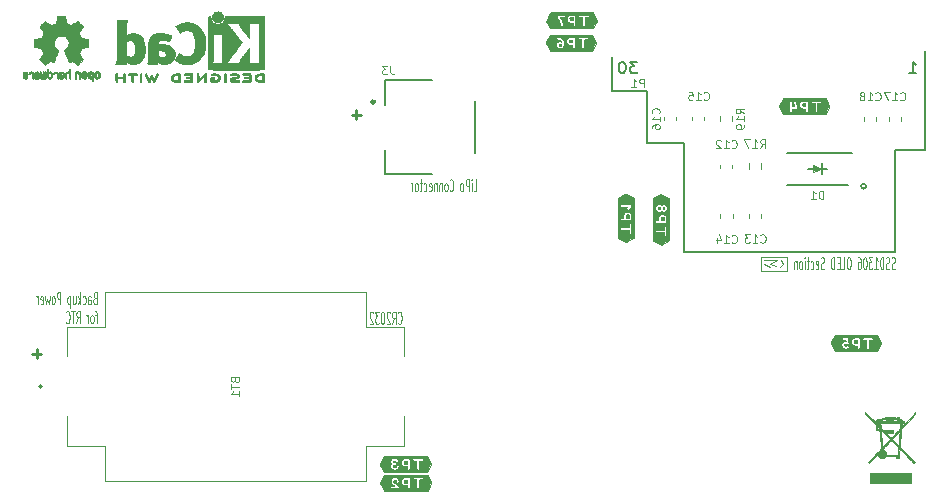
<source format=gbo>
G04 #@! TF.GenerationSoftware,KiCad,Pcbnew,5.1.9-73d0e3b20d~88~ubuntu20.04.1*
G04 #@! TF.CreationDate,2021-01-28T23:43:33+05:30*
G04 #@! TF.ProjectId,open_authenticator,6f70656e-5f61-4757-9468-656e74696361,v01*
G04 #@! TF.SameCoordinates,Original*
G04 #@! TF.FileFunction,Legend,Bot*
G04 #@! TF.FilePolarity,Positive*
%FSLAX46Y46*%
G04 Gerber Fmt 4.6, Leading zero omitted, Abs format (unit mm)*
G04 Created by KiCad (PCBNEW 5.1.9-73d0e3b20d~88~ubuntu20.04.1) date 2021-01-28 23:43:33*
%MOMM*%
%LPD*%
G01*
G04 APERTURE LIST*
%ADD10C,0.200000*%
%ADD11C,0.100000*%
%ADD12C,0.150000*%
%ADD13C,0.250000*%
%ADD14C,0.127000*%
%ADD15C,0.300000*%
%ADD16C,0.010000*%
%ADD17C,0.120000*%
G04 APERTURE END LIST*
D10*
X146512280Y-91384120D02*
X143370300Y-91384120D01*
X146504660Y-100632260D02*
X146514820Y-91384120D01*
D11*
X128668624Y-95463620D02*
X128906720Y-95463620D01*
X128906720Y-94463620D01*
X128501958Y-95463620D02*
X128501958Y-94796954D01*
X128501958Y-94463620D02*
X128525767Y-94511240D01*
X128501958Y-94558859D01*
X128478148Y-94511240D01*
X128501958Y-94463620D01*
X128501958Y-94558859D01*
X128263862Y-95463620D02*
X128263862Y-94463620D01*
X128073386Y-94463620D01*
X128025767Y-94511240D01*
X128001958Y-94558859D01*
X127978148Y-94654097D01*
X127978148Y-94796954D01*
X128001958Y-94892192D01*
X128025767Y-94939811D01*
X128073386Y-94987430D01*
X128263862Y-94987430D01*
X127692434Y-95463620D02*
X127740053Y-95416001D01*
X127763862Y-95368382D01*
X127787672Y-95273144D01*
X127787672Y-94987430D01*
X127763862Y-94892192D01*
X127740053Y-94844573D01*
X127692434Y-94796954D01*
X127621005Y-94796954D01*
X127573386Y-94844573D01*
X127549577Y-94892192D01*
X127525767Y-94987430D01*
X127525767Y-95273144D01*
X127549577Y-95368382D01*
X127573386Y-95416001D01*
X127621005Y-95463620D01*
X127692434Y-95463620D01*
X126644815Y-95368382D02*
X126668624Y-95416001D01*
X126740053Y-95463620D01*
X126787672Y-95463620D01*
X126859100Y-95416001D01*
X126906720Y-95320763D01*
X126930529Y-95225525D01*
X126954339Y-95035049D01*
X126954339Y-94892192D01*
X126930529Y-94701716D01*
X126906720Y-94606478D01*
X126859100Y-94511240D01*
X126787672Y-94463620D01*
X126740053Y-94463620D01*
X126668624Y-94511240D01*
X126644815Y-94558859D01*
X126359100Y-95463620D02*
X126406720Y-95416001D01*
X126430529Y-95368382D01*
X126454339Y-95273144D01*
X126454339Y-94987430D01*
X126430529Y-94892192D01*
X126406720Y-94844573D01*
X126359100Y-94796954D01*
X126287672Y-94796954D01*
X126240053Y-94844573D01*
X126216243Y-94892192D01*
X126192434Y-94987430D01*
X126192434Y-95273144D01*
X126216243Y-95368382D01*
X126240053Y-95416001D01*
X126287672Y-95463620D01*
X126359100Y-95463620D01*
X125978148Y-94796954D02*
X125978148Y-95463620D01*
X125978148Y-94892192D02*
X125954339Y-94844573D01*
X125906720Y-94796954D01*
X125835291Y-94796954D01*
X125787672Y-94844573D01*
X125763862Y-94939811D01*
X125763862Y-95463620D01*
X125525767Y-94796954D02*
X125525767Y-95463620D01*
X125525767Y-94892192D02*
X125501958Y-94844573D01*
X125454339Y-94796954D01*
X125382910Y-94796954D01*
X125335291Y-94844573D01*
X125311481Y-94939811D01*
X125311481Y-95463620D01*
X124882910Y-95416001D02*
X124930529Y-95463620D01*
X125025767Y-95463620D01*
X125073386Y-95416001D01*
X125097196Y-95320763D01*
X125097196Y-94939811D01*
X125073386Y-94844573D01*
X125025767Y-94796954D01*
X124930529Y-94796954D01*
X124882910Y-94844573D01*
X124859100Y-94939811D01*
X124859100Y-95035049D01*
X125097196Y-95130287D01*
X124430529Y-95416001D02*
X124478148Y-95463620D01*
X124573386Y-95463620D01*
X124621005Y-95416001D01*
X124644815Y-95368382D01*
X124668624Y-95273144D01*
X124668624Y-94987430D01*
X124644815Y-94892192D01*
X124621005Y-94844573D01*
X124573386Y-94796954D01*
X124478148Y-94796954D01*
X124430529Y-94844573D01*
X124287672Y-94796954D02*
X124097196Y-94796954D01*
X124216243Y-94463620D02*
X124216243Y-95320763D01*
X124192434Y-95416001D01*
X124144815Y-95463620D01*
X124097196Y-95463620D01*
X123859100Y-95463620D02*
X123906720Y-95416001D01*
X123930529Y-95368382D01*
X123954339Y-95273144D01*
X123954339Y-94987430D01*
X123930529Y-94892192D01*
X123906720Y-94844573D01*
X123859100Y-94796954D01*
X123787672Y-94796954D01*
X123740053Y-94844573D01*
X123716243Y-94892192D01*
X123692434Y-94987430D01*
X123692434Y-95273144D01*
X123716243Y-95368382D01*
X123740053Y-95416001D01*
X123787672Y-95463620D01*
X123859100Y-95463620D01*
X123478148Y-95463620D02*
X123478148Y-94796954D01*
X123478148Y-94987430D02*
X123454339Y-94892192D01*
X123430529Y-94844573D01*
X123382910Y-94796954D01*
X123335291Y-94796954D01*
X153276300Y-101658420D02*
X153736040Y-101912420D01*
X154863800Y-101640640D02*
X154625040Y-101887020D01*
X154688540Y-101267260D02*
X154863800Y-101640640D01*
X153736040Y-101605080D02*
X154279600Y-101793040D01*
X154373580Y-101323140D02*
X153736040Y-101605080D01*
X153289000Y-101323140D02*
X154373580Y-101323140D01*
X155160980Y-101000560D02*
X152981660Y-101000560D01*
X155160980Y-102237540D02*
X155160980Y-101000560D01*
X152984200Y-102237540D02*
X155160980Y-102237540D01*
X152984200Y-101020880D02*
X152984200Y-102237540D01*
X164333654Y-102014921D02*
X164262225Y-102062540D01*
X164143178Y-102062540D01*
X164095559Y-102014921D01*
X164071749Y-101967302D01*
X164047940Y-101872064D01*
X164047940Y-101776826D01*
X164071749Y-101681588D01*
X164095559Y-101633969D01*
X164143178Y-101586350D01*
X164238416Y-101538731D01*
X164286035Y-101491112D01*
X164309844Y-101443493D01*
X164333654Y-101348255D01*
X164333654Y-101253017D01*
X164309844Y-101157779D01*
X164286035Y-101110160D01*
X164238416Y-101062540D01*
X164119368Y-101062540D01*
X164047940Y-101110160D01*
X163857463Y-102014921D02*
X163786035Y-102062540D01*
X163666987Y-102062540D01*
X163619368Y-102014921D01*
X163595559Y-101967302D01*
X163571749Y-101872064D01*
X163571749Y-101776826D01*
X163595559Y-101681588D01*
X163619368Y-101633969D01*
X163666987Y-101586350D01*
X163762225Y-101538731D01*
X163809844Y-101491112D01*
X163833654Y-101443493D01*
X163857463Y-101348255D01*
X163857463Y-101253017D01*
X163833654Y-101157779D01*
X163809844Y-101110160D01*
X163762225Y-101062540D01*
X163643178Y-101062540D01*
X163571749Y-101110160D01*
X163357463Y-102062540D02*
X163357463Y-101062540D01*
X163238416Y-101062540D01*
X163166987Y-101110160D01*
X163119368Y-101205398D01*
X163095559Y-101300636D01*
X163071749Y-101491112D01*
X163071749Y-101633969D01*
X163095559Y-101824445D01*
X163119368Y-101919683D01*
X163166987Y-102014921D01*
X163238416Y-102062540D01*
X163357463Y-102062540D01*
X162595559Y-102062540D02*
X162881273Y-102062540D01*
X162738416Y-102062540D02*
X162738416Y-101062540D01*
X162786035Y-101205398D01*
X162833654Y-101300636D01*
X162881273Y-101348255D01*
X162428892Y-101062540D02*
X162119368Y-101062540D01*
X162286035Y-101443493D01*
X162214606Y-101443493D01*
X162166987Y-101491112D01*
X162143178Y-101538731D01*
X162119368Y-101633969D01*
X162119368Y-101872064D01*
X162143178Y-101967302D01*
X162166987Y-102014921D01*
X162214606Y-102062540D01*
X162357463Y-102062540D01*
X162405082Y-102014921D01*
X162428892Y-101967302D01*
X161809844Y-101062540D02*
X161762225Y-101062540D01*
X161714606Y-101110160D01*
X161690797Y-101157779D01*
X161666987Y-101253017D01*
X161643178Y-101443493D01*
X161643178Y-101681588D01*
X161666987Y-101872064D01*
X161690797Y-101967302D01*
X161714606Y-102014921D01*
X161762225Y-102062540D01*
X161809844Y-102062540D01*
X161857463Y-102014921D01*
X161881273Y-101967302D01*
X161905082Y-101872064D01*
X161928892Y-101681588D01*
X161928892Y-101443493D01*
X161905082Y-101253017D01*
X161881273Y-101157779D01*
X161857463Y-101110160D01*
X161809844Y-101062540D01*
X161214606Y-101062540D02*
X161309844Y-101062540D01*
X161357463Y-101110160D01*
X161381273Y-101157779D01*
X161428892Y-101300636D01*
X161452701Y-101491112D01*
X161452701Y-101872064D01*
X161428892Y-101967302D01*
X161405082Y-102014921D01*
X161357463Y-102062540D01*
X161262225Y-102062540D01*
X161214606Y-102014921D01*
X161190797Y-101967302D01*
X161166987Y-101872064D01*
X161166987Y-101633969D01*
X161190797Y-101538731D01*
X161214606Y-101491112D01*
X161262225Y-101443493D01*
X161357463Y-101443493D01*
X161405082Y-101491112D01*
X161428892Y-101538731D01*
X161452701Y-101633969D01*
X160476511Y-101062540D02*
X160381273Y-101062540D01*
X160333654Y-101110160D01*
X160286035Y-101205398D01*
X160262225Y-101395874D01*
X160262225Y-101729207D01*
X160286035Y-101919683D01*
X160333654Y-102014921D01*
X160381273Y-102062540D01*
X160476511Y-102062540D01*
X160524130Y-102014921D01*
X160571749Y-101919683D01*
X160595559Y-101729207D01*
X160595559Y-101395874D01*
X160571749Y-101205398D01*
X160524130Y-101110160D01*
X160476511Y-101062540D01*
X159809844Y-102062540D02*
X160047940Y-102062540D01*
X160047940Y-101062540D01*
X159643178Y-101538731D02*
X159476511Y-101538731D01*
X159405082Y-102062540D02*
X159643178Y-102062540D01*
X159643178Y-101062540D01*
X159405082Y-101062540D01*
X159190797Y-102062540D02*
X159190797Y-101062540D01*
X159071749Y-101062540D01*
X159000320Y-101110160D01*
X158952701Y-101205398D01*
X158928892Y-101300636D01*
X158905082Y-101491112D01*
X158905082Y-101633969D01*
X158928892Y-101824445D01*
X158952701Y-101919683D01*
X159000320Y-102014921D01*
X159071749Y-102062540D01*
X159190797Y-102062540D01*
X158333654Y-102014921D02*
X158262225Y-102062540D01*
X158143178Y-102062540D01*
X158095559Y-102014921D01*
X158071749Y-101967302D01*
X158047940Y-101872064D01*
X158047940Y-101776826D01*
X158071749Y-101681588D01*
X158095559Y-101633969D01*
X158143178Y-101586350D01*
X158238416Y-101538731D01*
X158286035Y-101491112D01*
X158309844Y-101443493D01*
X158333654Y-101348255D01*
X158333654Y-101253017D01*
X158309844Y-101157779D01*
X158286035Y-101110160D01*
X158238416Y-101062540D01*
X158119368Y-101062540D01*
X158047940Y-101110160D01*
X157643178Y-102014921D02*
X157690797Y-102062540D01*
X157786035Y-102062540D01*
X157833654Y-102014921D01*
X157857463Y-101919683D01*
X157857463Y-101538731D01*
X157833654Y-101443493D01*
X157786035Y-101395874D01*
X157690797Y-101395874D01*
X157643178Y-101443493D01*
X157619368Y-101538731D01*
X157619368Y-101633969D01*
X157857463Y-101729207D01*
X157190797Y-102014921D02*
X157238416Y-102062540D01*
X157333654Y-102062540D01*
X157381273Y-102014921D01*
X157405082Y-101967302D01*
X157428892Y-101872064D01*
X157428892Y-101586350D01*
X157405082Y-101491112D01*
X157381273Y-101443493D01*
X157333654Y-101395874D01*
X157238416Y-101395874D01*
X157190797Y-101443493D01*
X157047940Y-101395874D02*
X156857463Y-101395874D01*
X156976511Y-101062540D02*
X156976511Y-101919683D01*
X156952701Y-102014921D01*
X156905082Y-102062540D01*
X156857463Y-102062540D01*
X156690797Y-102062540D02*
X156690797Y-101395874D01*
X156690797Y-101062540D02*
X156714606Y-101110160D01*
X156690797Y-101157779D01*
X156666987Y-101110160D01*
X156690797Y-101062540D01*
X156690797Y-101157779D01*
X156381273Y-102062540D02*
X156428892Y-102014921D01*
X156452701Y-101967302D01*
X156476511Y-101872064D01*
X156476511Y-101586350D01*
X156452701Y-101491112D01*
X156428892Y-101443493D01*
X156381273Y-101395874D01*
X156309844Y-101395874D01*
X156262225Y-101443493D01*
X156238416Y-101491112D01*
X156214606Y-101586350D01*
X156214606Y-101872064D01*
X156238416Y-101967302D01*
X156262225Y-102014921D01*
X156309844Y-102062540D01*
X156381273Y-102062540D01*
X156000320Y-101395874D02*
X156000320Y-102062540D01*
X156000320Y-101491112D02*
X155976511Y-101443493D01*
X155928892Y-101395874D01*
X155857463Y-101395874D01*
X155809844Y-101443493D01*
X155786035Y-101538731D01*
X155786035Y-102062540D01*
D10*
X143367760Y-87017860D02*
X143371802Y-91389182D01*
X140380720Y-87017860D02*
X143367760Y-87017860D01*
X140375640Y-84091780D02*
X140380720Y-87017860D01*
X166847520Y-91940380D02*
X166850060Y-83601560D01*
X164317680Y-91945460D02*
X166847520Y-91940380D01*
X164317680Y-100650040D02*
X164317680Y-91945460D01*
X146504660Y-100632260D02*
X164317680Y-100650040D01*
D12*
X161883957Y-95062040D02*
G75*
G03*
X161883957Y-95062040I-207877J0D01*
G01*
D10*
X158206440Y-93555820D02*
X158544260Y-93555820D01*
X158132780Y-93116400D02*
X158132780Y-93982540D01*
X157566360Y-93563440D02*
X156977080Y-93563440D01*
D11*
G36*
X158107380Y-93555820D02*
G01*
X157398720Y-93883480D01*
X157398720Y-93215460D01*
X158107380Y-93555820D01*
G37*
X158107380Y-93555820D02*
X157398720Y-93883480D01*
X157398720Y-93215460D01*
X158107380Y-93555820D01*
X122264039Y-106592642D02*
X122287848Y-106640261D01*
X122359277Y-106687880D01*
X122406896Y-106687880D01*
X122478324Y-106640261D01*
X122525943Y-106545023D01*
X122549753Y-106449785D01*
X122573562Y-106259309D01*
X122573562Y-106116452D01*
X122549753Y-105925976D01*
X122525943Y-105830738D01*
X122478324Y-105735500D01*
X122406896Y-105687880D01*
X122359277Y-105687880D01*
X122287848Y-105735500D01*
X122264039Y-105783119D01*
X121764039Y-106687880D02*
X121930705Y-106211690D01*
X122049753Y-106687880D02*
X122049753Y-105687880D01*
X121859277Y-105687880D01*
X121811658Y-105735500D01*
X121787848Y-105783119D01*
X121764039Y-105878357D01*
X121764039Y-106021214D01*
X121787848Y-106116452D01*
X121811658Y-106164071D01*
X121859277Y-106211690D01*
X122049753Y-106211690D01*
X121573562Y-105783119D02*
X121549753Y-105735500D01*
X121502134Y-105687880D01*
X121383086Y-105687880D01*
X121335467Y-105735500D01*
X121311658Y-105783119D01*
X121287848Y-105878357D01*
X121287848Y-105973595D01*
X121311658Y-106116452D01*
X121597372Y-106687880D01*
X121287848Y-106687880D01*
X120978324Y-105687880D02*
X120930705Y-105687880D01*
X120883086Y-105735500D01*
X120859277Y-105783119D01*
X120835467Y-105878357D01*
X120811658Y-106068833D01*
X120811658Y-106306928D01*
X120835467Y-106497404D01*
X120859277Y-106592642D01*
X120883086Y-106640261D01*
X120930705Y-106687880D01*
X120978324Y-106687880D01*
X121025943Y-106640261D01*
X121049753Y-106592642D01*
X121073562Y-106497404D01*
X121097372Y-106306928D01*
X121097372Y-106068833D01*
X121073562Y-105878357D01*
X121049753Y-105783119D01*
X121025943Y-105735500D01*
X120978324Y-105687880D01*
X120644991Y-105687880D02*
X120335467Y-105687880D01*
X120502134Y-106068833D01*
X120430705Y-106068833D01*
X120383086Y-106116452D01*
X120359277Y-106164071D01*
X120335467Y-106259309D01*
X120335467Y-106497404D01*
X120359277Y-106592642D01*
X120383086Y-106640261D01*
X120430705Y-106687880D01*
X120573562Y-106687880D01*
X120621181Y-106640261D01*
X120644991Y-106592642D01*
X120144991Y-105783119D02*
X120121181Y-105735500D01*
X120073562Y-105687880D01*
X119954515Y-105687880D01*
X119906896Y-105735500D01*
X119883086Y-105783119D01*
X119859277Y-105878357D01*
X119859277Y-105973595D01*
X119883086Y-106116452D01*
X120168800Y-106687880D01*
X119859277Y-106687880D01*
X96578225Y-104510631D02*
X96506797Y-104558250D01*
X96482987Y-104605869D01*
X96459178Y-104701107D01*
X96459178Y-104843964D01*
X96482987Y-104939202D01*
X96506797Y-104986821D01*
X96554416Y-105034440D01*
X96744892Y-105034440D01*
X96744892Y-104034440D01*
X96578225Y-104034440D01*
X96530606Y-104082060D01*
X96506797Y-104129679D01*
X96482987Y-104224917D01*
X96482987Y-104320155D01*
X96506797Y-104415393D01*
X96530606Y-104463012D01*
X96578225Y-104510631D01*
X96744892Y-104510631D01*
X96030606Y-105034440D02*
X96030606Y-104510631D01*
X96054416Y-104415393D01*
X96102035Y-104367774D01*
X96197273Y-104367774D01*
X96244892Y-104415393D01*
X96030606Y-104986821D02*
X96078225Y-105034440D01*
X96197273Y-105034440D01*
X96244892Y-104986821D01*
X96268701Y-104891583D01*
X96268701Y-104796345D01*
X96244892Y-104701107D01*
X96197273Y-104653488D01*
X96078225Y-104653488D01*
X96030606Y-104605869D01*
X95578225Y-104986821D02*
X95625844Y-105034440D01*
X95721082Y-105034440D01*
X95768701Y-104986821D01*
X95792511Y-104939202D01*
X95816320Y-104843964D01*
X95816320Y-104558250D01*
X95792511Y-104463012D01*
X95768701Y-104415393D01*
X95721082Y-104367774D01*
X95625844Y-104367774D01*
X95578225Y-104415393D01*
X95363940Y-105034440D02*
X95363940Y-104034440D01*
X95316320Y-104653488D02*
X95173463Y-105034440D01*
X95173463Y-104367774D02*
X95363940Y-104748726D01*
X94744892Y-104367774D02*
X94744892Y-105034440D01*
X94959178Y-104367774D02*
X94959178Y-104891583D01*
X94935368Y-104986821D01*
X94887749Y-105034440D01*
X94816320Y-105034440D01*
X94768701Y-104986821D01*
X94744892Y-104939202D01*
X94506797Y-104367774D02*
X94506797Y-105367774D01*
X94506797Y-104415393D02*
X94459178Y-104367774D01*
X94363940Y-104367774D01*
X94316320Y-104415393D01*
X94292511Y-104463012D01*
X94268701Y-104558250D01*
X94268701Y-104843964D01*
X94292511Y-104939202D01*
X94316320Y-104986821D01*
X94363940Y-105034440D01*
X94459178Y-105034440D01*
X94506797Y-104986821D01*
X93673463Y-105034440D02*
X93673463Y-104034440D01*
X93482987Y-104034440D01*
X93435368Y-104082060D01*
X93411559Y-104129679D01*
X93387749Y-104224917D01*
X93387749Y-104367774D01*
X93411559Y-104463012D01*
X93435368Y-104510631D01*
X93482987Y-104558250D01*
X93673463Y-104558250D01*
X93102035Y-105034440D02*
X93149654Y-104986821D01*
X93173463Y-104939202D01*
X93197273Y-104843964D01*
X93197273Y-104558250D01*
X93173463Y-104463012D01*
X93149654Y-104415393D01*
X93102035Y-104367774D01*
X93030606Y-104367774D01*
X92982987Y-104415393D01*
X92959178Y-104463012D01*
X92935368Y-104558250D01*
X92935368Y-104843964D01*
X92959178Y-104939202D01*
X92982987Y-104986821D01*
X93030606Y-105034440D01*
X93102035Y-105034440D01*
X92768701Y-104367774D02*
X92673463Y-105034440D01*
X92578225Y-104558250D01*
X92482987Y-105034440D01*
X92387749Y-104367774D01*
X92006797Y-104986821D02*
X92054416Y-105034440D01*
X92149654Y-105034440D01*
X92197273Y-104986821D01*
X92221082Y-104891583D01*
X92221082Y-104510631D01*
X92197273Y-104415393D01*
X92149654Y-104367774D01*
X92054416Y-104367774D01*
X92006797Y-104415393D01*
X91982987Y-104510631D01*
X91982987Y-104605869D01*
X92221082Y-104701107D01*
X91768701Y-105034440D02*
X91768701Y-104367774D01*
X91768701Y-104558250D02*
X91744892Y-104463012D01*
X91721082Y-104415393D01*
X91673463Y-104367774D01*
X91625844Y-104367774D01*
X96816320Y-105967774D02*
X96625844Y-105967774D01*
X96744892Y-106634440D02*
X96744892Y-105777298D01*
X96721082Y-105682060D01*
X96673463Y-105634440D01*
X96625844Y-105634440D01*
X96387749Y-106634440D02*
X96435368Y-106586821D01*
X96459178Y-106539202D01*
X96482987Y-106443964D01*
X96482987Y-106158250D01*
X96459178Y-106063012D01*
X96435368Y-106015393D01*
X96387749Y-105967774D01*
X96316320Y-105967774D01*
X96268701Y-106015393D01*
X96244892Y-106063012D01*
X96221082Y-106158250D01*
X96221082Y-106443964D01*
X96244892Y-106539202D01*
X96268701Y-106586821D01*
X96316320Y-106634440D01*
X96387749Y-106634440D01*
X96006797Y-106634440D02*
X96006797Y-105967774D01*
X96006797Y-106158250D02*
X95982987Y-106063012D01*
X95959178Y-106015393D01*
X95911559Y-105967774D01*
X95863940Y-105967774D01*
X95030606Y-106634440D02*
X95197273Y-106158250D01*
X95316320Y-106634440D02*
X95316320Y-105634440D01*
X95125844Y-105634440D01*
X95078225Y-105682060D01*
X95054416Y-105729679D01*
X95030606Y-105824917D01*
X95030606Y-105967774D01*
X95054416Y-106063012D01*
X95078225Y-106110631D01*
X95125844Y-106158250D01*
X95316320Y-106158250D01*
X94887749Y-105634440D02*
X94602035Y-105634440D01*
X94744892Y-106634440D02*
X94744892Y-105634440D01*
X94149654Y-106539202D02*
X94173463Y-106586821D01*
X94244892Y-106634440D01*
X94292511Y-106634440D01*
X94363940Y-106586821D01*
X94411559Y-106491583D01*
X94435368Y-106396345D01*
X94459178Y-106205869D01*
X94459178Y-106063012D01*
X94435368Y-105872536D01*
X94411559Y-105777298D01*
X94363940Y-105682060D01*
X94292511Y-105634440D01*
X94244892Y-105634440D01*
X94173463Y-105682060D01*
X94149654Y-105729679D01*
D13*
X91313047Y-109224771D02*
X92074952Y-109224771D01*
X91694000Y-108843819D02*
X91694000Y-109605723D01*
X118328487Y-89003831D02*
X119090392Y-89003831D01*
X118709440Y-88622879D02*
X118709440Y-89384783D01*
D14*
X121150900Y-93988680D02*
X121150900Y-91938680D01*
X121150900Y-88138680D02*
X121150900Y-86088680D01*
X121150900Y-86088680D02*
X125150900Y-86088680D01*
D15*
X120250900Y-87888680D02*
G75*
G03*
X120250900Y-87888680I-100000J0D01*
G01*
D14*
X128750900Y-87838680D02*
X128750900Y-92238680D01*
X125150900Y-93988680D02*
X121150900Y-93988680D01*
D16*
G36*
X162211718Y-120205802D02*
G01*
X165732511Y-120205802D01*
X165732511Y-119338178D01*
X162211718Y-119338178D01*
X162211718Y-120205802D01*
G37*
X162211718Y-120205802D02*
X165732511Y-120205802D01*
X165732511Y-119338178D01*
X162211718Y-119338178D01*
X162211718Y-120205802D01*
G36*
X161835110Y-114252828D02*
G01*
X161835729Y-114339911D01*
X162287454Y-114798871D01*
X162739179Y-115257832D01*
X162739508Y-115468451D01*
X162739837Y-115679069D01*
X163014930Y-115679069D01*
X163022018Y-115732510D01*
X163024702Y-115756868D01*
X163029227Y-115802739D01*
X163035349Y-115867385D01*
X163042828Y-115948071D01*
X163051421Y-116042061D01*
X163060886Y-116146617D01*
X163070982Y-116259005D01*
X163081466Y-116376487D01*
X163092096Y-116496328D01*
X163102631Y-116615791D01*
X163112827Y-116732139D01*
X163122445Y-116842637D01*
X163131240Y-116944549D01*
X163138972Y-117035138D01*
X163145398Y-117111667D01*
X163150277Y-117171401D01*
X163153365Y-117211604D01*
X163154423Y-117229539D01*
X163154422Y-117229624D01*
X163146713Y-117244015D01*
X163123559Y-117273728D01*
X163084645Y-117319111D01*
X163029656Y-117380509D01*
X162958276Y-117458268D01*
X162870191Y-117552734D01*
X162765086Y-117664252D01*
X162642645Y-117793168D01*
X162608230Y-117829267D01*
X162062403Y-118401396D01*
X162150659Y-118489416D01*
X162222055Y-118411738D01*
X162248174Y-118383666D01*
X162288974Y-118340254D01*
X162341763Y-118284346D01*
X162403849Y-118218788D01*
X162472540Y-118146421D01*
X162545144Y-118070092D01*
X162588580Y-118024504D01*
X162670124Y-117939099D01*
X162736036Y-117870690D01*
X162787996Y-117818033D01*
X162827685Y-117779885D01*
X162856783Y-117755000D01*
X162876971Y-117742136D01*
X162889930Y-117740048D01*
X162897340Y-117747493D01*
X162900882Y-117763226D01*
X162902237Y-117786003D01*
X162902419Y-117792219D01*
X162911837Y-117835041D01*
X162935043Y-117886799D01*
X162967404Y-117939308D01*
X163004288Y-117984383D01*
X163019047Y-117998308D01*
X163094773Y-118047027D01*
X163183232Y-118074286D01*
X163261440Y-118080753D01*
X163350072Y-118068556D01*
X163431928Y-118032793D01*
X163504376Y-117974702D01*
X163517743Y-117960242D01*
X163566622Y-117904713D01*
X164412214Y-117904713D01*
X164412214Y-118080753D01*
X164638550Y-118080753D01*
X164638550Y-117998511D01*
X164641390Y-117942366D01*
X164650933Y-117903396D01*
X164662531Y-117882199D01*
X164670817Y-117867032D01*
X164677913Y-117845042D01*
X164684288Y-117812967D01*
X164690412Y-117767549D01*
X164696756Y-117705528D01*
X164703790Y-117623642D01*
X164708606Y-117562726D01*
X164730701Y-117277323D01*
X165273105Y-117826785D01*
X165371177Y-117926208D01*
X165465324Y-118021795D01*
X165553825Y-118111790D01*
X165634960Y-118194437D01*
X165707009Y-118267981D01*
X165768252Y-118330664D01*
X165816967Y-118380732D01*
X165851436Y-118416428D01*
X165869919Y-118435975D01*
X165900283Y-118466924D01*
X165925611Y-118488510D01*
X165939235Y-118495703D01*
X165956635Y-118487277D01*
X165982000Y-118466225D01*
X165990598Y-118457651D01*
X166027054Y-118419600D01*
X165826342Y-118215638D01*
X165775136Y-118163679D01*
X165709109Y-118096800D01*
X165631158Y-118017930D01*
X165544178Y-117929994D01*
X165451066Y-117835921D01*
X165354719Y-117738638D01*
X165258032Y-117641073D01*
X165188674Y-117571125D01*
X165083243Y-117464530D01*
X164994669Y-117374287D01*
X164921821Y-117299172D01*
X164863563Y-117237966D01*
X164818765Y-117189446D01*
X164796561Y-117164109D01*
X164618264Y-117164109D01*
X164595941Y-117449535D01*
X164589209Y-117533199D01*
X164582697Y-117609707D01*
X164576774Y-117675061D01*
X164571808Y-117725261D01*
X164568169Y-117756309D01*
X164566998Y-117763253D01*
X164560378Y-117791545D01*
X163610904Y-117791545D01*
X163604566Y-117712586D01*
X163585430Y-117619295D01*
X163545386Y-117536771D01*
X163486958Y-117468018D01*
X163412669Y-117416043D01*
X163329288Y-117384843D01*
X163302238Y-117370208D01*
X163288696Y-117338799D01*
X163288412Y-117337414D01*
X163286787Y-117324154D01*
X163288796Y-117310575D01*
X163296398Y-117294161D01*
X163311556Y-117272391D01*
X163336228Y-117242747D01*
X163372376Y-117202712D01*
X163421960Y-117149765D01*
X163486941Y-117081389D01*
X163491139Y-117076985D01*
X163561033Y-117003591D01*
X163635340Y-116925417D01*
X163708954Y-116847844D01*
X163776769Y-116776255D01*
X163833680Y-116716031D01*
X163846372Y-116702567D01*
X163895027Y-116651800D01*
X163938249Y-116608355D01*
X163972935Y-116575221D01*
X163995984Y-116555385D01*
X164003722Y-116551026D01*
X164015262Y-116560150D01*
X164042250Y-116585180D01*
X164082561Y-116624032D01*
X164134069Y-116674623D01*
X164194649Y-116734868D01*
X164262176Y-116802684D01*
X164317366Y-116858545D01*
X164618264Y-117164109D01*
X164796561Y-117164109D01*
X164786291Y-117152391D01*
X164765011Y-117125579D01*
X164753791Y-117107788D01*
X164751294Y-117099550D01*
X164752240Y-117081570D01*
X164755113Y-117040872D01*
X164759727Y-116979799D01*
X164765898Y-116900693D01*
X164773438Y-116805894D01*
X164782161Y-116697747D01*
X164791883Y-116578592D01*
X164802416Y-116450771D01*
X164810905Y-116348615D01*
X164858936Y-115772654D01*
X164735345Y-115772654D01*
X164734813Y-115785084D01*
X164732309Y-115820090D01*
X164728036Y-115875195D01*
X164722193Y-115947923D01*
X164714983Y-116035794D01*
X164706606Y-116136331D01*
X164697263Y-116247057D01*
X164688298Y-116352185D01*
X164678142Y-116471463D01*
X164668682Y-116584060D01*
X164660136Y-116687285D01*
X164652719Y-116778453D01*
X164646648Y-116854875D01*
X164642141Y-116913863D01*
X164639413Y-116952729D01*
X164638656Y-116967824D01*
X164637475Y-116977218D01*
X164632796Y-116980946D01*
X164622816Y-116977451D01*
X164605730Y-116965179D01*
X164579736Y-116942574D01*
X164543030Y-116908080D01*
X164493807Y-116860142D01*
X164430266Y-116797204D01*
X164362845Y-116729948D01*
X164087141Y-116454457D01*
X164089073Y-116452386D01*
X163906830Y-116452386D01*
X163898524Y-116463760D01*
X163875273Y-116490543D01*
X163839405Y-116530272D01*
X163793253Y-116580487D01*
X163739146Y-116638726D01*
X163679414Y-116702527D01*
X163616388Y-116769429D01*
X163552398Y-116836970D01*
X163489776Y-116902690D01*
X163430850Y-116964126D01*
X163377952Y-117018817D01*
X163333412Y-117064302D01*
X163299560Y-117098118D01*
X163278728Y-117117806D01*
X163273046Y-117121817D01*
X163271174Y-117108871D01*
X163267286Y-117073114D01*
X163261597Y-117016784D01*
X163254321Y-116942120D01*
X163245671Y-116851360D01*
X163235862Y-116746742D01*
X163225106Y-116630506D01*
X163213619Y-116504888D01*
X163204447Y-116403598D01*
X163192714Y-116272259D01*
X163181875Y-116148532D01*
X163172110Y-116034661D01*
X163163603Y-115932891D01*
X163156535Y-115845467D01*
X163151089Y-115774633D01*
X163147448Y-115722633D01*
X163145793Y-115691712D01*
X163145982Y-115683683D01*
X163155874Y-115690834D01*
X163181064Y-115713821D01*
X163219350Y-115750419D01*
X163268529Y-115798402D01*
X163326401Y-115855546D01*
X163390762Y-115919627D01*
X163459411Y-115988418D01*
X163530145Y-116059696D01*
X163600762Y-116131235D01*
X163669060Y-116200810D01*
X163732836Y-116266197D01*
X163789890Y-116325171D01*
X163838018Y-116375507D01*
X163875018Y-116414979D01*
X163898688Y-116441363D01*
X163906830Y-116452386D01*
X164089073Y-116452386D01*
X164189949Y-116344275D01*
X164242308Y-116288357D01*
X164301075Y-116225928D01*
X164363925Y-116159423D01*
X164428535Y-116091278D01*
X164492582Y-116023928D01*
X164553743Y-115959808D01*
X164609693Y-115901352D01*
X164658110Y-115850998D01*
X164696670Y-115811178D01*
X164723049Y-115784330D01*
X164734924Y-115772888D01*
X164735345Y-115772654D01*
X164858936Y-115772654D01*
X164870941Y-115628706D01*
X165471478Y-114997138D01*
X166072015Y-114365569D01*
X166071574Y-114277295D01*
X166071132Y-114189020D01*
X165974123Y-114292646D01*
X165919831Y-114350443D01*
X165855732Y-114418348D01*
X165783556Y-114494552D01*
X165705032Y-114577249D01*
X165621889Y-114664633D01*
X165535859Y-114754895D01*
X165448670Y-114846230D01*
X165362053Y-114936829D01*
X165277737Y-115024887D01*
X165197452Y-115108595D01*
X165122927Y-115186147D01*
X165055894Y-115255737D01*
X164998081Y-115315556D01*
X164951219Y-115363798D01*
X164917036Y-115398656D01*
X164897264Y-115418323D01*
X164892930Y-115422096D01*
X164892632Y-115408972D01*
X164894271Y-115375369D01*
X164897563Y-115325860D01*
X164902222Y-115265017D01*
X164904222Y-115240712D01*
X164919117Y-115062931D01*
X164802495Y-115062931D01*
X164796474Y-115091223D01*
X164793403Y-115113598D01*
X164789088Y-115155697D01*
X164784028Y-115212158D01*
X164778721Y-115277615D01*
X164776884Y-115301842D01*
X164771467Y-115371401D01*
X164765999Y-115435998D01*
X164761028Y-115489528D01*
X164757101Y-115525890D01*
X164756215Y-115532489D01*
X164752874Y-115546036D01*
X164745641Y-115561894D01*
X164732980Y-115581841D01*
X164713351Y-115607653D01*
X164685218Y-115641109D01*
X164647042Y-115683987D01*
X164597286Y-115738063D01*
X164534411Y-115805116D01*
X164456881Y-115886923D01*
X164377791Y-115969930D01*
X164299104Y-116052074D01*
X164225652Y-116128149D01*
X164159264Y-116196305D01*
X164101767Y-116254692D01*
X164054991Y-116301461D01*
X164020764Y-116334762D01*
X164000913Y-116352747D01*
X163996680Y-116355422D01*
X163985543Y-116345721D01*
X163959511Y-116320421D01*
X163921110Y-116282062D01*
X163872868Y-116233180D01*
X163817310Y-116176314D01*
X163777132Y-116134886D01*
X163567371Y-115917980D01*
X164185877Y-115917980D01*
X164185877Y-115679069D01*
X163431421Y-115679069D01*
X163431421Y-115785522D01*
X163293105Y-115647634D01*
X163194987Y-115549820D01*
X163003897Y-115549820D01*
X163002069Y-115565250D01*
X162992817Y-115573847D01*
X162970490Y-115577593D01*
X162929435Y-115578469D01*
X162922164Y-115578475D01*
X162840431Y-115578475D01*
X162840431Y-115359152D01*
X162922164Y-115440159D01*
X162968270Y-115489408D01*
X162995846Y-115527139D01*
X163003897Y-115549820D01*
X163194987Y-115549820D01*
X163154788Y-115509746D01*
X163154788Y-115386932D01*
X163154403Y-115330430D01*
X163152640Y-115294485D01*
X163148590Y-115274510D01*
X163141341Y-115265917D01*
X163130410Y-115264119D01*
X163118252Y-115261478D01*
X163109267Y-115250892D01*
X163102366Y-115228361D01*
X163096464Y-115189889D01*
X163090475Y-115131478D01*
X163088553Y-115110084D01*
X163084392Y-115062931D01*
X164802495Y-115062931D01*
X164919117Y-115062931D01*
X165078649Y-115062931D01*
X165078649Y-114949762D01*
X165010854Y-114949762D01*
X164971202Y-114948676D01*
X164949656Y-114943434D01*
X164947020Y-114940314D01*
X164808156Y-114940314D01*
X164800848Y-114947442D01*
X164775533Y-114949642D01*
X164758448Y-114949762D01*
X164701421Y-114949762D01*
X164488761Y-114949762D01*
X163074238Y-114949762D01*
X163122082Y-114900766D01*
X163196390Y-114840304D01*
X163288356Y-114793671D01*
X163399538Y-114760229D01*
X163510011Y-114741733D01*
X163582313Y-114733102D01*
X163582313Y-114824020D01*
X164160728Y-114824020D01*
X164160728Y-114720873D01*
X164245605Y-114729476D01*
X164304908Y-114736736D01*
X164368091Y-114746359D01*
X164405926Y-114753232D01*
X164481372Y-114768387D01*
X164485066Y-114859075D01*
X164488761Y-114949762D01*
X164701421Y-114949762D01*
X164701421Y-114899465D01*
X164703084Y-114867956D01*
X164707237Y-114850443D01*
X164708911Y-114849168D01*
X164727527Y-114857234D01*
X164754723Y-114876800D01*
X164781988Y-114900924D01*
X164800807Y-114922662D01*
X164802483Y-114925488D01*
X164808156Y-114940314D01*
X164947020Y-114940314D01*
X164939202Y-114931061D01*
X164934982Y-114917584D01*
X164917759Y-114882607D01*
X164884678Y-114840559D01*
X164841433Y-114797336D01*
X164793714Y-114758834D01*
X164762370Y-114738781D01*
X164726663Y-114716831D01*
X164708359Y-114698391D01*
X164701928Y-114676648D01*
X164701434Y-114663698D01*
X164701434Y-114660555D01*
X164060134Y-114660555D01*
X164060134Y-114723426D01*
X163682907Y-114723426D01*
X163682907Y-114660555D01*
X164060134Y-114660555D01*
X164701434Y-114660555D01*
X164701421Y-114622832D01*
X164595588Y-114622832D01*
X164546895Y-114624009D01*
X164508945Y-114627145D01*
X164487848Y-114631651D01*
X164485563Y-114633475D01*
X164472181Y-114636275D01*
X164439614Y-114635128D01*
X164393456Y-114630373D01*
X164361916Y-114625983D01*
X164304728Y-114617358D01*
X164252426Y-114609571D01*
X164213122Y-114603827D01*
X164201595Y-114602195D01*
X164171477Y-114592868D01*
X164160728Y-114578252D01*
X164157460Y-114572300D01*
X164145770Y-114567758D01*
X164122828Y-114564450D01*
X164085805Y-114562195D01*
X164031872Y-114560814D01*
X163958200Y-114560130D01*
X163871520Y-114559960D01*
X163779011Y-114560057D01*
X163708634Y-114560510D01*
X163657376Y-114561570D01*
X163622220Y-114563483D01*
X163600151Y-114566499D01*
X163588155Y-114570865D01*
X163583216Y-114576829D01*
X163582313Y-114583764D01*
X163574619Y-114605775D01*
X163549419Y-114618301D01*
X163503531Y-114622768D01*
X163495276Y-114622832D01*
X163417567Y-114630848D01*
X163329307Y-114652916D01*
X163238455Y-114686064D01*
X163152970Y-114727319D01*
X163080814Y-114773711D01*
X163071468Y-114781062D01*
X163041007Y-114804978D01*
X163022968Y-114814556D01*
X163010371Y-114811460D01*
X162997440Y-114798684D01*
X162959247Y-114773658D01*
X162909542Y-114764051D01*
X162856016Y-114769047D01*
X162806362Y-114787831D01*
X162768273Y-114819586D01*
X162765515Y-114823277D01*
X162737014Y-114882555D01*
X162731712Y-114943914D01*
X162749022Y-115002407D01*
X162788360Y-115053084D01*
X162793170Y-115057269D01*
X162821100Y-115077147D01*
X162849438Y-115085901D01*
X162889277Y-115086533D01*
X162899229Y-115085972D01*
X162938208Y-115084542D01*
X162958286Y-115087819D01*
X162965555Y-115097708D01*
X162966300Y-115106941D01*
X162967824Y-115133724D01*
X162971605Y-115174005D01*
X162974322Y-115198104D01*
X162978263Y-115236381D01*
X162976624Y-115255976D01*
X162967119Y-115263138D01*
X162950189Y-115264119D01*
X162940148Y-115260881D01*
X162923950Y-115250400D01*
X162900395Y-115231528D01*
X162868283Y-115203115D01*
X162826412Y-115164015D01*
X162773583Y-115113077D01*
X162708595Y-115049153D01*
X162630249Y-114971094D01*
X162537343Y-114877752D01*
X162428677Y-114767978D01*
X162376309Y-114714932D01*
X161834491Y-114165747D01*
X161835110Y-114252828D01*
G37*
X161835110Y-114252828D02*
X161835729Y-114339911D01*
X162287454Y-114798871D01*
X162739179Y-115257832D01*
X162739508Y-115468451D01*
X162739837Y-115679069D01*
X163014930Y-115679069D01*
X163022018Y-115732510D01*
X163024702Y-115756868D01*
X163029227Y-115802739D01*
X163035349Y-115867385D01*
X163042828Y-115948071D01*
X163051421Y-116042061D01*
X163060886Y-116146617D01*
X163070982Y-116259005D01*
X163081466Y-116376487D01*
X163092096Y-116496328D01*
X163102631Y-116615791D01*
X163112827Y-116732139D01*
X163122445Y-116842637D01*
X163131240Y-116944549D01*
X163138972Y-117035138D01*
X163145398Y-117111667D01*
X163150277Y-117171401D01*
X163153365Y-117211604D01*
X163154423Y-117229539D01*
X163154422Y-117229624D01*
X163146713Y-117244015D01*
X163123559Y-117273728D01*
X163084645Y-117319111D01*
X163029656Y-117380509D01*
X162958276Y-117458268D01*
X162870191Y-117552734D01*
X162765086Y-117664252D01*
X162642645Y-117793168D01*
X162608230Y-117829267D01*
X162062403Y-118401396D01*
X162150659Y-118489416D01*
X162222055Y-118411738D01*
X162248174Y-118383666D01*
X162288974Y-118340254D01*
X162341763Y-118284346D01*
X162403849Y-118218788D01*
X162472540Y-118146421D01*
X162545144Y-118070092D01*
X162588580Y-118024504D01*
X162670124Y-117939099D01*
X162736036Y-117870690D01*
X162787996Y-117818033D01*
X162827685Y-117779885D01*
X162856783Y-117755000D01*
X162876971Y-117742136D01*
X162889930Y-117740048D01*
X162897340Y-117747493D01*
X162900882Y-117763226D01*
X162902237Y-117786003D01*
X162902419Y-117792219D01*
X162911837Y-117835041D01*
X162935043Y-117886799D01*
X162967404Y-117939308D01*
X163004288Y-117984383D01*
X163019047Y-117998308D01*
X163094773Y-118047027D01*
X163183232Y-118074286D01*
X163261440Y-118080753D01*
X163350072Y-118068556D01*
X163431928Y-118032793D01*
X163504376Y-117974702D01*
X163517743Y-117960242D01*
X163566622Y-117904713D01*
X164412214Y-117904713D01*
X164412214Y-118080753D01*
X164638550Y-118080753D01*
X164638550Y-117998511D01*
X164641390Y-117942366D01*
X164650933Y-117903396D01*
X164662531Y-117882199D01*
X164670817Y-117867032D01*
X164677913Y-117845042D01*
X164684288Y-117812967D01*
X164690412Y-117767549D01*
X164696756Y-117705528D01*
X164703790Y-117623642D01*
X164708606Y-117562726D01*
X164730701Y-117277323D01*
X165273105Y-117826785D01*
X165371177Y-117926208D01*
X165465324Y-118021795D01*
X165553825Y-118111790D01*
X165634960Y-118194437D01*
X165707009Y-118267981D01*
X165768252Y-118330664D01*
X165816967Y-118380732D01*
X165851436Y-118416428D01*
X165869919Y-118435975D01*
X165900283Y-118466924D01*
X165925611Y-118488510D01*
X165939235Y-118495703D01*
X165956635Y-118487277D01*
X165982000Y-118466225D01*
X165990598Y-118457651D01*
X166027054Y-118419600D01*
X165826342Y-118215638D01*
X165775136Y-118163679D01*
X165709109Y-118096800D01*
X165631158Y-118017930D01*
X165544178Y-117929994D01*
X165451066Y-117835921D01*
X165354719Y-117738638D01*
X165258032Y-117641073D01*
X165188674Y-117571125D01*
X165083243Y-117464530D01*
X164994669Y-117374287D01*
X164921821Y-117299172D01*
X164863563Y-117237966D01*
X164818765Y-117189446D01*
X164796561Y-117164109D01*
X164618264Y-117164109D01*
X164595941Y-117449535D01*
X164589209Y-117533199D01*
X164582697Y-117609707D01*
X164576774Y-117675061D01*
X164571808Y-117725261D01*
X164568169Y-117756309D01*
X164566998Y-117763253D01*
X164560378Y-117791545D01*
X163610904Y-117791545D01*
X163604566Y-117712586D01*
X163585430Y-117619295D01*
X163545386Y-117536771D01*
X163486958Y-117468018D01*
X163412669Y-117416043D01*
X163329288Y-117384843D01*
X163302238Y-117370208D01*
X163288696Y-117338799D01*
X163288412Y-117337414D01*
X163286787Y-117324154D01*
X163288796Y-117310575D01*
X163296398Y-117294161D01*
X163311556Y-117272391D01*
X163336228Y-117242747D01*
X163372376Y-117202712D01*
X163421960Y-117149765D01*
X163486941Y-117081389D01*
X163491139Y-117076985D01*
X163561033Y-117003591D01*
X163635340Y-116925417D01*
X163708954Y-116847844D01*
X163776769Y-116776255D01*
X163833680Y-116716031D01*
X163846372Y-116702567D01*
X163895027Y-116651800D01*
X163938249Y-116608355D01*
X163972935Y-116575221D01*
X163995984Y-116555385D01*
X164003722Y-116551026D01*
X164015262Y-116560150D01*
X164042250Y-116585180D01*
X164082561Y-116624032D01*
X164134069Y-116674623D01*
X164194649Y-116734868D01*
X164262176Y-116802684D01*
X164317366Y-116858545D01*
X164618264Y-117164109D01*
X164796561Y-117164109D01*
X164786291Y-117152391D01*
X164765011Y-117125579D01*
X164753791Y-117107788D01*
X164751294Y-117099550D01*
X164752240Y-117081570D01*
X164755113Y-117040872D01*
X164759727Y-116979799D01*
X164765898Y-116900693D01*
X164773438Y-116805894D01*
X164782161Y-116697747D01*
X164791883Y-116578592D01*
X164802416Y-116450771D01*
X164810905Y-116348615D01*
X164858936Y-115772654D01*
X164735345Y-115772654D01*
X164734813Y-115785084D01*
X164732309Y-115820090D01*
X164728036Y-115875195D01*
X164722193Y-115947923D01*
X164714983Y-116035794D01*
X164706606Y-116136331D01*
X164697263Y-116247057D01*
X164688298Y-116352185D01*
X164678142Y-116471463D01*
X164668682Y-116584060D01*
X164660136Y-116687285D01*
X164652719Y-116778453D01*
X164646648Y-116854875D01*
X164642141Y-116913863D01*
X164639413Y-116952729D01*
X164638656Y-116967824D01*
X164637475Y-116977218D01*
X164632796Y-116980946D01*
X164622816Y-116977451D01*
X164605730Y-116965179D01*
X164579736Y-116942574D01*
X164543030Y-116908080D01*
X164493807Y-116860142D01*
X164430266Y-116797204D01*
X164362845Y-116729948D01*
X164087141Y-116454457D01*
X164089073Y-116452386D01*
X163906830Y-116452386D01*
X163898524Y-116463760D01*
X163875273Y-116490543D01*
X163839405Y-116530272D01*
X163793253Y-116580487D01*
X163739146Y-116638726D01*
X163679414Y-116702527D01*
X163616388Y-116769429D01*
X163552398Y-116836970D01*
X163489776Y-116902690D01*
X163430850Y-116964126D01*
X163377952Y-117018817D01*
X163333412Y-117064302D01*
X163299560Y-117098118D01*
X163278728Y-117117806D01*
X163273046Y-117121817D01*
X163271174Y-117108871D01*
X163267286Y-117073114D01*
X163261597Y-117016784D01*
X163254321Y-116942120D01*
X163245671Y-116851360D01*
X163235862Y-116746742D01*
X163225106Y-116630506D01*
X163213619Y-116504888D01*
X163204447Y-116403598D01*
X163192714Y-116272259D01*
X163181875Y-116148532D01*
X163172110Y-116034661D01*
X163163603Y-115932891D01*
X163156535Y-115845467D01*
X163151089Y-115774633D01*
X163147448Y-115722633D01*
X163145793Y-115691712D01*
X163145982Y-115683683D01*
X163155874Y-115690834D01*
X163181064Y-115713821D01*
X163219350Y-115750419D01*
X163268529Y-115798402D01*
X163326401Y-115855546D01*
X163390762Y-115919627D01*
X163459411Y-115988418D01*
X163530145Y-116059696D01*
X163600762Y-116131235D01*
X163669060Y-116200810D01*
X163732836Y-116266197D01*
X163789890Y-116325171D01*
X163838018Y-116375507D01*
X163875018Y-116414979D01*
X163898688Y-116441363D01*
X163906830Y-116452386D01*
X164089073Y-116452386D01*
X164189949Y-116344275D01*
X164242308Y-116288357D01*
X164301075Y-116225928D01*
X164363925Y-116159423D01*
X164428535Y-116091278D01*
X164492582Y-116023928D01*
X164553743Y-115959808D01*
X164609693Y-115901352D01*
X164658110Y-115850998D01*
X164696670Y-115811178D01*
X164723049Y-115784330D01*
X164734924Y-115772888D01*
X164735345Y-115772654D01*
X164858936Y-115772654D01*
X164870941Y-115628706D01*
X165471478Y-114997138D01*
X166072015Y-114365569D01*
X166071574Y-114277295D01*
X166071132Y-114189020D01*
X165974123Y-114292646D01*
X165919831Y-114350443D01*
X165855732Y-114418348D01*
X165783556Y-114494552D01*
X165705032Y-114577249D01*
X165621889Y-114664633D01*
X165535859Y-114754895D01*
X165448670Y-114846230D01*
X165362053Y-114936829D01*
X165277737Y-115024887D01*
X165197452Y-115108595D01*
X165122927Y-115186147D01*
X165055894Y-115255737D01*
X164998081Y-115315556D01*
X164951219Y-115363798D01*
X164917036Y-115398656D01*
X164897264Y-115418323D01*
X164892930Y-115422096D01*
X164892632Y-115408972D01*
X164894271Y-115375369D01*
X164897563Y-115325860D01*
X164902222Y-115265017D01*
X164904222Y-115240712D01*
X164919117Y-115062931D01*
X164802495Y-115062931D01*
X164796474Y-115091223D01*
X164793403Y-115113598D01*
X164789088Y-115155697D01*
X164784028Y-115212158D01*
X164778721Y-115277615D01*
X164776884Y-115301842D01*
X164771467Y-115371401D01*
X164765999Y-115435998D01*
X164761028Y-115489528D01*
X164757101Y-115525890D01*
X164756215Y-115532489D01*
X164752874Y-115546036D01*
X164745641Y-115561894D01*
X164732980Y-115581841D01*
X164713351Y-115607653D01*
X164685218Y-115641109D01*
X164647042Y-115683987D01*
X164597286Y-115738063D01*
X164534411Y-115805116D01*
X164456881Y-115886923D01*
X164377791Y-115969930D01*
X164299104Y-116052074D01*
X164225652Y-116128149D01*
X164159264Y-116196305D01*
X164101767Y-116254692D01*
X164054991Y-116301461D01*
X164020764Y-116334762D01*
X164000913Y-116352747D01*
X163996680Y-116355422D01*
X163985543Y-116345721D01*
X163959511Y-116320421D01*
X163921110Y-116282062D01*
X163872868Y-116233180D01*
X163817310Y-116176314D01*
X163777132Y-116134886D01*
X163567371Y-115917980D01*
X164185877Y-115917980D01*
X164185877Y-115679069D01*
X163431421Y-115679069D01*
X163431421Y-115785522D01*
X163293105Y-115647634D01*
X163194987Y-115549820D01*
X163003897Y-115549820D01*
X163002069Y-115565250D01*
X162992817Y-115573847D01*
X162970490Y-115577593D01*
X162929435Y-115578469D01*
X162922164Y-115578475D01*
X162840431Y-115578475D01*
X162840431Y-115359152D01*
X162922164Y-115440159D01*
X162968270Y-115489408D01*
X162995846Y-115527139D01*
X163003897Y-115549820D01*
X163194987Y-115549820D01*
X163154788Y-115509746D01*
X163154788Y-115386932D01*
X163154403Y-115330430D01*
X163152640Y-115294485D01*
X163148590Y-115274510D01*
X163141341Y-115265917D01*
X163130410Y-115264119D01*
X163118252Y-115261478D01*
X163109267Y-115250892D01*
X163102366Y-115228361D01*
X163096464Y-115189889D01*
X163090475Y-115131478D01*
X163088553Y-115110084D01*
X163084392Y-115062931D01*
X164802495Y-115062931D01*
X164919117Y-115062931D01*
X165078649Y-115062931D01*
X165078649Y-114949762D01*
X165010854Y-114949762D01*
X164971202Y-114948676D01*
X164949656Y-114943434D01*
X164947020Y-114940314D01*
X164808156Y-114940314D01*
X164800848Y-114947442D01*
X164775533Y-114949642D01*
X164758448Y-114949762D01*
X164701421Y-114949762D01*
X164488761Y-114949762D01*
X163074238Y-114949762D01*
X163122082Y-114900766D01*
X163196390Y-114840304D01*
X163288356Y-114793671D01*
X163399538Y-114760229D01*
X163510011Y-114741733D01*
X163582313Y-114733102D01*
X163582313Y-114824020D01*
X164160728Y-114824020D01*
X164160728Y-114720873D01*
X164245605Y-114729476D01*
X164304908Y-114736736D01*
X164368091Y-114746359D01*
X164405926Y-114753232D01*
X164481372Y-114768387D01*
X164485066Y-114859075D01*
X164488761Y-114949762D01*
X164701421Y-114949762D01*
X164701421Y-114899465D01*
X164703084Y-114867956D01*
X164707237Y-114850443D01*
X164708911Y-114849168D01*
X164727527Y-114857234D01*
X164754723Y-114876800D01*
X164781988Y-114900924D01*
X164800807Y-114922662D01*
X164802483Y-114925488D01*
X164808156Y-114940314D01*
X164947020Y-114940314D01*
X164939202Y-114931061D01*
X164934982Y-114917584D01*
X164917759Y-114882607D01*
X164884678Y-114840559D01*
X164841433Y-114797336D01*
X164793714Y-114758834D01*
X164762370Y-114738781D01*
X164726663Y-114716831D01*
X164708359Y-114698391D01*
X164701928Y-114676648D01*
X164701434Y-114663698D01*
X164701434Y-114660555D01*
X164060134Y-114660555D01*
X164060134Y-114723426D01*
X163682907Y-114723426D01*
X163682907Y-114660555D01*
X164060134Y-114660555D01*
X164701434Y-114660555D01*
X164701421Y-114622832D01*
X164595588Y-114622832D01*
X164546895Y-114624009D01*
X164508945Y-114627145D01*
X164487848Y-114631651D01*
X164485563Y-114633475D01*
X164472181Y-114636275D01*
X164439614Y-114635128D01*
X164393456Y-114630373D01*
X164361916Y-114625983D01*
X164304728Y-114617358D01*
X164252426Y-114609571D01*
X164213122Y-114603827D01*
X164201595Y-114602195D01*
X164171477Y-114592868D01*
X164160728Y-114578252D01*
X164157460Y-114572300D01*
X164145770Y-114567758D01*
X164122828Y-114564450D01*
X164085805Y-114562195D01*
X164031872Y-114560814D01*
X163958200Y-114560130D01*
X163871520Y-114559960D01*
X163779011Y-114560057D01*
X163708634Y-114560510D01*
X163657376Y-114561570D01*
X163622220Y-114563483D01*
X163600151Y-114566499D01*
X163588155Y-114570865D01*
X163583216Y-114576829D01*
X163582313Y-114583764D01*
X163574619Y-114605775D01*
X163549419Y-114618301D01*
X163503531Y-114622768D01*
X163495276Y-114622832D01*
X163417567Y-114630848D01*
X163329307Y-114652916D01*
X163238455Y-114686064D01*
X163152970Y-114727319D01*
X163080814Y-114773711D01*
X163071468Y-114781062D01*
X163041007Y-114804978D01*
X163022968Y-114814556D01*
X163010371Y-114811460D01*
X162997440Y-114798684D01*
X162959247Y-114773658D01*
X162909542Y-114764051D01*
X162856016Y-114769047D01*
X162806362Y-114787831D01*
X162768273Y-114819586D01*
X162765515Y-114823277D01*
X162737014Y-114882555D01*
X162731712Y-114943914D01*
X162749022Y-115002407D01*
X162788360Y-115053084D01*
X162793170Y-115057269D01*
X162821100Y-115077147D01*
X162849438Y-115085901D01*
X162889277Y-115086533D01*
X162899229Y-115085972D01*
X162938208Y-115084542D01*
X162958286Y-115087819D01*
X162965555Y-115097708D01*
X162966300Y-115106941D01*
X162967824Y-115133724D01*
X162971605Y-115174005D01*
X162974322Y-115198104D01*
X162978263Y-115236381D01*
X162976624Y-115255976D01*
X162967119Y-115263138D01*
X162950189Y-115264119D01*
X162940148Y-115260881D01*
X162923950Y-115250400D01*
X162900395Y-115231528D01*
X162868283Y-115203115D01*
X162826412Y-115164015D01*
X162773583Y-115113077D01*
X162708595Y-115049153D01*
X162630249Y-114971094D01*
X162537343Y-114877752D01*
X162428677Y-114767978D01*
X162376309Y-114714932D01*
X161834491Y-114165747D01*
X161835110Y-114252828D01*
G36*
X98398857Y-85502713D02*
G01*
X98367478Y-85524956D01*
X98339769Y-85552665D01*
X98339769Y-85862100D01*
X98339842Y-85953979D01*
X98340185Y-86026020D01*
X98340988Y-86080960D01*
X98342439Y-86121540D01*
X98344728Y-86150497D01*
X98348044Y-86170571D01*
X98352575Y-86184501D01*
X98358511Y-86195025D01*
X98363166Y-86201280D01*
X98393897Y-86225853D01*
X98429184Y-86228521D01*
X98461435Y-86213451D01*
X98472092Y-86204554D01*
X98479216Y-86192737D01*
X98483513Y-86173706D01*
X98485689Y-86143172D01*
X98486452Y-86096842D01*
X98486525Y-86061051D01*
X98486525Y-85926225D01*
X98983236Y-85926225D01*
X98983236Y-86048880D01*
X98983749Y-86104967D01*
X98985804Y-86143513D01*
X98990172Y-86169541D01*
X98997624Y-86188077D01*
X99006633Y-86201280D01*
X99037536Y-86225784D01*
X99072484Y-86228686D01*
X99105942Y-86211269D01*
X99115076Y-86202139D01*
X99121528Y-86190035D01*
X99125783Y-86171181D01*
X99128328Y-86141800D01*
X99129651Y-86098117D01*
X99130237Y-86036355D01*
X99130305Y-86022180D01*
X99130789Y-85905811D01*
X99131039Y-85809907D01*
X99130957Y-85732357D01*
X99130449Y-85671049D01*
X99129418Y-85623870D01*
X99127767Y-85588710D01*
X99125401Y-85563456D01*
X99122223Y-85545997D01*
X99118136Y-85534221D01*
X99113046Y-85526015D01*
X99107414Y-85519825D01*
X99075552Y-85500024D01*
X99042323Y-85502713D01*
X99010945Y-85524956D01*
X98998247Y-85539306D01*
X98990154Y-85555158D01*
X98985638Y-85577734D01*
X98983674Y-85612258D01*
X98983236Y-85663956D01*
X98983236Y-85779469D01*
X98486525Y-85779469D01*
X98486525Y-85660936D01*
X98486018Y-85606328D01*
X98483982Y-85569455D01*
X98479645Y-85545487D01*
X98472233Y-85529595D01*
X98463947Y-85519825D01*
X98432086Y-85500024D01*
X98398857Y-85502713D01*
G37*
X98398857Y-85502713D02*
X98367478Y-85524956D01*
X98339769Y-85552665D01*
X98339769Y-85862100D01*
X98339842Y-85953979D01*
X98340185Y-86026020D01*
X98340988Y-86080960D01*
X98342439Y-86121540D01*
X98344728Y-86150497D01*
X98348044Y-86170571D01*
X98352575Y-86184501D01*
X98358511Y-86195025D01*
X98363166Y-86201280D01*
X98393897Y-86225853D01*
X98429184Y-86228521D01*
X98461435Y-86213451D01*
X98472092Y-86204554D01*
X98479216Y-86192737D01*
X98483513Y-86173706D01*
X98485689Y-86143172D01*
X98486452Y-86096842D01*
X98486525Y-86061051D01*
X98486525Y-85926225D01*
X98983236Y-85926225D01*
X98983236Y-86048880D01*
X98983749Y-86104967D01*
X98985804Y-86143513D01*
X98990172Y-86169541D01*
X98997624Y-86188077D01*
X99006633Y-86201280D01*
X99037536Y-86225784D01*
X99072484Y-86228686D01*
X99105942Y-86211269D01*
X99115076Y-86202139D01*
X99121528Y-86190035D01*
X99125783Y-86171181D01*
X99128328Y-86141800D01*
X99129651Y-86098117D01*
X99130237Y-86036355D01*
X99130305Y-86022180D01*
X99130789Y-85905811D01*
X99131039Y-85809907D01*
X99130957Y-85732357D01*
X99130449Y-85671049D01*
X99129418Y-85623870D01*
X99127767Y-85588710D01*
X99125401Y-85563456D01*
X99122223Y-85545997D01*
X99118136Y-85534221D01*
X99113046Y-85526015D01*
X99107414Y-85519825D01*
X99075552Y-85500024D01*
X99042323Y-85502713D01*
X99010945Y-85524956D01*
X98998247Y-85539306D01*
X98990154Y-85555158D01*
X98985638Y-85577734D01*
X98983674Y-85612258D01*
X98983236Y-85663956D01*
X98983236Y-85779469D01*
X98486525Y-85779469D01*
X98486525Y-85660936D01*
X98486018Y-85606328D01*
X98483982Y-85569455D01*
X98479645Y-85545487D01*
X98472233Y-85529595D01*
X98463947Y-85519825D01*
X98432086Y-85500024D01*
X98398857Y-85502713D01*
G36*
X99664615Y-85497343D02*
G01*
X99585908Y-85497722D01*
X99524817Y-85498513D01*
X99478863Y-85499850D01*
X99445566Y-85501863D01*
X99422444Y-85504686D01*
X99407018Y-85508449D01*
X99396809Y-85513285D01*
X99391867Y-85517002D01*
X99366223Y-85549538D01*
X99363121Y-85583318D01*
X99378969Y-85614006D01*
X99389332Y-85626269D01*
X99400484Y-85634630D01*
X99416645Y-85639837D01*
X99442038Y-85642637D01*
X99480882Y-85643776D01*
X99537400Y-85644001D01*
X99548500Y-85644002D01*
X99694436Y-85644002D01*
X99694436Y-85914936D01*
X99694532Y-86000334D01*
X99694969Y-86066044D01*
X99695968Y-86114954D01*
X99697752Y-86149953D01*
X99700543Y-86173929D01*
X99704563Y-86189773D01*
X99710035Y-86200371D01*
X99717014Y-86208447D01*
X99749946Y-86228292D01*
X99784326Y-86226728D01*
X99815504Y-86204086D01*
X99817794Y-86201280D01*
X99825251Y-86190672D01*
X99830933Y-86178261D01*
X99835079Y-86161030D01*
X99837930Y-86135964D01*
X99839726Y-86100047D01*
X99840708Y-86050263D01*
X99841116Y-85983597D01*
X99841191Y-85907769D01*
X99841191Y-85644002D01*
X99980553Y-85644002D01*
X100040358Y-85643598D01*
X100081762Y-85642020D01*
X100108932Y-85638727D01*
X100126034Y-85633172D01*
X100137237Y-85624811D01*
X100138597Y-85623358D01*
X100154955Y-85590119D01*
X100153508Y-85552542D01*
X100134702Y-85519825D01*
X100127430Y-85513478D01*
X100118053Y-85508446D01*
X100104071Y-85504576D01*
X100082984Y-85501717D01*
X100052291Y-85499715D01*
X100009491Y-85498419D01*
X99952085Y-85497678D01*
X99877570Y-85497338D01*
X99783447Y-85497248D01*
X99763420Y-85497247D01*
X99664615Y-85497343D01*
G37*
X99664615Y-85497343D02*
X99585908Y-85497722D01*
X99524817Y-85498513D01*
X99478863Y-85499850D01*
X99445566Y-85501863D01*
X99422444Y-85504686D01*
X99407018Y-85508449D01*
X99396809Y-85513285D01*
X99391867Y-85517002D01*
X99366223Y-85549538D01*
X99363121Y-85583318D01*
X99378969Y-85614006D01*
X99389332Y-85626269D01*
X99400484Y-85634630D01*
X99416645Y-85639837D01*
X99442038Y-85642637D01*
X99480882Y-85643776D01*
X99537400Y-85644001D01*
X99548500Y-85644002D01*
X99694436Y-85644002D01*
X99694436Y-85914936D01*
X99694532Y-86000334D01*
X99694969Y-86066044D01*
X99695968Y-86114954D01*
X99697752Y-86149953D01*
X99700543Y-86173929D01*
X99704563Y-86189773D01*
X99710035Y-86200371D01*
X99717014Y-86208447D01*
X99749946Y-86228292D01*
X99784326Y-86226728D01*
X99815504Y-86204086D01*
X99817794Y-86201280D01*
X99825251Y-86190672D01*
X99830933Y-86178261D01*
X99835079Y-86161030D01*
X99837930Y-86135964D01*
X99839726Y-86100047D01*
X99840708Y-86050263D01*
X99841116Y-85983597D01*
X99841191Y-85907769D01*
X99841191Y-85644002D01*
X99980553Y-85644002D01*
X100040358Y-85643598D01*
X100081762Y-85642020D01*
X100108932Y-85638727D01*
X100126034Y-85633172D01*
X100137237Y-85624811D01*
X100138597Y-85623358D01*
X100154955Y-85590119D01*
X100153508Y-85552542D01*
X100134702Y-85519825D01*
X100127430Y-85513478D01*
X100118053Y-85508446D01*
X100104071Y-85504576D01*
X100082984Y-85501717D01*
X100052291Y-85499715D01*
X100009491Y-85498419D01*
X99952085Y-85497678D01*
X99877570Y-85497338D01*
X99783447Y-85497248D01*
X99763420Y-85497247D01*
X99664615Y-85497343D01*
G36*
X100439066Y-85504057D02*
G01*
X100415353Y-85518827D01*
X100388702Y-85540407D01*
X100388702Y-85861953D01*
X100388787Y-85956010D01*
X100389151Y-86030112D01*
X100389956Y-86086884D01*
X100391367Y-86128948D01*
X100393547Y-86158928D01*
X100396659Y-86179447D01*
X100400866Y-86193129D01*
X100406332Y-86202596D01*
X100410208Y-86207262D01*
X100441646Y-86227755D01*
X100477447Y-86226919D01*
X100508807Y-86209444D01*
X100535458Y-86187864D01*
X100535458Y-85540407D01*
X100508807Y-85518827D01*
X100483086Y-85503129D01*
X100462080Y-85497247D01*
X100439066Y-85504057D01*
G37*
X100439066Y-85504057D02*
X100415353Y-85518827D01*
X100388702Y-85540407D01*
X100388702Y-85861953D01*
X100388787Y-85956010D01*
X100389151Y-86030112D01*
X100389956Y-86086884D01*
X100391367Y-86128948D01*
X100393547Y-86158928D01*
X100396659Y-86179447D01*
X100400866Y-86193129D01*
X100406332Y-86202596D01*
X100410208Y-86207262D01*
X100441646Y-86227755D01*
X100477447Y-86226919D01*
X100508807Y-86209444D01*
X100535458Y-86187864D01*
X100535458Y-85540407D01*
X100508807Y-85518827D01*
X100483086Y-85503129D01*
X100462080Y-85497247D01*
X100439066Y-85504057D01*
G36*
X100883015Y-85499214D02*
G01*
X100863425Y-85506215D01*
X100862670Y-85506557D01*
X100836067Y-85526858D01*
X100821410Y-85547741D01*
X100818542Y-85557532D01*
X100818684Y-85570541D01*
X100822719Y-85589075D01*
X100831534Y-85615437D01*
X100846011Y-85651932D01*
X100867035Y-85700867D01*
X100895492Y-85764545D01*
X100932265Y-85845273D01*
X100952505Y-85889396D01*
X100989055Y-85968165D01*
X101023365Y-86040603D01*
X101054128Y-86104060D01*
X101080032Y-86155888D01*
X101099770Y-86193439D01*
X101112030Y-86214064D01*
X101114456Y-86216913D01*
X101145497Y-86229482D01*
X101180559Y-86227799D01*
X101208680Y-86212512D01*
X101209826Y-86211269D01*
X101221012Y-86194334D01*
X101239776Y-86161350D01*
X101263805Y-86116560D01*
X101290783Y-86064212D01*
X101300479Y-86044922D01*
X101373666Y-85898330D01*
X101453440Y-86057573D01*
X101481913Y-86112595D01*
X101508330Y-86160312D01*
X101530532Y-86197073D01*
X101546361Y-86219224D01*
X101551726Y-86223921D01*
X101593423Y-86230282D01*
X101627831Y-86216913D01*
X101637952Y-86202626D01*
X101655466Y-86170872D01*
X101678945Y-86124777D01*
X101706960Y-86067465D01*
X101738081Y-86002060D01*
X101770881Y-85931687D01*
X101803930Y-85859471D01*
X101835799Y-85788535D01*
X101865061Y-85722005D01*
X101890285Y-85663006D01*
X101910044Y-85614661D01*
X101922908Y-85580095D01*
X101927449Y-85562433D01*
X101927403Y-85561793D01*
X101916354Y-85539568D01*
X101894270Y-85516933D01*
X101892970Y-85515948D01*
X101865827Y-85500605D01*
X101840722Y-85500754D01*
X101831312Y-85503646D01*
X101819846Y-85509898D01*
X101807670Y-85522194D01*
X101793323Y-85543088D01*
X101775344Y-85575129D01*
X101752273Y-85620868D01*
X101722650Y-85682857D01*
X101695935Y-85740078D01*
X101665200Y-85806406D01*
X101637659Y-85866054D01*
X101614742Y-85915905D01*
X101597882Y-85952844D01*
X101588507Y-85973753D01*
X101587140Y-85977025D01*
X101580991Y-85971677D01*
X101566858Y-85949289D01*
X101546623Y-85913126D01*
X101522165Y-85866457D01*
X101512432Y-85847202D01*
X101479463Y-85782184D01*
X101454037Y-85734834D01*
X101434068Y-85702399D01*
X101417470Y-85682126D01*
X101402156Y-85671262D01*
X101386040Y-85667055D01*
X101375537Y-85666580D01*
X101357010Y-85668222D01*
X101340776Y-85675011D01*
X101324645Y-85689746D01*
X101306429Y-85715224D01*
X101283941Y-85754241D01*
X101254991Y-85809594D01*
X101239018Y-85841083D01*
X101213110Y-85891267D01*
X101190513Y-85932884D01*
X101173222Y-85962422D01*
X101163230Y-85976369D01*
X101161871Y-85976950D01*
X101155419Y-85965973D01*
X101140972Y-85937470D01*
X101119977Y-85894424D01*
X101093883Y-85839818D01*
X101064134Y-85776634D01*
X101049500Y-85745251D01*
X101011430Y-85664258D01*
X100980775Y-85601936D01*
X100955943Y-85556251D01*
X100935343Y-85525169D01*
X100917382Y-85506658D01*
X100900470Y-85498684D01*
X100883015Y-85499214D01*
G37*
X100883015Y-85499214D02*
X100863425Y-85506215D01*
X100862670Y-85506557D01*
X100836067Y-85526858D01*
X100821410Y-85547741D01*
X100818542Y-85557532D01*
X100818684Y-85570541D01*
X100822719Y-85589075D01*
X100831534Y-85615437D01*
X100846011Y-85651932D01*
X100867035Y-85700867D01*
X100895492Y-85764545D01*
X100932265Y-85845273D01*
X100952505Y-85889396D01*
X100989055Y-85968165D01*
X101023365Y-86040603D01*
X101054128Y-86104060D01*
X101080032Y-86155888D01*
X101099770Y-86193439D01*
X101112030Y-86214064D01*
X101114456Y-86216913D01*
X101145497Y-86229482D01*
X101180559Y-86227799D01*
X101208680Y-86212512D01*
X101209826Y-86211269D01*
X101221012Y-86194334D01*
X101239776Y-86161350D01*
X101263805Y-86116560D01*
X101290783Y-86064212D01*
X101300479Y-86044922D01*
X101373666Y-85898330D01*
X101453440Y-86057573D01*
X101481913Y-86112595D01*
X101508330Y-86160312D01*
X101530532Y-86197073D01*
X101546361Y-86219224D01*
X101551726Y-86223921D01*
X101593423Y-86230282D01*
X101627831Y-86216913D01*
X101637952Y-86202626D01*
X101655466Y-86170872D01*
X101678945Y-86124777D01*
X101706960Y-86067465D01*
X101738081Y-86002060D01*
X101770881Y-85931687D01*
X101803930Y-85859471D01*
X101835799Y-85788535D01*
X101865061Y-85722005D01*
X101890285Y-85663006D01*
X101910044Y-85614661D01*
X101922908Y-85580095D01*
X101927449Y-85562433D01*
X101927403Y-85561793D01*
X101916354Y-85539568D01*
X101894270Y-85516933D01*
X101892970Y-85515948D01*
X101865827Y-85500605D01*
X101840722Y-85500754D01*
X101831312Y-85503646D01*
X101819846Y-85509898D01*
X101807670Y-85522194D01*
X101793323Y-85543088D01*
X101775344Y-85575129D01*
X101752273Y-85620868D01*
X101722650Y-85682857D01*
X101695935Y-85740078D01*
X101665200Y-85806406D01*
X101637659Y-85866054D01*
X101614742Y-85915905D01*
X101597882Y-85952844D01*
X101588507Y-85973753D01*
X101587140Y-85977025D01*
X101580991Y-85971677D01*
X101566858Y-85949289D01*
X101546623Y-85913126D01*
X101522165Y-85866457D01*
X101512432Y-85847202D01*
X101479463Y-85782184D01*
X101454037Y-85734834D01*
X101434068Y-85702399D01*
X101417470Y-85682126D01*
X101402156Y-85671262D01*
X101386040Y-85667055D01*
X101375537Y-85666580D01*
X101357010Y-85668222D01*
X101340776Y-85675011D01*
X101324645Y-85689746D01*
X101306429Y-85715224D01*
X101283941Y-85754241D01*
X101254991Y-85809594D01*
X101239018Y-85841083D01*
X101213110Y-85891267D01*
X101190513Y-85932884D01*
X101173222Y-85962422D01*
X101163230Y-85976369D01*
X101161871Y-85976950D01*
X101155419Y-85965973D01*
X101140972Y-85937470D01*
X101119977Y-85894424D01*
X101093883Y-85839818D01*
X101064134Y-85776634D01*
X101049500Y-85745251D01*
X101011430Y-85664258D01*
X100980775Y-85601936D01*
X100955943Y-85556251D01*
X100935343Y-85525169D01*
X100917382Y-85506658D01*
X100900470Y-85498684D01*
X100883015Y-85499214D01*
G36*
X103609371Y-85497455D02*
G01*
X103480392Y-85501816D01*
X103370689Y-85515041D01*
X103278454Y-85537921D01*
X103201878Y-85571250D01*
X103139153Y-85615818D01*
X103088468Y-85672416D01*
X103048017Y-85741838D01*
X103047221Y-85743531D01*
X103023079Y-85805663D01*
X103014477Y-85860689D01*
X103021449Y-85916067D01*
X103044026Y-85979253D01*
X103048308Y-85988869D01*
X103077508Y-86045146D01*
X103110324Y-86088631D01*
X103152678Y-86125597D01*
X103210490Y-86162315D01*
X103213849Y-86164232D01*
X103264176Y-86188407D01*
X103321059Y-86206462D01*
X103388153Y-86219019D01*
X103469115Y-86226702D01*
X103567598Y-86230133D01*
X103602394Y-86230431D01*
X103768086Y-86231025D01*
X103791483Y-86201280D01*
X103798423Y-86191499D01*
X103803838Y-86180077D01*
X103807915Y-86164275D01*
X103810843Y-86141355D01*
X103812813Y-86108576D01*
X103813455Y-86084269D01*
X103656836Y-86084269D01*
X103562954Y-86084269D01*
X103508016Y-86082663D01*
X103451620Y-86078435D01*
X103405335Y-86072472D01*
X103402541Y-86071970D01*
X103320332Y-86049916D01*
X103256566Y-86016780D01*
X103209228Y-85971027D01*
X103176298Y-85911119D01*
X103170572Y-85895241D01*
X103164959Y-85870513D01*
X103167389Y-85846082D01*
X103179213Y-85813580D01*
X103186340Y-85797614D01*
X103209680Y-85755186D01*
X103237800Y-85725420D01*
X103268740Y-85704691D01*
X103330714Y-85677717D01*
X103410029Y-85658178D01*
X103502427Y-85646926D01*
X103569347Y-85644450D01*
X103656836Y-85644002D01*
X103656836Y-86084269D01*
X103813455Y-86084269D01*
X103814012Y-86063201D01*
X103814630Y-86002491D01*
X103814855Y-85923706D01*
X103814880Y-85862100D01*
X103814880Y-85552665D01*
X103787171Y-85524956D01*
X103774874Y-85513724D01*
X103761577Y-85506033D01*
X103743008Y-85501220D01*
X103714894Y-85498626D01*
X103672963Y-85497590D01*
X103612943Y-85497450D01*
X103609371Y-85497455D01*
G37*
X103609371Y-85497455D02*
X103480392Y-85501816D01*
X103370689Y-85515041D01*
X103278454Y-85537921D01*
X103201878Y-85571250D01*
X103139153Y-85615818D01*
X103088468Y-85672416D01*
X103048017Y-85741838D01*
X103047221Y-85743531D01*
X103023079Y-85805663D01*
X103014477Y-85860689D01*
X103021449Y-85916067D01*
X103044026Y-85979253D01*
X103048308Y-85988869D01*
X103077508Y-86045146D01*
X103110324Y-86088631D01*
X103152678Y-86125597D01*
X103210490Y-86162315D01*
X103213849Y-86164232D01*
X103264176Y-86188407D01*
X103321059Y-86206462D01*
X103388153Y-86219019D01*
X103469115Y-86226702D01*
X103567598Y-86230133D01*
X103602394Y-86230431D01*
X103768086Y-86231025D01*
X103791483Y-86201280D01*
X103798423Y-86191499D01*
X103803838Y-86180077D01*
X103807915Y-86164275D01*
X103810843Y-86141355D01*
X103812813Y-86108576D01*
X103813455Y-86084269D01*
X103656836Y-86084269D01*
X103562954Y-86084269D01*
X103508016Y-86082663D01*
X103451620Y-86078435D01*
X103405335Y-86072472D01*
X103402541Y-86071970D01*
X103320332Y-86049916D01*
X103256566Y-86016780D01*
X103209228Y-85971027D01*
X103176298Y-85911119D01*
X103170572Y-85895241D01*
X103164959Y-85870513D01*
X103167389Y-85846082D01*
X103179213Y-85813580D01*
X103186340Y-85797614D01*
X103209680Y-85755186D01*
X103237800Y-85725420D01*
X103268740Y-85704691D01*
X103330714Y-85677717D01*
X103410029Y-85658178D01*
X103502427Y-85646926D01*
X103569347Y-85644450D01*
X103656836Y-85644002D01*
X103656836Y-86084269D01*
X103813455Y-86084269D01*
X103814012Y-86063201D01*
X103814630Y-86002491D01*
X103814855Y-85923706D01*
X103814880Y-85862100D01*
X103814880Y-85552665D01*
X103787171Y-85524956D01*
X103774874Y-85513724D01*
X103761577Y-85506033D01*
X103743008Y-85501220D01*
X103714894Y-85498626D01*
X103672963Y-85497590D01*
X103612943Y-85497450D01*
X103609371Y-85497455D01*
G36*
X104397337Y-85497440D02*
G01*
X104320979Y-85498354D01*
X104262463Y-85500491D01*
X104219425Y-85504355D01*
X104189497Y-85510447D01*
X104170312Y-85519270D01*
X104159504Y-85531326D01*
X104154707Y-85547119D01*
X104153553Y-85567150D01*
X104153547Y-85569515D01*
X104154549Y-85592172D01*
X104159284Y-85609683D01*
X104170347Y-85622754D01*
X104190332Y-85632093D01*
X104221834Y-85638407D01*
X104267448Y-85642402D01*
X104329767Y-85644786D01*
X104411387Y-85646266D01*
X104436403Y-85646594D01*
X104678480Y-85649647D01*
X104681866Y-85714558D01*
X104685251Y-85779469D01*
X104517104Y-85779469D01*
X104451414Y-85779711D01*
X104404508Y-85780736D01*
X104372597Y-85782991D01*
X104351889Y-85786922D01*
X104338596Y-85792978D01*
X104328925Y-85801604D01*
X104328863Y-85801673D01*
X104311324Y-85835292D01*
X104311958Y-85871628D01*
X104330366Y-85902603D01*
X104334009Y-85905787D01*
X104346939Y-85913992D01*
X104364656Y-85919701D01*
X104391110Y-85923342D01*
X104430248Y-85925347D01*
X104486018Y-85926144D01*
X104521686Y-85926225D01*
X104684125Y-85926225D01*
X104684125Y-86084269D01*
X104437519Y-86084269D01*
X104356100Y-86084411D01*
X104294270Y-86084994D01*
X104249043Y-86086248D01*
X104217432Y-86088407D01*
X104196449Y-86091703D01*
X104183107Y-86096369D01*
X104174419Y-86102637D01*
X104172230Y-86104913D01*
X104156066Y-86136460D01*
X104154883Y-86172348D01*
X104168144Y-86203465D01*
X104178637Y-86213451D01*
X104189551Y-86218949D01*
X104206463Y-86223202D01*
X104232047Y-86226360D01*
X104268979Y-86228572D01*
X104319934Y-86229986D01*
X104387586Y-86230752D01*
X104474611Y-86231018D01*
X104494286Y-86231025D01*
X104582769Y-86230967D01*
X104651453Y-86230647D01*
X104703116Y-86229847D01*
X104740535Y-86228347D01*
X104766490Y-86225929D01*
X104783758Y-86222374D01*
X104795118Y-86217462D01*
X104803348Y-86210975D01*
X104807863Y-86206318D01*
X104814659Y-86198069D01*
X104819968Y-86187849D01*
X104823974Y-86172980D01*
X104826859Y-86150782D01*
X104828806Y-86118573D01*
X104829999Y-86073676D01*
X104830619Y-86013408D01*
X104830851Y-85935091D01*
X104830880Y-85869174D01*
X104830809Y-85776808D01*
X104830472Y-85704297D01*
X104829682Y-85648917D01*
X104828254Y-85607945D01*
X104826001Y-85578658D01*
X104822737Y-85558333D01*
X104818276Y-85544246D01*
X104812432Y-85533675D01*
X104807483Y-85526991D01*
X104784086Y-85497247D01*
X104493906Y-85497247D01*
X104397337Y-85497440D01*
G37*
X104397337Y-85497440D02*
X104320979Y-85498354D01*
X104262463Y-85500491D01*
X104219425Y-85504355D01*
X104189497Y-85510447D01*
X104170312Y-85519270D01*
X104159504Y-85531326D01*
X104154707Y-85547119D01*
X104153553Y-85567150D01*
X104153547Y-85569515D01*
X104154549Y-85592172D01*
X104159284Y-85609683D01*
X104170347Y-85622754D01*
X104190332Y-85632093D01*
X104221834Y-85638407D01*
X104267448Y-85642402D01*
X104329767Y-85644786D01*
X104411387Y-85646266D01*
X104436403Y-85646594D01*
X104678480Y-85649647D01*
X104681866Y-85714558D01*
X104685251Y-85779469D01*
X104517104Y-85779469D01*
X104451414Y-85779711D01*
X104404508Y-85780736D01*
X104372597Y-85782991D01*
X104351889Y-85786922D01*
X104338596Y-85792978D01*
X104328925Y-85801604D01*
X104328863Y-85801673D01*
X104311324Y-85835292D01*
X104311958Y-85871628D01*
X104330366Y-85902603D01*
X104334009Y-85905787D01*
X104346939Y-85913992D01*
X104364656Y-85919701D01*
X104391110Y-85923342D01*
X104430248Y-85925347D01*
X104486018Y-85926144D01*
X104521686Y-85926225D01*
X104684125Y-85926225D01*
X104684125Y-86084269D01*
X104437519Y-86084269D01*
X104356100Y-86084411D01*
X104294270Y-86084994D01*
X104249043Y-86086248D01*
X104217432Y-86088407D01*
X104196449Y-86091703D01*
X104183107Y-86096369D01*
X104174419Y-86102637D01*
X104172230Y-86104913D01*
X104156066Y-86136460D01*
X104154883Y-86172348D01*
X104168144Y-86203465D01*
X104178637Y-86213451D01*
X104189551Y-86218949D01*
X104206463Y-86223202D01*
X104232047Y-86226360D01*
X104268979Y-86228572D01*
X104319934Y-86229986D01*
X104387586Y-86230752D01*
X104474611Y-86231018D01*
X104494286Y-86231025D01*
X104582769Y-86230967D01*
X104651453Y-86230647D01*
X104703116Y-86229847D01*
X104740535Y-86228347D01*
X104766490Y-86225929D01*
X104783758Y-86222374D01*
X104795118Y-86217462D01*
X104803348Y-86210975D01*
X104807863Y-86206318D01*
X104814659Y-86198069D01*
X104819968Y-86187849D01*
X104823974Y-86172980D01*
X104826859Y-86150782D01*
X104828806Y-86118573D01*
X104829999Y-86073676D01*
X104830619Y-86013408D01*
X104830851Y-85935091D01*
X104830880Y-85869174D01*
X104830809Y-85776808D01*
X104830472Y-85704297D01*
X104829682Y-85648917D01*
X104828254Y-85607945D01*
X104826001Y-85578658D01*
X104822737Y-85558333D01*
X104818276Y-85544246D01*
X104812432Y-85533675D01*
X104807483Y-85526991D01*
X104784086Y-85497247D01*
X104493906Y-85497247D01*
X104397337Y-85497440D01*
G36*
X105927794Y-85501628D02*
G01*
X105904228Y-85515453D01*
X105873415Y-85538061D01*
X105833758Y-85570518D01*
X105783660Y-85613888D01*
X105721523Y-85669238D01*
X105645752Y-85737631D01*
X105559014Y-85816264D01*
X105378391Y-85980058D01*
X105372747Y-85760209D01*
X105370709Y-85684531D01*
X105368743Y-85628174D01*
X105366414Y-85587886D01*
X105363286Y-85560415D01*
X105358925Y-85542509D01*
X105352896Y-85530917D01*
X105344764Y-85522388D01*
X105340452Y-85518803D01*
X105305921Y-85499850D01*
X105273063Y-85502621D01*
X105246998Y-85518813D01*
X105220347Y-85540379D01*
X105217032Y-85855331D01*
X105216115Y-85947959D01*
X105215648Y-86020724D01*
X105215793Y-86076341D01*
X105216712Y-86117522D01*
X105218567Y-86146983D01*
X105221519Y-86167435D01*
X105225730Y-86181593D01*
X105231362Y-86192171D01*
X105237607Y-86200654D01*
X105251119Y-86216387D01*
X105264563Y-86226816D01*
X105279804Y-86230819D01*
X105298706Y-86227274D01*
X105323135Y-86215059D01*
X105354953Y-86193051D01*
X105396028Y-86160129D01*
X105448222Y-86115171D01*
X105513402Y-86057055D01*
X105587236Y-85990279D01*
X105852525Y-85749638D01*
X105858169Y-85968769D01*
X105860211Y-86044308D01*
X105862182Y-86100534D01*
X105864519Y-86140704D01*
X105867661Y-86168076D01*
X105872044Y-86185908D01*
X105878104Y-86197459D01*
X105886280Y-86205987D01*
X105890464Y-86209462D01*
X105927445Y-86228552D01*
X105962388Y-86225673D01*
X105992816Y-86201280D01*
X105999777Y-86191466D01*
X106005203Y-86180006D01*
X106009283Y-86164148D01*
X106012209Y-86141143D01*
X106014172Y-86108242D01*
X106015363Y-86062696D01*
X106015972Y-86001753D01*
X106016191Y-85922666D01*
X106016214Y-85864136D01*
X106016140Y-85772587D01*
X106015793Y-85700867D01*
X106014981Y-85646225D01*
X106013513Y-85605912D01*
X106011199Y-85577178D01*
X106007847Y-85557273D01*
X106003268Y-85543448D01*
X105997269Y-85532952D01*
X105992816Y-85526991D01*
X105981530Y-85512871D01*
X105970981Y-85502209D01*
X105959573Y-85496072D01*
X105945710Y-85495523D01*
X105927794Y-85501628D01*
G37*
X105927794Y-85501628D02*
X105904228Y-85515453D01*
X105873415Y-85538061D01*
X105833758Y-85570518D01*
X105783660Y-85613888D01*
X105721523Y-85669238D01*
X105645752Y-85737631D01*
X105559014Y-85816264D01*
X105378391Y-85980058D01*
X105372747Y-85760209D01*
X105370709Y-85684531D01*
X105368743Y-85628174D01*
X105366414Y-85587886D01*
X105363286Y-85560415D01*
X105358925Y-85542509D01*
X105352896Y-85530917D01*
X105344764Y-85522388D01*
X105340452Y-85518803D01*
X105305921Y-85499850D01*
X105273063Y-85502621D01*
X105246998Y-85518813D01*
X105220347Y-85540379D01*
X105217032Y-85855331D01*
X105216115Y-85947959D01*
X105215648Y-86020724D01*
X105215793Y-86076341D01*
X105216712Y-86117522D01*
X105218567Y-86146983D01*
X105221519Y-86167435D01*
X105225730Y-86181593D01*
X105231362Y-86192171D01*
X105237607Y-86200654D01*
X105251119Y-86216387D01*
X105264563Y-86226816D01*
X105279804Y-86230819D01*
X105298706Y-86227274D01*
X105323135Y-86215059D01*
X105354953Y-86193051D01*
X105396028Y-86160129D01*
X105448222Y-86115171D01*
X105513402Y-86057055D01*
X105587236Y-85990279D01*
X105852525Y-85749638D01*
X105858169Y-85968769D01*
X105860211Y-86044308D01*
X105862182Y-86100534D01*
X105864519Y-86140704D01*
X105867661Y-86168076D01*
X105872044Y-86185908D01*
X105878104Y-86197459D01*
X105886280Y-86205987D01*
X105890464Y-86209462D01*
X105927445Y-86228552D01*
X105962388Y-86225673D01*
X105992816Y-86201280D01*
X105999777Y-86191466D01*
X106005203Y-86180006D01*
X106009283Y-86164148D01*
X106012209Y-86141143D01*
X106014172Y-86108242D01*
X106015363Y-86062696D01*
X106015972Y-86001753D01*
X106016191Y-85922666D01*
X106016214Y-85864136D01*
X106016140Y-85772587D01*
X106015793Y-85700867D01*
X106014981Y-85646225D01*
X106013513Y-85605912D01*
X106011199Y-85577178D01*
X106007847Y-85557273D01*
X106003268Y-85543448D01*
X105997269Y-85532952D01*
X105992816Y-85526991D01*
X105981530Y-85512871D01*
X105970981Y-85502209D01*
X105959573Y-85496072D01*
X105945710Y-85495523D01*
X105927794Y-85501628D01*
G36*
X106577761Y-85502779D02*
G01*
X106509245Y-85514275D01*
X106456623Y-85532147D01*
X106422388Y-85555679D01*
X106413059Y-85569104D01*
X106403573Y-85600328D01*
X106409957Y-85628575D01*
X106430110Y-85655362D01*
X106461425Y-85667893D01*
X106506863Y-85666876D01*
X106542006Y-85660086D01*
X106620099Y-85647151D01*
X106699906Y-85645922D01*
X106789235Y-85656421D01*
X106813909Y-85660870D01*
X106896971Y-85684288D01*
X106961953Y-85719125D01*
X107008141Y-85764784D01*
X107034825Y-85820674D01*
X107040343Y-85849568D01*
X107036731Y-85908192D01*
X107013409Y-85960059D01*
X106972504Y-86004158D01*
X106916139Y-86039479D01*
X106846440Y-86065009D01*
X106765532Y-86079739D01*
X106675540Y-86082658D01*
X106578590Y-86072755D01*
X106573116Y-86071821D01*
X106534555Y-86064639D01*
X106513174Y-86057701D01*
X106503907Y-86047407D01*
X106501686Y-86030156D01*
X106501636Y-86021021D01*
X106501636Y-85982669D01*
X106570111Y-85982669D01*
X106630580Y-85978527D01*
X106671845Y-85965327D01*
X106695855Y-85941910D01*
X106704557Y-85907116D01*
X106704663Y-85902574D01*
X106699572Y-85872834D01*
X106682113Y-85851599D01*
X106649619Y-85837546D01*
X106599423Y-85829353D01*
X106550803Y-85826341D01*
X106480136Y-85824613D01*
X106428878Y-85827250D01*
X106393919Y-85836980D01*
X106372150Y-85856533D01*
X106360460Y-85888636D01*
X106355740Y-85936018D01*
X106354880Y-85998251D01*
X106356289Y-86067715D01*
X106360528Y-86114966D01*
X106367616Y-86140192D01*
X106368991Y-86142168D01*
X106407908Y-86173688D01*
X106464966Y-86198650D01*
X106536549Y-86216520D01*
X106619038Y-86226766D01*
X106708819Y-86228853D01*
X106802272Y-86222248D01*
X106857236Y-86214136D01*
X106943446Y-86189734D01*
X107023572Y-86149842D01*
X107090657Y-86098067D01*
X107100853Y-86087719D01*
X107133982Y-86044215D01*
X107163874Y-85990298D01*
X107187037Y-85933772D01*
X107199978Y-85882439D01*
X107201538Y-85862724D01*
X107194898Y-85821599D01*
X107177248Y-85770432D01*
X107151977Y-85716574D01*
X107122469Y-85667375D01*
X107096399Y-85634514D01*
X107035445Y-85585632D01*
X106956649Y-85546725D01*
X106862837Y-85518674D01*
X106756830Y-85502359D01*
X106659680Y-85498372D01*
X106577761Y-85502779D01*
G37*
X106577761Y-85502779D02*
X106509245Y-85514275D01*
X106456623Y-85532147D01*
X106422388Y-85555679D01*
X106413059Y-85569104D01*
X106403573Y-85600328D01*
X106409957Y-85628575D01*
X106430110Y-85655362D01*
X106461425Y-85667893D01*
X106506863Y-85666876D01*
X106542006Y-85660086D01*
X106620099Y-85647151D01*
X106699906Y-85645922D01*
X106789235Y-85656421D01*
X106813909Y-85660870D01*
X106896971Y-85684288D01*
X106961953Y-85719125D01*
X107008141Y-85764784D01*
X107034825Y-85820674D01*
X107040343Y-85849568D01*
X107036731Y-85908192D01*
X107013409Y-85960059D01*
X106972504Y-86004158D01*
X106916139Y-86039479D01*
X106846440Y-86065009D01*
X106765532Y-86079739D01*
X106675540Y-86082658D01*
X106578590Y-86072755D01*
X106573116Y-86071821D01*
X106534555Y-86064639D01*
X106513174Y-86057701D01*
X106503907Y-86047407D01*
X106501686Y-86030156D01*
X106501636Y-86021021D01*
X106501636Y-85982669D01*
X106570111Y-85982669D01*
X106630580Y-85978527D01*
X106671845Y-85965327D01*
X106695855Y-85941910D01*
X106704557Y-85907116D01*
X106704663Y-85902574D01*
X106699572Y-85872834D01*
X106682113Y-85851599D01*
X106649619Y-85837546D01*
X106599423Y-85829353D01*
X106550803Y-85826341D01*
X106480136Y-85824613D01*
X106428878Y-85827250D01*
X106393919Y-85836980D01*
X106372150Y-85856533D01*
X106360460Y-85888636D01*
X106355740Y-85936018D01*
X106354880Y-85998251D01*
X106356289Y-86067715D01*
X106360528Y-86114966D01*
X106367616Y-86140192D01*
X106368991Y-86142168D01*
X106407908Y-86173688D01*
X106464966Y-86198650D01*
X106536549Y-86216520D01*
X106619038Y-86226766D01*
X106708819Y-86228853D01*
X106802272Y-86222248D01*
X106857236Y-86214136D01*
X106943446Y-86189734D01*
X107023572Y-86149842D01*
X107090657Y-86098067D01*
X107100853Y-86087719D01*
X107133982Y-86044215D01*
X107163874Y-85990298D01*
X107187037Y-85933772D01*
X107199978Y-85882439D01*
X107201538Y-85862724D01*
X107194898Y-85821599D01*
X107177248Y-85770432D01*
X107151977Y-85716574D01*
X107122469Y-85667375D01*
X107096399Y-85634514D01*
X107035445Y-85585632D01*
X106956649Y-85546725D01*
X106862837Y-85518674D01*
X106756830Y-85502359D01*
X106659680Y-85498372D01*
X106577761Y-85502779D01*
G36*
X107551502Y-85519825D02*
G01*
X107544922Y-85527398D01*
X107539759Y-85537167D01*
X107535844Y-85551751D01*
X107533004Y-85573765D01*
X107531067Y-85605828D01*
X107529863Y-85650555D01*
X107529219Y-85710565D01*
X107528964Y-85788474D01*
X107528925Y-85864136D01*
X107528994Y-85957982D01*
X107529318Y-86031869D01*
X107530066Y-86088412D01*
X107531412Y-86130229D01*
X107533526Y-86159937D01*
X107536580Y-86180153D01*
X107540746Y-86193494D01*
X107546196Y-86202578D01*
X107551502Y-86208447D01*
X107584506Y-86228127D01*
X107619671Y-86226361D01*
X107651135Y-86204897D01*
X107658364Y-86196517D01*
X107664014Y-86186794D01*
X107668279Y-86173041D01*
X107671353Y-86152569D01*
X107673432Y-86122692D01*
X107674710Y-86080721D01*
X107675381Y-86023969D01*
X107675639Y-85949747D01*
X107675680Y-85865717D01*
X107675680Y-85552665D01*
X107647971Y-85524956D01*
X107613817Y-85501643D01*
X107580686Y-85500803D01*
X107551502Y-85519825D01*
G37*
X107551502Y-85519825D02*
X107544922Y-85527398D01*
X107539759Y-85537167D01*
X107535844Y-85551751D01*
X107533004Y-85573765D01*
X107531067Y-85605828D01*
X107529863Y-85650555D01*
X107529219Y-85710565D01*
X107528964Y-85788474D01*
X107528925Y-85864136D01*
X107528994Y-85957982D01*
X107529318Y-86031869D01*
X107530066Y-86088412D01*
X107531412Y-86130229D01*
X107533526Y-86159937D01*
X107536580Y-86180153D01*
X107540746Y-86193494D01*
X107546196Y-86202578D01*
X107551502Y-86208447D01*
X107584506Y-86228127D01*
X107619671Y-86226361D01*
X107651135Y-86204897D01*
X107658364Y-86196517D01*
X107664014Y-86186794D01*
X107668279Y-86173041D01*
X107671353Y-86152569D01*
X107673432Y-86122692D01*
X107674710Y-86080721D01*
X107675381Y-86023969D01*
X107675639Y-85949747D01*
X107675680Y-85865717D01*
X107675680Y-85552665D01*
X107647971Y-85524956D01*
X107613817Y-85501643D01*
X107580686Y-85500803D01*
X107551502Y-85519825D01*
G36*
X108319383Y-85498531D02*
G01*
X108244568Y-85503761D01*
X108174986Y-85511930D01*
X108114682Y-85522730D01*
X108067700Y-85535853D01*
X108038086Y-85550993D01*
X108033540Y-85555449D01*
X108017734Y-85590030D01*
X108022527Y-85625531D01*
X108047044Y-85655905D01*
X108048214Y-85656776D01*
X108062634Y-85666134D01*
X108077688Y-85671056D01*
X108098685Y-85671653D01*
X108130937Y-85668041D01*
X108179753Y-85660334D01*
X108183680Y-85659685D01*
X108256419Y-85650749D01*
X108334897Y-85646341D01*
X108413607Y-85646299D01*
X108487041Y-85650459D01*
X108549691Y-85658659D01*
X108596050Y-85670737D01*
X108599096Y-85671951D01*
X108632728Y-85690795D01*
X108644544Y-85709865D01*
X108635294Y-85728619D01*
X108605727Y-85746517D01*
X108556591Y-85763017D01*
X108488637Y-85777576D01*
X108443325Y-85784586D01*
X108349136Y-85798069D01*
X108274224Y-85810394D01*
X108215397Y-85822629D01*
X108169465Y-85835841D01*
X108133235Y-85851097D01*
X108103518Y-85869465D01*
X108077122Y-85892011D01*
X108055910Y-85914151D01*
X108030745Y-85944999D01*
X108018361Y-85971525D01*
X108014488Y-86004206D01*
X108014347Y-86016175D01*
X108017256Y-86055892D01*
X108028882Y-86085439D01*
X108049003Y-86111666D01*
X108089896Y-86151756D01*
X108135497Y-86182329D01*
X108189193Y-86204383D01*
X108254372Y-86218915D01*
X108334424Y-86226921D01*
X108432737Y-86229398D01*
X108448969Y-86229357D01*
X108514529Y-86227998D01*
X108579546Y-86224910D01*
X108636932Y-86220536D01*
X108679602Y-86215320D01*
X108683052Y-86214721D01*
X108725476Y-86204671D01*
X108761460Y-86191976D01*
X108781830Y-86180370D01*
X108800787Y-86149752D01*
X108802107Y-86114098D01*
X108785765Y-86082324D01*
X108782109Y-86078731D01*
X108766995Y-86068056D01*
X108748095Y-86063456D01*
X108718842Y-86064239D01*
X108683331Y-86068307D01*
X108643650Y-86071942D01*
X108588025Y-86075008D01*
X108523086Y-86077233D01*
X108455465Y-86078344D01*
X108437680Y-86078417D01*
X108369808Y-86078144D01*
X108320134Y-86076826D01*
X108284290Y-86074007D01*
X108257904Y-86069230D01*
X108236606Y-86062037D01*
X108223806Y-86056047D01*
X108195680Y-86039413D01*
X108177748Y-86024348D01*
X108175127Y-86020077D01*
X108180656Y-86002443D01*
X108206940Y-85985372D01*
X108252158Y-85969638D01*
X108314488Y-85956018D01*
X108332851Y-85952984D01*
X108428770Y-85937918D01*
X108505321Y-85925326D01*
X108565460Y-85914291D01*
X108612140Y-85903900D01*
X108648317Y-85893236D01*
X108676945Y-85881385D01*
X108700978Y-85867431D01*
X108723372Y-85850461D01*
X108747082Y-85829558D01*
X108755060Y-85822229D01*
X108783033Y-85794879D01*
X108797840Y-85773209D01*
X108803632Y-85748412D01*
X108804569Y-85717163D01*
X108794255Y-85655885D01*
X108763432Y-85603820D01*
X108712275Y-85561138D01*
X108640963Y-85528005D01*
X108590080Y-85513144D01*
X108534780Y-85503546D01*
X108468533Y-85498116D01*
X108395386Y-85496547D01*
X108319383Y-85498531D01*
G37*
X108319383Y-85498531D02*
X108244568Y-85503761D01*
X108174986Y-85511930D01*
X108114682Y-85522730D01*
X108067700Y-85535853D01*
X108038086Y-85550993D01*
X108033540Y-85555449D01*
X108017734Y-85590030D01*
X108022527Y-85625531D01*
X108047044Y-85655905D01*
X108048214Y-85656776D01*
X108062634Y-85666134D01*
X108077688Y-85671056D01*
X108098685Y-85671653D01*
X108130937Y-85668041D01*
X108179753Y-85660334D01*
X108183680Y-85659685D01*
X108256419Y-85650749D01*
X108334897Y-85646341D01*
X108413607Y-85646299D01*
X108487041Y-85650459D01*
X108549691Y-85658659D01*
X108596050Y-85670737D01*
X108599096Y-85671951D01*
X108632728Y-85690795D01*
X108644544Y-85709865D01*
X108635294Y-85728619D01*
X108605727Y-85746517D01*
X108556591Y-85763017D01*
X108488637Y-85777576D01*
X108443325Y-85784586D01*
X108349136Y-85798069D01*
X108274224Y-85810394D01*
X108215397Y-85822629D01*
X108169465Y-85835841D01*
X108133235Y-85851097D01*
X108103518Y-85869465D01*
X108077122Y-85892011D01*
X108055910Y-85914151D01*
X108030745Y-85944999D01*
X108018361Y-85971525D01*
X108014488Y-86004206D01*
X108014347Y-86016175D01*
X108017256Y-86055892D01*
X108028882Y-86085439D01*
X108049003Y-86111666D01*
X108089896Y-86151756D01*
X108135497Y-86182329D01*
X108189193Y-86204383D01*
X108254372Y-86218915D01*
X108334424Y-86226921D01*
X108432737Y-86229398D01*
X108448969Y-86229357D01*
X108514529Y-86227998D01*
X108579546Y-86224910D01*
X108636932Y-86220536D01*
X108679602Y-86215320D01*
X108683052Y-86214721D01*
X108725476Y-86204671D01*
X108761460Y-86191976D01*
X108781830Y-86180370D01*
X108800787Y-86149752D01*
X108802107Y-86114098D01*
X108785765Y-86082324D01*
X108782109Y-86078731D01*
X108766995Y-86068056D01*
X108748095Y-86063456D01*
X108718842Y-86064239D01*
X108683331Y-86068307D01*
X108643650Y-86071942D01*
X108588025Y-86075008D01*
X108523086Y-86077233D01*
X108455465Y-86078344D01*
X108437680Y-86078417D01*
X108369808Y-86078144D01*
X108320134Y-86076826D01*
X108284290Y-86074007D01*
X108257904Y-86069230D01*
X108236606Y-86062037D01*
X108223806Y-86056047D01*
X108195680Y-86039413D01*
X108177748Y-86024348D01*
X108175127Y-86020077D01*
X108180656Y-86002443D01*
X108206940Y-85985372D01*
X108252158Y-85969638D01*
X108314488Y-85956018D01*
X108332851Y-85952984D01*
X108428770Y-85937918D01*
X108505321Y-85925326D01*
X108565460Y-85914291D01*
X108612140Y-85903900D01*
X108648317Y-85893236D01*
X108676945Y-85881385D01*
X108700978Y-85867431D01*
X108723372Y-85850461D01*
X108747082Y-85829558D01*
X108755060Y-85822229D01*
X108783033Y-85794879D01*
X108797840Y-85773209D01*
X108803632Y-85748412D01*
X108804569Y-85717163D01*
X108794255Y-85655885D01*
X108763432Y-85603820D01*
X108712275Y-85561138D01*
X108640963Y-85528005D01*
X108590080Y-85513144D01*
X108534780Y-85503546D01*
X108468533Y-85498116D01*
X108395386Y-85496547D01*
X108319383Y-85498531D01*
G36*
X109340474Y-85497326D02*
G01*
X109271066Y-85497698D01*
X109218677Y-85498565D01*
X109180527Y-85500126D01*
X109153839Y-85502583D01*
X109135833Y-85506137D01*
X109123729Y-85510990D01*
X109114749Y-85517341D01*
X109111498Y-85520264D01*
X109091723Y-85551322D01*
X109088162Y-85587008D01*
X109101171Y-85618690D01*
X109107186Y-85625093D01*
X109116915Y-85631301D01*
X109132581Y-85636090D01*
X109157088Y-85639694D01*
X109193341Y-85642344D01*
X109244245Y-85644275D01*
X109312706Y-85645719D01*
X109375297Y-85646598D01*
X109623014Y-85649647D01*
X109626399Y-85714558D01*
X109629785Y-85779469D01*
X109461638Y-85779469D01*
X109388639Y-85780099D01*
X109335197Y-85782733D01*
X109298308Y-85788489D01*
X109274968Y-85798484D01*
X109262174Y-85813836D01*
X109256922Y-85835662D01*
X109256125Y-85855918D01*
X109258603Y-85880772D01*
X109267957Y-85899086D01*
X109287063Y-85911817D01*
X109318798Y-85919921D01*
X109366039Y-85924356D01*
X109431663Y-85926079D01*
X109467481Y-85926225D01*
X109628658Y-85926225D01*
X109628658Y-86084269D01*
X109380302Y-86084269D01*
X109298893Y-86084382D01*
X109237022Y-86084892D01*
X109191648Y-86086050D01*
X109159734Y-86088110D01*
X109138239Y-86091326D01*
X109124123Y-86095952D01*
X109114348Y-86102239D01*
X109109369Y-86106847D01*
X109092290Y-86133740D01*
X109086791Y-86157647D01*
X109094643Y-86186847D01*
X109109369Y-86208447D01*
X109117226Y-86215246D01*
X109127368Y-86220526D01*
X109142524Y-86224478D01*
X109165421Y-86227293D01*
X109198789Y-86229162D01*
X109245355Y-86230278D01*
X109307847Y-86230831D01*
X109388994Y-86231013D01*
X109431102Y-86231025D01*
X109521278Y-86230945D01*
X109591604Y-86230578D01*
X109644809Y-86229732D01*
X109683620Y-86228216D01*
X109710767Y-86225839D01*
X109728978Y-86222409D01*
X109740980Y-86217734D01*
X109749502Y-86211624D01*
X109752836Y-86208447D01*
X109759435Y-86200850D01*
X109764607Y-86191050D01*
X109768526Y-86176419D01*
X109771364Y-86154332D01*
X109773295Y-86122162D01*
X109774492Y-86077283D01*
X109775128Y-86017069D01*
X109775377Y-85938893D01*
X109775414Y-85866103D01*
X109775380Y-85772887D01*
X109775145Y-85699611D01*
X109774510Y-85643638D01*
X109773274Y-85602331D01*
X109771236Y-85573052D01*
X109768197Y-85553164D01*
X109763957Y-85540030D01*
X109758315Y-85531012D01*
X109751071Y-85523473D01*
X109749286Y-85521792D01*
X109740625Y-85514352D01*
X109730562Y-85508589D01*
X109716305Y-85504292D01*
X109695063Y-85501244D01*
X109664044Y-85499231D01*
X109620457Y-85498040D01*
X109561511Y-85497455D01*
X109484414Y-85497263D01*
X109429681Y-85497247D01*
X109340474Y-85497326D01*
G37*
X109340474Y-85497326D02*
X109271066Y-85497698D01*
X109218677Y-85498565D01*
X109180527Y-85500126D01*
X109153839Y-85502583D01*
X109135833Y-85506137D01*
X109123729Y-85510990D01*
X109114749Y-85517341D01*
X109111498Y-85520264D01*
X109091723Y-85551322D01*
X109088162Y-85587008D01*
X109101171Y-85618690D01*
X109107186Y-85625093D01*
X109116915Y-85631301D01*
X109132581Y-85636090D01*
X109157088Y-85639694D01*
X109193341Y-85642344D01*
X109244245Y-85644275D01*
X109312706Y-85645719D01*
X109375297Y-85646598D01*
X109623014Y-85649647D01*
X109626399Y-85714558D01*
X109629785Y-85779469D01*
X109461638Y-85779469D01*
X109388639Y-85780099D01*
X109335197Y-85782733D01*
X109298308Y-85788489D01*
X109274968Y-85798484D01*
X109262174Y-85813836D01*
X109256922Y-85835662D01*
X109256125Y-85855918D01*
X109258603Y-85880772D01*
X109267957Y-85899086D01*
X109287063Y-85911817D01*
X109318798Y-85919921D01*
X109366039Y-85924356D01*
X109431663Y-85926079D01*
X109467481Y-85926225D01*
X109628658Y-85926225D01*
X109628658Y-86084269D01*
X109380302Y-86084269D01*
X109298893Y-86084382D01*
X109237022Y-86084892D01*
X109191648Y-86086050D01*
X109159734Y-86088110D01*
X109138239Y-86091326D01*
X109124123Y-86095952D01*
X109114348Y-86102239D01*
X109109369Y-86106847D01*
X109092290Y-86133740D01*
X109086791Y-86157647D01*
X109094643Y-86186847D01*
X109109369Y-86208447D01*
X109117226Y-86215246D01*
X109127368Y-86220526D01*
X109142524Y-86224478D01*
X109165421Y-86227293D01*
X109198789Y-86229162D01*
X109245355Y-86230278D01*
X109307847Y-86230831D01*
X109388994Y-86231013D01*
X109431102Y-86231025D01*
X109521278Y-86230945D01*
X109591604Y-86230578D01*
X109644809Y-86229732D01*
X109683620Y-86228216D01*
X109710767Y-86225839D01*
X109728978Y-86222409D01*
X109740980Y-86217734D01*
X109749502Y-86211624D01*
X109752836Y-86208447D01*
X109759435Y-86200850D01*
X109764607Y-86191050D01*
X109768526Y-86176419D01*
X109771364Y-86154332D01*
X109773295Y-86122162D01*
X109774492Y-86077283D01*
X109775128Y-86017069D01*
X109775377Y-85938893D01*
X109775414Y-85866103D01*
X109775380Y-85772887D01*
X109775145Y-85699611D01*
X109774510Y-85643638D01*
X109773274Y-85602331D01*
X109771236Y-85573052D01*
X109768197Y-85553164D01*
X109763957Y-85540030D01*
X109758315Y-85531012D01*
X109751071Y-85523473D01*
X109749286Y-85521792D01*
X109740625Y-85514352D01*
X109730562Y-85508589D01*
X109716305Y-85504292D01*
X109695063Y-85501244D01*
X109664044Y-85499231D01*
X109620457Y-85498040D01*
X109561511Y-85497455D01*
X109484414Y-85497263D01*
X109429681Y-85497247D01*
X109340474Y-85497326D01*
G36*
X110749051Y-85497246D02*
G01*
X110709569Y-85497647D01*
X110593880Y-85500439D01*
X110496991Y-85508730D01*
X110415599Y-85523412D01*
X110346403Y-85545373D01*
X110286100Y-85575502D01*
X110231388Y-85614690D01*
X110211847Y-85631712D01*
X110179430Y-85671543D01*
X110150200Y-85725593D01*
X110127671Y-85785503D01*
X110115359Y-85842919D01*
X110114080Y-85864136D01*
X110122097Y-85922949D01*
X110143579Y-85987193D01*
X110174679Y-86048001D01*
X110211546Y-86096510D01*
X110217534Y-86102362D01*
X110268259Y-86143501D01*
X110323805Y-86175615D01*
X110387376Y-86199545D01*
X110462174Y-86216133D01*
X110551402Y-86226221D01*
X110658262Y-86230649D01*
X110707208Y-86231025D01*
X110769442Y-86230725D01*
X110813208Y-86229472D01*
X110842611Y-86226734D01*
X110861759Y-86221981D01*
X110874757Y-86214681D01*
X110881725Y-86208447D01*
X110888306Y-86200874D01*
X110893468Y-86191104D01*
X110897383Y-86176520D01*
X110900223Y-86154506D01*
X110902160Y-86122444D01*
X110903364Y-86077716D01*
X110904008Y-86017706D01*
X110904263Y-85939797D01*
X110904302Y-85864136D01*
X110904550Y-85763221D01*
X110904497Y-85682607D01*
X110903537Y-85644002D01*
X110757547Y-85644002D01*
X110757547Y-86084269D01*
X110664414Y-86084184D01*
X110608373Y-86082576D01*
X110549679Y-86078436D01*
X110500708Y-86072644D01*
X110499218Y-86072406D01*
X110420072Y-86053270D01*
X110358682Y-86023467D01*
X110311985Y-85981058D01*
X110282315Y-85935141D01*
X110264033Y-85884206D01*
X110265451Y-85836380D01*
X110286668Y-85785113D01*
X110328169Y-85732079D01*
X110385678Y-85692780D01*
X110460430Y-85666511D01*
X110510388Y-85657215D01*
X110567096Y-85650687D01*
X110627199Y-85645962D01*
X110678319Y-85643997D01*
X110681347Y-85643988D01*
X110757547Y-85644002D01*
X110903537Y-85644002D01*
X110902940Y-85620031D01*
X110898678Y-85573235D01*
X110890510Y-85539958D01*
X110877236Y-85517939D01*
X110857654Y-85504919D01*
X110830563Y-85498637D01*
X110794762Y-85496833D01*
X110749051Y-85497246D01*
G37*
X110749051Y-85497246D02*
X110709569Y-85497647D01*
X110593880Y-85500439D01*
X110496991Y-85508730D01*
X110415599Y-85523412D01*
X110346403Y-85545373D01*
X110286100Y-85575502D01*
X110231388Y-85614690D01*
X110211847Y-85631712D01*
X110179430Y-85671543D01*
X110150200Y-85725593D01*
X110127671Y-85785503D01*
X110115359Y-85842919D01*
X110114080Y-85864136D01*
X110122097Y-85922949D01*
X110143579Y-85987193D01*
X110174679Y-86048001D01*
X110211546Y-86096510D01*
X110217534Y-86102362D01*
X110268259Y-86143501D01*
X110323805Y-86175615D01*
X110387376Y-86199545D01*
X110462174Y-86216133D01*
X110551402Y-86226221D01*
X110658262Y-86230649D01*
X110707208Y-86231025D01*
X110769442Y-86230725D01*
X110813208Y-86229472D01*
X110842611Y-86226734D01*
X110861759Y-86221981D01*
X110874757Y-86214681D01*
X110881725Y-86208447D01*
X110888306Y-86200874D01*
X110893468Y-86191104D01*
X110897383Y-86176520D01*
X110900223Y-86154506D01*
X110902160Y-86122444D01*
X110903364Y-86077716D01*
X110904008Y-86017706D01*
X110904263Y-85939797D01*
X110904302Y-85864136D01*
X110904550Y-85763221D01*
X110904497Y-85682607D01*
X110903537Y-85644002D01*
X110757547Y-85644002D01*
X110757547Y-86084269D01*
X110664414Y-86084184D01*
X110608373Y-86082576D01*
X110549679Y-86078436D01*
X110500708Y-86072644D01*
X110499218Y-86072406D01*
X110420072Y-86053270D01*
X110358682Y-86023467D01*
X110311985Y-85981058D01*
X110282315Y-85935141D01*
X110264033Y-85884206D01*
X110265451Y-85836380D01*
X110286668Y-85785113D01*
X110328169Y-85732079D01*
X110385678Y-85692780D01*
X110460430Y-85666511D01*
X110510388Y-85657215D01*
X110567096Y-85650687D01*
X110627199Y-85645962D01*
X110678319Y-85643997D01*
X110681347Y-85643988D01*
X110757547Y-85644002D01*
X110903537Y-85644002D01*
X110902940Y-85620031D01*
X110898678Y-85573235D01*
X110890510Y-85539958D01*
X110877236Y-85517939D01*
X110857654Y-85504919D01*
X110830563Y-85498637D01*
X110794762Y-85496833D01*
X110749051Y-85497246D01*
G36*
X106900723Y-80254751D02*
G01*
X106804448Y-80278989D01*
X106717864Y-80321821D01*
X106643053Y-80381599D01*
X106582098Y-80456674D01*
X106537079Y-80545400D01*
X106510816Y-80641710D01*
X106504966Y-80738975D01*
X106519820Y-80832834D01*
X106553520Y-80920691D01*
X106604208Y-80999950D01*
X106670025Y-81068016D01*
X106749114Y-81122292D01*
X106839614Y-81160182D01*
X106890880Y-81172606D01*
X106935378Y-81180127D01*
X106969679Y-81183099D01*
X107002640Y-81181274D01*
X107043114Y-81174405D01*
X107076211Y-81167430D01*
X107169627Y-81135921D01*
X107253299Y-81084797D01*
X107325345Y-81015609D01*
X107383880Y-80929908D01*
X107397828Y-80902669D01*
X107414266Y-80866302D01*
X107424574Y-80835762D01*
X107430140Y-80803630D01*
X107432349Y-80762487D01*
X107432628Y-80716402D01*
X107428541Y-80632045D01*
X107415126Y-80562766D01*
X107389936Y-80502141D01*
X107350526Y-80443747D01*
X107311978Y-80399482D01*
X107240086Y-80333664D01*
X107164993Y-80288233D01*
X107082242Y-80261030D01*
X107004608Y-80250756D01*
X106900723Y-80254751D01*
G37*
X106900723Y-80254751D02*
X106804448Y-80278989D01*
X106717864Y-80321821D01*
X106643053Y-80381599D01*
X106582098Y-80456674D01*
X106537079Y-80545400D01*
X106510816Y-80641710D01*
X106504966Y-80738975D01*
X106519820Y-80832834D01*
X106553520Y-80920691D01*
X106604208Y-80999950D01*
X106670025Y-81068016D01*
X106749114Y-81122292D01*
X106839614Y-81160182D01*
X106890880Y-81172606D01*
X106935378Y-81180127D01*
X106969679Y-81183099D01*
X107002640Y-81181274D01*
X107043114Y-81174405D01*
X107076211Y-81167430D01*
X107169627Y-81135921D01*
X107253299Y-81084797D01*
X107325345Y-81015609D01*
X107383880Y-80929908D01*
X107397828Y-80902669D01*
X107414266Y-80866302D01*
X107424574Y-80835762D01*
X107430140Y-80803630D01*
X107432349Y-80762487D01*
X107432628Y-80716402D01*
X107428541Y-80632045D01*
X107415126Y-80562766D01*
X107389936Y-80502141D01*
X107350526Y-80443747D01*
X107311978Y-80399482D01*
X107240086Y-80333664D01*
X107164993Y-80288233D01*
X107082242Y-80261030D01*
X107004608Y-80250756D01*
X106900723Y-80254751D01*
G36*
X98441173Y-82700425D02*
G01*
X98441154Y-82934842D01*
X98441128Y-83147783D01*
X98441055Y-83340348D01*
X98440898Y-83513639D01*
X98440616Y-83668756D01*
X98440171Y-83806800D01*
X98439524Y-83928872D01*
X98438635Y-84036074D01*
X98437467Y-84129506D01*
X98435979Y-84210270D01*
X98434134Y-84279466D01*
X98431891Y-84338195D01*
X98429211Y-84387559D01*
X98426057Y-84428658D01*
X98422388Y-84462593D01*
X98418167Y-84490466D01*
X98413353Y-84513378D01*
X98407907Y-84532429D01*
X98401792Y-84548720D01*
X98394968Y-84563353D01*
X98387395Y-84577429D01*
X98379035Y-84592048D01*
X98373841Y-84601154D01*
X98339576Y-84661869D01*
X99197725Y-84661869D01*
X99197725Y-84565913D01*
X99198456Y-84522550D01*
X99200408Y-84489385D01*
X99203217Y-84471604D01*
X99204459Y-84469958D01*
X99215881Y-84476842D01*
X99238596Y-84494685D01*
X99261295Y-84514059D01*
X99315880Y-84554794D01*
X99385359Y-84595797D01*
X99462410Y-84633303D01*
X99539715Y-84663544D01*
X99570567Y-84673192D01*
X99639064Y-84687758D01*
X99721916Y-84697719D01*
X99811309Y-84702763D01*
X99899432Y-84702576D01*
X99978473Y-84696846D01*
X100016169Y-84691038D01*
X100154266Y-84652977D01*
X100281567Y-84595253D01*
X100397388Y-84518391D01*
X100501043Y-84422919D01*
X100591847Y-84309359D01*
X100658649Y-84198561D01*
X100713516Y-84081805D01*
X100755517Y-83962456D01*
X100785513Y-83836463D01*
X100804369Y-83699774D01*
X100812948Y-83548338D01*
X100813674Y-83470891D01*
X100811580Y-83414114D01*
X99982463Y-83414114D01*
X99982256Y-83507182D01*
X99979343Y-83594872D01*
X99973680Y-83671952D01*
X99965225Y-83733189D01*
X99962642Y-83745530D01*
X99930840Y-83852813D01*
X99889182Y-83939838D01*
X99837317Y-84006822D01*
X99774899Y-84053985D01*
X99701580Y-84081545D01*
X99617011Y-84089721D01*
X99520845Y-84078731D01*
X99457369Y-84063009D01*
X99408226Y-84044819D01*
X99354097Y-84018971D01*
X99313436Y-83995269D01*
X99242880Y-83948901D01*
X99242880Y-82798710D01*
X99310288Y-82755142D01*
X99388813Y-82714220D01*
X99472999Y-82687569D01*
X99558123Y-82675645D01*
X99639464Y-82678902D01*
X99712300Y-82697795D01*
X99744254Y-82713364D01*
X99802179Y-82756361D01*
X99851136Y-82813133D01*
X99892290Y-82885755D01*
X99926806Y-82976301D01*
X99955847Y-83086846D01*
X99957128Y-83092713D01*
X99967299Y-83154968D01*
X99974941Y-83232774D01*
X99980010Y-83320900D01*
X99982463Y-83414114D01*
X100811580Y-83414114D01*
X100805823Y-83258075D01*
X100783878Y-83062239D01*
X100747894Y-82883512D01*
X100697921Y-82722025D01*
X100634012Y-82577906D01*
X100556218Y-82451286D01*
X100464591Y-82342295D01*
X100359183Y-82251063D01*
X100314018Y-82220112D01*
X100213069Y-82163965D01*
X100109779Y-82124354D01*
X99999691Y-82100194D01*
X99878350Y-82090399D01*
X99785844Y-82091445D01*
X99656190Y-82102411D01*
X99543596Y-82124226D01*
X99444805Y-82157894D01*
X99356559Y-82204416D01*
X99307694Y-82238628D01*
X99278327Y-82260542D01*
X99256637Y-82275513D01*
X99248427Y-82279913D01*
X99246812Y-82269084D01*
X99245521Y-82238431D01*
X99244542Y-82190706D01*
X99243863Y-82128659D01*
X99243470Y-82055042D01*
X99243350Y-81972607D01*
X99243492Y-81884105D01*
X99243883Y-81792287D01*
X99244509Y-81699904D01*
X99245360Y-81609708D01*
X99246420Y-81524451D01*
X99247679Y-81446883D01*
X99249124Y-81379756D01*
X99250742Y-81325821D01*
X99252519Y-81287830D01*
X99253011Y-81280847D01*
X99260588Y-81210431D01*
X99272149Y-81155282D01*
X99289888Y-81108161D01*
X99315998Y-81061827D01*
X99322265Y-81052247D01*
X99346697Y-81015558D01*
X98441369Y-81015558D01*
X98441173Y-82700425D01*
G37*
X98441173Y-82700425D02*
X98441154Y-82934842D01*
X98441128Y-83147783D01*
X98441055Y-83340348D01*
X98440898Y-83513639D01*
X98440616Y-83668756D01*
X98440171Y-83806800D01*
X98439524Y-83928872D01*
X98438635Y-84036074D01*
X98437467Y-84129506D01*
X98435979Y-84210270D01*
X98434134Y-84279466D01*
X98431891Y-84338195D01*
X98429211Y-84387559D01*
X98426057Y-84428658D01*
X98422388Y-84462593D01*
X98418167Y-84490466D01*
X98413353Y-84513378D01*
X98407907Y-84532429D01*
X98401792Y-84548720D01*
X98394968Y-84563353D01*
X98387395Y-84577429D01*
X98379035Y-84592048D01*
X98373841Y-84601154D01*
X98339576Y-84661869D01*
X99197725Y-84661869D01*
X99197725Y-84565913D01*
X99198456Y-84522550D01*
X99200408Y-84489385D01*
X99203217Y-84471604D01*
X99204459Y-84469958D01*
X99215881Y-84476842D01*
X99238596Y-84494685D01*
X99261295Y-84514059D01*
X99315880Y-84554794D01*
X99385359Y-84595797D01*
X99462410Y-84633303D01*
X99539715Y-84663544D01*
X99570567Y-84673192D01*
X99639064Y-84687758D01*
X99721916Y-84697719D01*
X99811309Y-84702763D01*
X99899432Y-84702576D01*
X99978473Y-84696846D01*
X100016169Y-84691038D01*
X100154266Y-84652977D01*
X100281567Y-84595253D01*
X100397388Y-84518391D01*
X100501043Y-84422919D01*
X100591847Y-84309359D01*
X100658649Y-84198561D01*
X100713516Y-84081805D01*
X100755517Y-83962456D01*
X100785513Y-83836463D01*
X100804369Y-83699774D01*
X100812948Y-83548338D01*
X100813674Y-83470891D01*
X100811580Y-83414114D01*
X99982463Y-83414114D01*
X99982256Y-83507182D01*
X99979343Y-83594872D01*
X99973680Y-83671952D01*
X99965225Y-83733189D01*
X99962642Y-83745530D01*
X99930840Y-83852813D01*
X99889182Y-83939838D01*
X99837317Y-84006822D01*
X99774899Y-84053985D01*
X99701580Y-84081545D01*
X99617011Y-84089721D01*
X99520845Y-84078731D01*
X99457369Y-84063009D01*
X99408226Y-84044819D01*
X99354097Y-84018971D01*
X99313436Y-83995269D01*
X99242880Y-83948901D01*
X99242880Y-82798710D01*
X99310288Y-82755142D01*
X99388813Y-82714220D01*
X99472999Y-82687569D01*
X99558123Y-82675645D01*
X99639464Y-82678902D01*
X99712300Y-82697795D01*
X99744254Y-82713364D01*
X99802179Y-82756361D01*
X99851136Y-82813133D01*
X99892290Y-82885755D01*
X99926806Y-82976301D01*
X99955847Y-83086846D01*
X99957128Y-83092713D01*
X99967299Y-83154968D01*
X99974941Y-83232774D01*
X99980010Y-83320900D01*
X99982463Y-83414114D01*
X100811580Y-83414114D01*
X100805823Y-83258075D01*
X100783878Y-83062239D01*
X100747894Y-82883512D01*
X100697921Y-82722025D01*
X100634012Y-82577906D01*
X100556218Y-82451286D01*
X100464591Y-82342295D01*
X100359183Y-82251063D01*
X100314018Y-82220112D01*
X100213069Y-82163965D01*
X100109779Y-82124354D01*
X99999691Y-82100194D01*
X99878350Y-82090399D01*
X99785844Y-82091445D01*
X99656190Y-82102411D01*
X99543596Y-82124226D01*
X99444805Y-82157894D01*
X99356559Y-82204416D01*
X99307694Y-82238628D01*
X99278327Y-82260542D01*
X99256637Y-82275513D01*
X99248427Y-82279913D01*
X99246812Y-82269084D01*
X99245521Y-82238431D01*
X99244542Y-82190706D01*
X99243863Y-82128659D01*
X99243470Y-82055042D01*
X99243350Y-81972607D01*
X99243492Y-81884105D01*
X99243883Y-81792287D01*
X99244509Y-81699904D01*
X99245360Y-81609708D01*
X99246420Y-81524451D01*
X99247679Y-81446883D01*
X99249124Y-81379756D01*
X99250742Y-81325821D01*
X99252519Y-81287830D01*
X99253011Y-81280847D01*
X99260588Y-81210431D01*
X99272149Y-81155282D01*
X99289888Y-81108161D01*
X99315998Y-81061827D01*
X99322265Y-81052247D01*
X99346697Y-81015558D01*
X98441369Y-81015558D01*
X98441173Y-82700425D01*
G36*
X101954106Y-82094732D02*
G01*
X101802188Y-82114747D01*
X101666924Y-82148382D01*
X101547441Y-82195905D01*
X101442865Y-82257585D01*
X101365256Y-82321145D01*
X101296415Y-82395279D01*
X101242674Y-82475051D01*
X101199770Y-82567271D01*
X101184296Y-82610341D01*
X101171436Y-82649322D01*
X101160234Y-82685469D01*
X101150560Y-82720614D01*
X101142284Y-82756590D01*
X101135277Y-82795230D01*
X101129408Y-82838365D01*
X101124549Y-82887829D01*
X101120570Y-82945453D01*
X101117340Y-83013071D01*
X101114731Y-83092514D01*
X101112613Y-83185616D01*
X101110856Y-83294207D01*
X101109331Y-83420122D01*
X101107908Y-83565192D01*
X101106655Y-83707958D01*
X101105329Y-83864148D01*
X101104124Y-83999419D01*
X101102914Y-84115426D01*
X101101574Y-84213825D01*
X101099980Y-84296273D01*
X101098005Y-84364426D01*
X101095524Y-84419940D01*
X101092411Y-84464472D01*
X101088542Y-84499678D01*
X101083791Y-84527214D01*
X101078032Y-84548736D01*
X101071141Y-84565902D01*
X101062991Y-84580366D01*
X101053457Y-84593786D01*
X101042414Y-84607818D01*
X101038114Y-84613251D01*
X101022294Y-84636090D01*
X101015258Y-84651643D01*
X101015236Y-84652102D01*
X101026113Y-84654301D01*
X101057098Y-84656327D01*
X101105723Y-84658122D01*
X101169517Y-84659631D01*
X101246011Y-84660796D01*
X101332736Y-84661560D01*
X101427223Y-84661866D01*
X101438130Y-84661869D01*
X101861023Y-84661869D01*
X101864285Y-84565802D01*
X101867547Y-84469736D01*
X101929636Y-84520723D01*
X102026966Y-84588237D01*
X102136867Y-84642929D01*
X102223331Y-84673158D01*
X102292402Y-84687846D01*
X102375755Y-84697839D01*
X102465521Y-84702826D01*
X102553835Y-84702493D01*
X102632829Y-84696531D01*
X102669058Y-84690818D01*
X102809077Y-84652956D01*
X102935502Y-84598112D01*
X103047420Y-84527104D01*
X103143918Y-84440748D01*
X103224080Y-84339859D01*
X103286993Y-84225256D01*
X103331368Y-84099164D01*
X103343702Y-84042581D01*
X103351312Y-83980382D01*
X103354941Y-83905543D01*
X103355435Y-83871647D01*
X103355370Y-83868462D01*
X102595432Y-83868462D01*
X102586139Y-83943513D01*
X102557952Y-84007340D01*
X102509483Y-84062978D01*
X102504426Y-84067391D01*
X102456132Y-84102217D01*
X102404423Y-84124800D01*
X102343691Y-84136720D01*
X102268328Y-84139563D01*
X102250221Y-84139158D01*
X102196402Y-84136505D01*
X102156372Y-84131089D01*
X102121356Y-84120925D01*
X102082577Y-84104030D01*
X102071935Y-84098852D01*
X102011284Y-84063024D01*
X101964465Y-84020392D01*
X101951728Y-84005153D01*
X101907058Y-83948642D01*
X101907058Y-83752766D01*
X101907594Y-83674119D01*
X101909284Y-83616168D01*
X101912252Y-83577055D01*
X101916623Y-83554921D01*
X101920708Y-83548454D01*
X101936633Y-83545291D01*
X101970416Y-83542668D01*
X102017340Y-83540835D01*
X102072687Y-83540037D01*
X102081574Y-83540022D01*
X102202350Y-83545276D01*
X102305020Y-83561443D01*
X102391574Y-83589141D01*
X102463999Y-83628988D01*
X102518929Y-83675938D01*
X102563476Y-83733825D01*
X102588200Y-83796873D01*
X102595432Y-83868462D01*
X103355370Y-83868462D01*
X103353502Y-83777892D01*
X103345158Y-83698992D01*
X103328912Y-83627770D01*
X103303275Y-83557044D01*
X103279279Y-83504673D01*
X103220660Y-83409376D01*
X103142563Y-83321350D01*
X103047365Y-83242197D01*
X102937442Y-83173520D01*
X102815170Y-83116921D01*
X102682925Y-83074001D01*
X102618258Y-83059062D01*
X102482076Y-83036957D01*
X102333631Y-83022374D01*
X102182175Y-83015993D01*
X102055616Y-83017625D01*
X101893730Y-83024404D01*
X101901150Y-82965425D01*
X101920442Y-82866272D01*
X101951576Y-82785552D01*
X101995411Y-82722646D01*
X102052809Y-82676936D01*
X102124632Y-82647802D01*
X102211739Y-82634627D01*
X102314994Y-82636791D01*
X102352969Y-82640792D01*
X102494160Y-82665960D01*
X102630973Y-82706994D01*
X102725502Y-82744995D01*
X102770662Y-82764370D01*
X102809095Y-82779940D01*
X102835446Y-82789585D01*
X102843134Y-82791632D01*
X102852878Y-82782554D01*
X102869597Y-82753585D01*
X102893448Y-82704397D01*
X102924587Y-82634664D01*
X102963173Y-82544059D01*
X102969770Y-82528269D01*
X102999827Y-82455952D01*
X103026806Y-82390605D01*
X103049544Y-82335086D01*
X103066874Y-82292252D01*
X103077632Y-82264961D01*
X103080739Y-82256122D01*
X103070740Y-82251367D01*
X103044463Y-82246090D01*
X103016191Y-82242411D01*
X102986034Y-82237654D01*
X102938247Y-82228208D01*
X102877068Y-82215000D01*
X102806734Y-82198956D01*
X102731486Y-82181000D01*
X102702925Y-82173977D01*
X102597864Y-82148389D01*
X102510200Y-82128327D01*
X102435612Y-82113149D01*
X102369777Y-82102215D01*
X102308373Y-82094884D01*
X102247078Y-82090515D01*
X102181570Y-82088467D01*
X102123552Y-82088069D01*
X101954106Y-82094732D01*
G37*
X101954106Y-82094732D02*
X101802188Y-82114747D01*
X101666924Y-82148382D01*
X101547441Y-82195905D01*
X101442865Y-82257585D01*
X101365256Y-82321145D01*
X101296415Y-82395279D01*
X101242674Y-82475051D01*
X101199770Y-82567271D01*
X101184296Y-82610341D01*
X101171436Y-82649322D01*
X101160234Y-82685469D01*
X101150560Y-82720614D01*
X101142284Y-82756590D01*
X101135277Y-82795230D01*
X101129408Y-82838365D01*
X101124549Y-82887829D01*
X101120570Y-82945453D01*
X101117340Y-83013071D01*
X101114731Y-83092514D01*
X101112613Y-83185616D01*
X101110856Y-83294207D01*
X101109331Y-83420122D01*
X101107908Y-83565192D01*
X101106655Y-83707958D01*
X101105329Y-83864148D01*
X101104124Y-83999419D01*
X101102914Y-84115426D01*
X101101574Y-84213825D01*
X101099980Y-84296273D01*
X101098005Y-84364426D01*
X101095524Y-84419940D01*
X101092411Y-84464472D01*
X101088542Y-84499678D01*
X101083791Y-84527214D01*
X101078032Y-84548736D01*
X101071141Y-84565902D01*
X101062991Y-84580366D01*
X101053457Y-84593786D01*
X101042414Y-84607818D01*
X101038114Y-84613251D01*
X101022294Y-84636090D01*
X101015258Y-84651643D01*
X101015236Y-84652102D01*
X101026113Y-84654301D01*
X101057098Y-84656327D01*
X101105723Y-84658122D01*
X101169517Y-84659631D01*
X101246011Y-84660796D01*
X101332736Y-84661560D01*
X101427223Y-84661866D01*
X101438130Y-84661869D01*
X101861023Y-84661869D01*
X101864285Y-84565802D01*
X101867547Y-84469736D01*
X101929636Y-84520723D01*
X102026966Y-84588237D01*
X102136867Y-84642929D01*
X102223331Y-84673158D01*
X102292402Y-84687846D01*
X102375755Y-84697839D01*
X102465521Y-84702826D01*
X102553835Y-84702493D01*
X102632829Y-84696531D01*
X102669058Y-84690818D01*
X102809077Y-84652956D01*
X102935502Y-84598112D01*
X103047420Y-84527104D01*
X103143918Y-84440748D01*
X103224080Y-84339859D01*
X103286993Y-84225256D01*
X103331368Y-84099164D01*
X103343702Y-84042581D01*
X103351312Y-83980382D01*
X103354941Y-83905543D01*
X103355435Y-83871647D01*
X103355370Y-83868462D01*
X102595432Y-83868462D01*
X102586139Y-83943513D01*
X102557952Y-84007340D01*
X102509483Y-84062978D01*
X102504426Y-84067391D01*
X102456132Y-84102217D01*
X102404423Y-84124800D01*
X102343691Y-84136720D01*
X102268328Y-84139563D01*
X102250221Y-84139158D01*
X102196402Y-84136505D01*
X102156372Y-84131089D01*
X102121356Y-84120925D01*
X102082577Y-84104030D01*
X102071935Y-84098852D01*
X102011284Y-84063024D01*
X101964465Y-84020392D01*
X101951728Y-84005153D01*
X101907058Y-83948642D01*
X101907058Y-83752766D01*
X101907594Y-83674119D01*
X101909284Y-83616168D01*
X101912252Y-83577055D01*
X101916623Y-83554921D01*
X101920708Y-83548454D01*
X101936633Y-83545291D01*
X101970416Y-83542668D01*
X102017340Y-83540835D01*
X102072687Y-83540037D01*
X102081574Y-83540022D01*
X102202350Y-83545276D01*
X102305020Y-83561443D01*
X102391574Y-83589141D01*
X102463999Y-83628988D01*
X102518929Y-83675938D01*
X102563476Y-83733825D01*
X102588200Y-83796873D01*
X102595432Y-83868462D01*
X103355370Y-83868462D01*
X103353502Y-83777892D01*
X103345158Y-83698992D01*
X103328912Y-83627770D01*
X103303275Y-83557044D01*
X103279279Y-83504673D01*
X103220660Y-83409376D01*
X103142563Y-83321350D01*
X103047365Y-83242197D01*
X102937442Y-83173520D01*
X102815170Y-83116921D01*
X102682925Y-83074001D01*
X102618258Y-83059062D01*
X102482076Y-83036957D01*
X102333631Y-83022374D01*
X102182175Y-83015993D01*
X102055616Y-83017625D01*
X101893730Y-83024404D01*
X101901150Y-82965425D01*
X101920442Y-82866272D01*
X101951576Y-82785552D01*
X101995411Y-82722646D01*
X102052809Y-82676936D01*
X102124632Y-82647802D01*
X102211739Y-82634627D01*
X102314994Y-82636791D01*
X102352969Y-82640792D01*
X102494160Y-82665960D01*
X102630973Y-82706994D01*
X102725502Y-82744995D01*
X102770662Y-82764370D01*
X102809095Y-82779940D01*
X102835446Y-82789585D01*
X102843134Y-82791632D01*
X102852878Y-82782554D01*
X102869597Y-82753585D01*
X102893448Y-82704397D01*
X102924587Y-82634664D01*
X102963173Y-82544059D01*
X102969770Y-82528269D01*
X102999827Y-82455952D01*
X103026806Y-82390605D01*
X103049544Y-82335086D01*
X103066874Y-82292252D01*
X103077632Y-82264961D01*
X103080739Y-82256122D01*
X103070740Y-82251367D01*
X103044463Y-82246090D01*
X103016191Y-82242411D01*
X102986034Y-82237654D01*
X102938247Y-82228208D01*
X102877068Y-82215000D01*
X102806734Y-82198956D01*
X102731486Y-82181000D01*
X102702925Y-82173977D01*
X102597864Y-82148389D01*
X102510200Y-82128327D01*
X102435612Y-82113149D01*
X102369777Y-82102215D01*
X102308373Y-82094884D01*
X102247078Y-82090515D01*
X102181570Y-82088467D01*
X102123552Y-82088069D01*
X101954106Y-82094732D01*
G36*
X104299251Y-81177251D02*
G01*
X104139110Y-81198425D01*
X103975170Y-81238565D01*
X103805367Y-81298069D01*
X103627637Y-81377334D01*
X103616370Y-81382879D01*
X103558675Y-81410905D01*
X103507128Y-81434982D01*
X103465489Y-81453429D01*
X103437518Y-81464566D01*
X103427947Y-81467113D01*
X103408730Y-81472121D01*
X103404119Y-81476327D01*
X103409222Y-81486760D01*
X103425262Y-81513048D01*
X103450392Y-81552437D01*
X103482766Y-81602171D01*
X103520537Y-81659495D01*
X103561858Y-81721656D01*
X103604882Y-81785898D01*
X103647763Y-81849465D01*
X103688654Y-81909605D01*
X103725709Y-81963560D01*
X103757080Y-82008577D01*
X103780921Y-82041901D01*
X103795386Y-82060777D01*
X103797371Y-82062967D01*
X103807489Y-82058318D01*
X103829830Y-82041142D01*
X103860400Y-82014620D01*
X103876144Y-82000144D01*
X103972633Y-81924862D01*
X104079344Y-81869421D01*
X104194848Y-81834321D01*
X104317718Y-81820060D01*
X104387119Y-81821231D01*
X104508257Y-81838392D01*
X104617475Y-81874274D01*
X104715098Y-81929139D01*
X104801452Y-82003250D01*
X104876865Y-82096868D01*
X104941662Y-82210256D01*
X104979079Y-82296847D01*
X105022932Y-82432546D01*
X105055252Y-82580030D01*
X105076123Y-82735494D01*
X105085629Y-82895136D01*
X105083853Y-83055153D01*
X105070877Y-83211741D01*
X105046786Y-83361098D01*
X105011662Y-83499420D01*
X104965588Y-83622904D01*
X104949307Y-83657158D01*
X104881060Y-83771244D01*
X104800601Y-83867737D01*
X104709110Y-83945850D01*
X104607769Y-84004797D01*
X104497760Y-84043792D01*
X104380265Y-84062048D01*
X104338797Y-84063391D01*
X104217239Y-84052470D01*
X104096802Y-84019654D01*
X103979014Y-83965619D01*
X103865403Y-83891045D01*
X103773995Y-83812719D01*
X103727465Y-83768188D01*
X103546197Y-84065451D01*
X103501100Y-84139613D01*
X103459861Y-84207826D01*
X103423945Y-84267639D01*
X103394814Y-84316600D01*
X103373930Y-84352259D01*
X103362756Y-84372164D01*
X103361305Y-84375259D01*
X103369534Y-84384898D01*
X103395113Y-84402179D01*
X103434807Y-84425463D01*
X103485383Y-84453114D01*
X103543606Y-84483495D01*
X103606243Y-84514970D01*
X103670059Y-84545902D01*
X103731820Y-84574653D01*
X103788292Y-84599588D01*
X103836242Y-84619069D01*
X103859694Y-84627498D01*
X103993459Y-84665313D01*
X104131353Y-84690316D01*
X104279058Y-84703320D01*
X104405847Y-84705648D01*
X104473802Y-84704553D01*
X104539403Y-84702455D01*
X104596833Y-84699614D01*
X104640277Y-84696286D01*
X104654382Y-84694602D01*
X104793396Y-84665767D01*
X104934923Y-84620648D01*
X105072405Y-84561930D01*
X105199286Y-84492300D01*
X105276791Y-84439621D01*
X105404199Y-84331419D01*
X105522502Y-84204851D01*
X105629508Y-84063046D01*
X105723028Y-83909131D01*
X105800870Y-83746233D01*
X105844724Y-83628936D01*
X105894972Y-83445308D01*
X105928471Y-83250761D01*
X105945231Y-83049505D01*
X105945264Y-82845748D01*
X105928579Y-82643701D01*
X105895187Y-82447572D01*
X105845100Y-82261571D01*
X105841283Y-82249983D01*
X105778399Y-82087930D01*
X105701652Y-81940012D01*
X105608438Y-81802045D01*
X105496153Y-81669841D01*
X105452288Y-81624579D01*
X105316146Y-81500637D01*
X105176189Y-81398095D01*
X105030269Y-81315836D01*
X104876238Y-81252744D01*
X104711948Y-81207703D01*
X104616391Y-81190213D01*
X104457657Y-81174646D01*
X104299251Y-81177251D01*
G37*
X104299251Y-81177251D02*
X104139110Y-81198425D01*
X103975170Y-81238565D01*
X103805367Y-81298069D01*
X103627637Y-81377334D01*
X103616370Y-81382879D01*
X103558675Y-81410905D01*
X103507128Y-81434982D01*
X103465489Y-81453429D01*
X103437518Y-81464566D01*
X103427947Y-81467113D01*
X103408730Y-81472121D01*
X103404119Y-81476327D01*
X103409222Y-81486760D01*
X103425262Y-81513048D01*
X103450392Y-81552437D01*
X103482766Y-81602171D01*
X103520537Y-81659495D01*
X103561858Y-81721656D01*
X103604882Y-81785898D01*
X103647763Y-81849465D01*
X103688654Y-81909605D01*
X103725709Y-81963560D01*
X103757080Y-82008577D01*
X103780921Y-82041901D01*
X103795386Y-82060777D01*
X103797371Y-82062967D01*
X103807489Y-82058318D01*
X103829830Y-82041142D01*
X103860400Y-82014620D01*
X103876144Y-82000144D01*
X103972633Y-81924862D01*
X104079344Y-81869421D01*
X104194848Y-81834321D01*
X104317718Y-81820060D01*
X104387119Y-81821231D01*
X104508257Y-81838392D01*
X104617475Y-81874274D01*
X104715098Y-81929139D01*
X104801452Y-82003250D01*
X104876865Y-82096868D01*
X104941662Y-82210256D01*
X104979079Y-82296847D01*
X105022932Y-82432546D01*
X105055252Y-82580030D01*
X105076123Y-82735494D01*
X105085629Y-82895136D01*
X105083853Y-83055153D01*
X105070877Y-83211741D01*
X105046786Y-83361098D01*
X105011662Y-83499420D01*
X104965588Y-83622904D01*
X104949307Y-83657158D01*
X104881060Y-83771244D01*
X104800601Y-83867737D01*
X104709110Y-83945850D01*
X104607769Y-84004797D01*
X104497760Y-84043792D01*
X104380265Y-84062048D01*
X104338797Y-84063391D01*
X104217239Y-84052470D01*
X104096802Y-84019654D01*
X103979014Y-83965619D01*
X103865403Y-83891045D01*
X103773995Y-83812719D01*
X103727465Y-83768188D01*
X103546197Y-84065451D01*
X103501100Y-84139613D01*
X103459861Y-84207826D01*
X103423945Y-84267639D01*
X103394814Y-84316600D01*
X103373930Y-84352259D01*
X103362756Y-84372164D01*
X103361305Y-84375259D01*
X103369534Y-84384898D01*
X103395113Y-84402179D01*
X103434807Y-84425463D01*
X103485383Y-84453114D01*
X103543606Y-84483495D01*
X103606243Y-84514970D01*
X103670059Y-84545902D01*
X103731820Y-84574653D01*
X103788292Y-84599588D01*
X103836242Y-84619069D01*
X103859694Y-84627498D01*
X103993459Y-84665313D01*
X104131353Y-84690316D01*
X104279058Y-84703320D01*
X104405847Y-84705648D01*
X104473802Y-84704553D01*
X104539403Y-84702455D01*
X104596833Y-84699614D01*
X104640277Y-84696286D01*
X104654382Y-84694602D01*
X104793396Y-84665767D01*
X104934923Y-84620648D01*
X105072405Y-84561930D01*
X105199286Y-84492300D01*
X105276791Y-84439621D01*
X105404199Y-84331419D01*
X105522502Y-84204851D01*
X105629508Y-84063046D01*
X105723028Y-83909131D01*
X105800870Y-83746233D01*
X105844724Y-83628936D01*
X105894972Y-83445308D01*
X105928471Y-83250761D01*
X105945231Y-83049505D01*
X105945264Y-82845748D01*
X105928579Y-82643701D01*
X105895187Y-82447572D01*
X105845100Y-82261571D01*
X105841283Y-82249983D01*
X105778399Y-82087930D01*
X105701652Y-81940012D01*
X105608438Y-81802045D01*
X105496153Y-81669841D01*
X105452288Y-81624579D01*
X105316146Y-81500637D01*
X105176189Y-81398095D01*
X105030269Y-81315836D01*
X104876238Y-81252744D01*
X104711948Y-81207703D01*
X104616391Y-81190213D01*
X104457657Y-81174646D01*
X104299251Y-81177251D01*
G36*
X107574080Y-80717234D02*
G01*
X107563215Y-80831173D01*
X107531598Y-80938796D01*
X107480695Y-81037795D01*
X107411973Y-81125864D01*
X107326899Y-81200696D01*
X107229912Y-81258564D01*
X107123644Y-81298185D01*
X107016630Y-81316753D01*
X106910980Y-81315614D01*
X106808805Y-81296110D01*
X106712214Y-81259586D01*
X106623318Y-81207385D01*
X106544226Y-81140853D01*
X106477049Y-81061332D01*
X106423897Y-80970167D01*
X106386879Y-80868703D01*
X106368107Y-80758282D01*
X106366169Y-80708386D01*
X106366169Y-80620447D01*
X106314240Y-80620447D01*
X106277933Y-80623291D01*
X106251035Y-80635091D01*
X106223929Y-80658829D01*
X106185547Y-80697211D01*
X106185547Y-82888782D01*
X106185556Y-83150919D01*
X106185588Y-83391421D01*
X106185652Y-83611228D01*
X106185756Y-83811281D01*
X106185907Y-83992524D01*
X106186114Y-84155896D01*
X106186386Y-84302340D01*
X106186730Y-84432797D01*
X106187154Y-84548209D01*
X106187667Y-84649518D01*
X106188277Y-84737664D01*
X106188992Y-84813590D01*
X106189820Y-84878237D01*
X106190769Y-84932547D01*
X106191847Y-84977460D01*
X106193063Y-85013920D01*
X106194425Y-85042867D01*
X106195941Y-85065243D01*
X106197618Y-85081989D01*
X106199466Y-85094048D01*
X106201493Y-85102360D01*
X106203705Y-85107867D01*
X106204788Y-85109717D01*
X106208951Y-85116729D01*
X106212485Y-85123176D01*
X106216315Y-85129080D01*
X106221362Y-85134466D01*
X106228551Y-85139358D01*
X106238803Y-85143778D01*
X106253044Y-85147752D01*
X106272194Y-85151301D01*
X106297179Y-85154450D01*
X106328920Y-85157222D01*
X106368342Y-85159641D01*
X106416366Y-85161731D01*
X106473917Y-85163515D01*
X106541917Y-85165017D01*
X106621290Y-85166260D01*
X106712959Y-85167269D01*
X106817846Y-85168065D01*
X106936876Y-85168674D01*
X107070970Y-85169119D01*
X107221053Y-85169423D01*
X107388047Y-85169610D01*
X107572876Y-85169704D01*
X107776463Y-85169728D01*
X107999730Y-85169705D01*
X108243602Y-85169660D01*
X108509001Y-85169617D01*
X108547384Y-85169612D01*
X108814362Y-85169569D01*
X109059682Y-85169498D01*
X109284263Y-85169393D01*
X109489025Y-85169246D01*
X109674886Y-85169049D01*
X109842768Y-85168796D01*
X109993588Y-85168480D01*
X110128267Y-85168093D01*
X110247724Y-85167627D01*
X110352879Y-85167077D01*
X110444651Y-85166433D01*
X110523959Y-85165691D01*
X110591723Y-85164841D01*
X110648862Y-85163877D01*
X110696297Y-85162791D01*
X110734946Y-85161577D01*
X110765729Y-85160227D01*
X110789565Y-85158735D01*
X110807374Y-85157091D01*
X110820075Y-85155291D01*
X110828588Y-85153325D01*
X110832946Y-85151657D01*
X110841408Y-85148086D01*
X110849177Y-85145450D01*
X110856282Y-85142814D01*
X110862753Y-85139242D01*
X110868619Y-85133801D01*
X110873909Y-85125555D01*
X110878654Y-85113570D01*
X110882882Y-85096911D01*
X110886623Y-85074643D01*
X110889907Y-85045832D01*
X110892763Y-85009543D01*
X110895220Y-84964841D01*
X110897309Y-84910791D01*
X110899058Y-84846459D01*
X110900497Y-84770910D01*
X110901656Y-84683210D01*
X110902563Y-84582423D01*
X110903249Y-84467614D01*
X110903743Y-84337850D01*
X110904075Y-84192195D01*
X110904273Y-84029715D01*
X110904367Y-83849475D01*
X110904388Y-83650540D01*
X110904365Y-83431976D01*
X110904326Y-83192848D01*
X110904302Y-82932220D01*
X110904302Y-82890069D01*
X110904316Y-82627172D01*
X110904341Y-82385912D01*
X110904351Y-82165345D01*
X110904322Y-81964532D01*
X110904228Y-81782529D01*
X110904042Y-81618396D01*
X110903739Y-81471191D01*
X110903294Y-81339972D01*
X110902714Y-81230047D01*
X110599877Y-81230047D01*
X110560087Y-81287891D01*
X110548916Y-81303659D01*
X110538846Y-81317621D01*
X110529818Y-81330964D01*
X110521777Y-81344873D01*
X110514666Y-81360536D01*
X110508427Y-81379138D01*
X110503005Y-81401866D01*
X110498342Y-81429907D01*
X110494381Y-81464447D01*
X110491065Y-81506672D01*
X110488339Y-81557769D01*
X110486144Y-81618924D01*
X110484425Y-81691324D01*
X110483124Y-81776155D01*
X110482185Y-81874602D01*
X110481550Y-81987854D01*
X110481164Y-82117096D01*
X110480968Y-82263514D01*
X110480907Y-82428296D01*
X110480923Y-82612627D01*
X110480960Y-82817693D01*
X110480969Y-82940313D01*
X110480945Y-83157262D01*
X110480911Y-83352822D01*
X110480923Y-83528179D01*
X110481038Y-83684521D01*
X110481310Y-83823037D01*
X110481798Y-83944914D01*
X110482556Y-84051340D01*
X110483642Y-84143502D01*
X110485111Y-84222589D01*
X110487020Y-84289788D01*
X110489424Y-84346287D01*
X110492381Y-84393273D01*
X110495946Y-84431935D01*
X110500175Y-84463460D01*
X110505126Y-84489035D01*
X110510853Y-84509850D01*
X110517413Y-84527091D01*
X110524863Y-84541945D01*
X110533259Y-84555602D01*
X110542656Y-84569249D01*
X110553112Y-84584073D01*
X110559203Y-84592963D01*
X110597976Y-84650580D01*
X110066412Y-84650580D01*
X109943163Y-84650545D01*
X109840667Y-84650395D01*
X109757100Y-84650058D01*
X109690636Y-84649466D01*
X109639451Y-84648547D01*
X109601721Y-84647231D01*
X109575620Y-84645449D01*
X109559324Y-84643131D01*
X109551008Y-84640206D01*
X109548848Y-84636604D01*
X109551019Y-84632255D01*
X109552215Y-84630825D01*
X109577365Y-84593753D01*
X109603263Y-84540952D01*
X109626872Y-84478950D01*
X109635141Y-84452537D01*
X109639758Y-84434596D01*
X109643659Y-84413535D01*
X109646928Y-84387269D01*
X109649646Y-84353712D01*
X109651895Y-84310779D01*
X109653757Y-84256384D01*
X109655316Y-84188442D01*
X109656652Y-84104868D01*
X109657849Y-84003575D01*
X109658988Y-83882480D01*
X109659365Y-83837780D01*
X109660382Y-83712629D01*
X109661140Y-83608262D01*
X109661583Y-83522887D01*
X109661650Y-83454713D01*
X109661285Y-83401945D01*
X109660428Y-83362794D01*
X109659021Y-83335465D01*
X109657005Y-83318166D01*
X109654323Y-83309106D01*
X109650916Y-83306492D01*
X109646724Y-83308531D01*
X109642251Y-83312847D01*
X109631896Y-83325782D01*
X109609838Y-83354856D01*
X109577637Y-83397939D01*
X109536854Y-83452898D01*
X109489050Y-83517603D01*
X109435785Y-83589922D01*
X109378620Y-83667724D01*
X109319117Y-83748878D01*
X109258835Y-83831252D01*
X109199335Y-83912716D01*
X109142178Y-83991137D01*
X109088925Y-84064384D01*
X109041137Y-84130327D01*
X109000373Y-84186834D01*
X108968196Y-84231773D01*
X108946165Y-84263014D01*
X108941597Y-84269646D01*
X108918676Y-84306549D01*
X108891868Y-84354539D01*
X108866469Y-84404077D01*
X108863248Y-84410757D01*
X108841570Y-84458952D01*
X108828984Y-84496514D01*
X108823254Y-84532340D01*
X108822136Y-84574380D01*
X108822770Y-84650580D01*
X107668331Y-84650580D01*
X107759495Y-84556849D01*
X107806292Y-84506955D01*
X107856579Y-84450475D01*
X107902624Y-84396206D01*
X107923049Y-84370853D01*
X107953487Y-84331308D01*
X107993542Y-84278096D01*
X108042041Y-84212847D01*
X108097815Y-84137191D01*
X108159691Y-84052757D01*
X108226499Y-83961174D01*
X108297067Y-83864072D01*
X108370225Y-83763081D01*
X108444801Y-83659830D01*
X108519624Y-83555948D01*
X108593523Y-83453065D01*
X108665326Y-83352811D01*
X108733864Y-83256816D01*
X108797964Y-83166707D01*
X108856455Y-83084116D01*
X108908166Y-83010672D01*
X108951927Y-82948004D01*
X108986565Y-82897741D01*
X109010910Y-82861514D01*
X109023791Y-82840951D01*
X109025549Y-82836848D01*
X109017590Y-82825522D01*
X108996795Y-82798342D01*
X108964527Y-82757009D01*
X108922150Y-82703224D01*
X108871027Y-82638686D01*
X108812521Y-82565098D01*
X108747994Y-82484158D01*
X108678811Y-82397568D01*
X108606333Y-82307028D01*
X108531926Y-82214240D01*
X108472197Y-82139882D01*
X107461191Y-82139882D01*
X107455282Y-82152839D01*
X107440952Y-82175088D01*
X107439905Y-82176571D01*
X107421118Y-82206724D01*
X107401471Y-82243555D01*
X107397572Y-82251691D01*
X107394036Y-82260120D01*
X107390910Y-82270239D01*
X107388166Y-82283440D01*
X107385772Y-82301118D01*
X107383699Y-82324664D01*
X107381915Y-82355473D01*
X107380392Y-82394937D01*
X107379099Y-82444449D01*
X107378006Y-82505403D01*
X107377083Y-82579191D01*
X107376299Y-82667208D01*
X107375625Y-82770845D01*
X107375030Y-82891496D01*
X107374485Y-83030554D01*
X107373959Y-83189412D01*
X107373425Y-83368269D01*
X107372886Y-83553387D01*
X107372452Y-83717325D01*
X107372189Y-83861483D01*
X107372164Y-83987259D01*
X107372445Y-84096051D01*
X107373099Y-84189257D01*
X107374194Y-84268277D01*
X107375798Y-84334508D01*
X107377977Y-84389350D01*
X107380799Y-84434201D01*
X107384331Y-84470458D01*
X107388641Y-84499521D01*
X107393797Y-84522789D01*
X107399865Y-84541659D01*
X107406913Y-84557531D01*
X107415009Y-84571802D01*
X107424220Y-84585871D01*
X107432720Y-84598338D01*
X107449856Y-84624632D01*
X107460002Y-84642217D01*
X107461191Y-84645437D01*
X107450284Y-84646514D01*
X107419091Y-84647515D01*
X107369903Y-84648415D01*
X107305013Y-84649190D01*
X107226710Y-84649817D01*
X107137287Y-84650271D01*
X107039036Y-84650529D01*
X106970125Y-84650580D01*
X106865132Y-84650360D01*
X106768290Y-84649728D01*
X106681787Y-84648729D01*
X106607812Y-84647407D01*
X106548554Y-84645806D01*
X106506200Y-84643971D01*
X106482940Y-84641945D01*
X106479058Y-84640673D01*
X106486756Y-84625771D01*
X106494754Y-84617740D01*
X106507926Y-84600614D01*
X106525165Y-84570363D01*
X106537087Y-84545802D01*
X106563725Y-84486891D01*
X106566800Y-83310025D01*
X106569875Y-82133158D01*
X107015533Y-82133158D01*
X107113350Y-82133322D01*
X107203744Y-82133791D01*
X107284310Y-82134527D01*
X107352642Y-82135496D01*
X107406336Y-82136660D01*
X107442985Y-82137983D01*
X107460184Y-82139429D01*
X107461191Y-82139882D01*
X108472197Y-82139882D01*
X108456950Y-82120902D01*
X108382770Y-82028717D01*
X108310749Y-81939384D01*
X108242249Y-81854604D01*
X108178635Y-81776078D01*
X108121268Y-81705506D01*
X108071513Y-81644589D01*
X108030732Y-81595027D01*
X108013568Y-81574358D01*
X107927276Y-81473696D01*
X107850677Y-81390439D01*
X107781863Y-81322618D01*
X107718928Y-81268269D01*
X107709547Y-81260902D01*
X107670036Y-81230297D01*
X108801796Y-81230047D01*
X108796507Y-81278024D01*
X108799810Y-81335368D01*
X108821341Y-81403643D01*
X108861315Y-81483392D01*
X108906623Y-81555675D01*
X108922841Y-81578320D01*
X108950894Y-81615876D01*
X108989110Y-81666201D01*
X109035817Y-81727153D01*
X109089341Y-81796591D01*
X109148011Y-81872374D01*
X109210155Y-81952360D01*
X109274101Y-82034408D01*
X109338175Y-82116376D01*
X109400707Y-82196123D01*
X109460023Y-82271507D01*
X109514451Y-82340387D01*
X109562319Y-82400622D01*
X109601955Y-82450069D01*
X109631686Y-82486588D01*
X109649841Y-82508038D01*
X109652900Y-82511336D01*
X109655759Y-82503329D01*
X109657973Y-82473035D01*
X109659537Y-82420736D01*
X109660447Y-82346711D01*
X109660700Y-82251243D01*
X109660293Y-82134614D01*
X109659384Y-82014625D01*
X109658062Y-81882513D01*
X109656537Y-81770774D01*
X109654561Y-81677205D01*
X109651886Y-81599599D01*
X109648262Y-81535754D01*
X109643441Y-81483463D01*
X109637174Y-81440524D01*
X109629212Y-81404731D01*
X109619307Y-81373880D01*
X109607211Y-81345766D01*
X109592673Y-81318185D01*
X109577991Y-81293146D01*
X109539994Y-81230047D01*
X110599877Y-81230047D01*
X110902714Y-81230047D01*
X110902681Y-81223797D01*
X110901875Y-81121724D01*
X110900850Y-81032813D01*
X110899580Y-80956121D01*
X110898040Y-80890707D01*
X110896204Y-80835629D01*
X110894047Y-80789945D01*
X110891543Y-80752714D01*
X110888667Y-80722993D01*
X110885393Y-80699842D01*
X110881695Y-80682319D01*
X110877549Y-80669481D01*
X110872927Y-80660388D01*
X110867806Y-80654098D01*
X110862158Y-80649668D01*
X110855959Y-80646158D01*
X110849184Y-80642625D01*
X110843188Y-80639056D01*
X110837955Y-80636480D01*
X110829779Y-80634152D01*
X110817566Y-80632058D01*
X110800221Y-80630187D01*
X110776649Y-80628527D01*
X110745757Y-80627064D01*
X110706448Y-80625788D01*
X110657630Y-80624684D01*
X110598207Y-80623741D01*
X110527084Y-80622947D01*
X110443168Y-80622289D01*
X110345363Y-80621755D01*
X110232574Y-80621333D01*
X110103709Y-80621009D01*
X109957671Y-80620772D01*
X109793366Y-80620610D01*
X109609700Y-80620510D01*
X109405577Y-80620460D01*
X109194433Y-80620447D01*
X107574080Y-80620447D01*
X107574080Y-80717234D01*
G37*
X107574080Y-80717234D02*
X107563215Y-80831173D01*
X107531598Y-80938796D01*
X107480695Y-81037795D01*
X107411973Y-81125864D01*
X107326899Y-81200696D01*
X107229912Y-81258564D01*
X107123644Y-81298185D01*
X107016630Y-81316753D01*
X106910980Y-81315614D01*
X106808805Y-81296110D01*
X106712214Y-81259586D01*
X106623318Y-81207385D01*
X106544226Y-81140853D01*
X106477049Y-81061332D01*
X106423897Y-80970167D01*
X106386879Y-80868703D01*
X106368107Y-80758282D01*
X106366169Y-80708386D01*
X106366169Y-80620447D01*
X106314240Y-80620447D01*
X106277933Y-80623291D01*
X106251035Y-80635091D01*
X106223929Y-80658829D01*
X106185547Y-80697211D01*
X106185547Y-82888782D01*
X106185556Y-83150919D01*
X106185588Y-83391421D01*
X106185652Y-83611228D01*
X106185756Y-83811281D01*
X106185907Y-83992524D01*
X106186114Y-84155896D01*
X106186386Y-84302340D01*
X106186730Y-84432797D01*
X106187154Y-84548209D01*
X106187667Y-84649518D01*
X106188277Y-84737664D01*
X106188992Y-84813590D01*
X106189820Y-84878237D01*
X106190769Y-84932547D01*
X106191847Y-84977460D01*
X106193063Y-85013920D01*
X106194425Y-85042867D01*
X106195941Y-85065243D01*
X106197618Y-85081989D01*
X106199466Y-85094048D01*
X106201493Y-85102360D01*
X106203705Y-85107867D01*
X106204788Y-85109717D01*
X106208951Y-85116729D01*
X106212485Y-85123176D01*
X106216315Y-85129080D01*
X106221362Y-85134466D01*
X106228551Y-85139358D01*
X106238803Y-85143778D01*
X106253044Y-85147752D01*
X106272194Y-85151301D01*
X106297179Y-85154450D01*
X106328920Y-85157222D01*
X106368342Y-85159641D01*
X106416366Y-85161731D01*
X106473917Y-85163515D01*
X106541917Y-85165017D01*
X106621290Y-85166260D01*
X106712959Y-85167269D01*
X106817846Y-85168065D01*
X106936876Y-85168674D01*
X107070970Y-85169119D01*
X107221053Y-85169423D01*
X107388047Y-85169610D01*
X107572876Y-85169704D01*
X107776463Y-85169728D01*
X107999730Y-85169705D01*
X108243602Y-85169660D01*
X108509001Y-85169617D01*
X108547384Y-85169612D01*
X108814362Y-85169569D01*
X109059682Y-85169498D01*
X109284263Y-85169393D01*
X109489025Y-85169246D01*
X109674886Y-85169049D01*
X109842768Y-85168796D01*
X109993588Y-85168480D01*
X110128267Y-85168093D01*
X110247724Y-85167627D01*
X110352879Y-85167077D01*
X110444651Y-85166433D01*
X110523959Y-85165691D01*
X110591723Y-85164841D01*
X110648862Y-85163877D01*
X110696297Y-85162791D01*
X110734946Y-85161577D01*
X110765729Y-85160227D01*
X110789565Y-85158735D01*
X110807374Y-85157091D01*
X110820075Y-85155291D01*
X110828588Y-85153325D01*
X110832946Y-85151657D01*
X110841408Y-85148086D01*
X110849177Y-85145450D01*
X110856282Y-85142814D01*
X110862753Y-85139242D01*
X110868619Y-85133801D01*
X110873909Y-85125555D01*
X110878654Y-85113570D01*
X110882882Y-85096911D01*
X110886623Y-85074643D01*
X110889907Y-85045832D01*
X110892763Y-85009543D01*
X110895220Y-84964841D01*
X110897309Y-84910791D01*
X110899058Y-84846459D01*
X110900497Y-84770910D01*
X110901656Y-84683210D01*
X110902563Y-84582423D01*
X110903249Y-84467614D01*
X110903743Y-84337850D01*
X110904075Y-84192195D01*
X110904273Y-84029715D01*
X110904367Y-83849475D01*
X110904388Y-83650540D01*
X110904365Y-83431976D01*
X110904326Y-83192848D01*
X110904302Y-82932220D01*
X110904302Y-82890069D01*
X110904316Y-82627172D01*
X110904341Y-82385912D01*
X110904351Y-82165345D01*
X110904322Y-81964532D01*
X110904228Y-81782529D01*
X110904042Y-81618396D01*
X110903739Y-81471191D01*
X110903294Y-81339972D01*
X110902714Y-81230047D01*
X110599877Y-81230047D01*
X110560087Y-81287891D01*
X110548916Y-81303659D01*
X110538846Y-81317621D01*
X110529818Y-81330964D01*
X110521777Y-81344873D01*
X110514666Y-81360536D01*
X110508427Y-81379138D01*
X110503005Y-81401866D01*
X110498342Y-81429907D01*
X110494381Y-81464447D01*
X110491065Y-81506672D01*
X110488339Y-81557769D01*
X110486144Y-81618924D01*
X110484425Y-81691324D01*
X110483124Y-81776155D01*
X110482185Y-81874602D01*
X110481550Y-81987854D01*
X110481164Y-82117096D01*
X110480968Y-82263514D01*
X110480907Y-82428296D01*
X110480923Y-82612627D01*
X110480960Y-82817693D01*
X110480969Y-82940313D01*
X110480945Y-83157262D01*
X110480911Y-83352822D01*
X110480923Y-83528179D01*
X110481038Y-83684521D01*
X110481310Y-83823037D01*
X110481798Y-83944914D01*
X110482556Y-84051340D01*
X110483642Y-84143502D01*
X110485111Y-84222589D01*
X110487020Y-84289788D01*
X110489424Y-84346287D01*
X110492381Y-84393273D01*
X110495946Y-84431935D01*
X110500175Y-84463460D01*
X110505126Y-84489035D01*
X110510853Y-84509850D01*
X110517413Y-84527091D01*
X110524863Y-84541945D01*
X110533259Y-84555602D01*
X110542656Y-84569249D01*
X110553112Y-84584073D01*
X110559203Y-84592963D01*
X110597976Y-84650580D01*
X110066412Y-84650580D01*
X109943163Y-84650545D01*
X109840667Y-84650395D01*
X109757100Y-84650058D01*
X109690636Y-84649466D01*
X109639451Y-84648547D01*
X109601721Y-84647231D01*
X109575620Y-84645449D01*
X109559324Y-84643131D01*
X109551008Y-84640206D01*
X109548848Y-84636604D01*
X109551019Y-84632255D01*
X109552215Y-84630825D01*
X109577365Y-84593753D01*
X109603263Y-84540952D01*
X109626872Y-84478950D01*
X109635141Y-84452537D01*
X109639758Y-84434596D01*
X109643659Y-84413535D01*
X109646928Y-84387269D01*
X109649646Y-84353712D01*
X109651895Y-84310779D01*
X109653757Y-84256384D01*
X109655316Y-84188442D01*
X109656652Y-84104868D01*
X109657849Y-84003575D01*
X109658988Y-83882480D01*
X109659365Y-83837780D01*
X109660382Y-83712629D01*
X109661140Y-83608262D01*
X109661583Y-83522887D01*
X109661650Y-83454713D01*
X109661285Y-83401945D01*
X109660428Y-83362794D01*
X109659021Y-83335465D01*
X109657005Y-83318166D01*
X109654323Y-83309106D01*
X109650916Y-83306492D01*
X109646724Y-83308531D01*
X109642251Y-83312847D01*
X109631896Y-83325782D01*
X109609838Y-83354856D01*
X109577637Y-83397939D01*
X109536854Y-83452898D01*
X109489050Y-83517603D01*
X109435785Y-83589922D01*
X109378620Y-83667724D01*
X109319117Y-83748878D01*
X109258835Y-83831252D01*
X109199335Y-83912716D01*
X109142178Y-83991137D01*
X109088925Y-84064384D01*
X109041137Y-84130327D01*
X109000373Y-84186834D01*
X108968196Y-84231773D01*
X108946165Y-84263014D01*
X108941597Y-84269646D01*
X108918676Y-84306549D01*
X108891868Y-84354539D01*
X108866469Y-84404077D01*
X108863248Y-84410757D01*
X108841570Y-84458952D01*
X108828984Y-84496514D01*
X108823254Y-84532340D01*
X108822136Y-84574380D01*
X108822770Y-84650580D01*
X107668331Y-84650580D01*
X107759495Y-84556849D01*
X107806292Y-84506955D01*
X107856579Y-84450475D01*
X107902624Y-84396206D01*
X107923049Y-84370853D01*
X107953487Y-84331308D01*
X107993542Y-84278096D01*
X108042041Y-84212847D01*
X108097815Y-84137191D01*
X108159691Y-84052757D01*
X108226499Y-83961174D01*
X108297067Y-83864072D01*
X108370225Y-83763081D01*
X108444801Y-83659830D01*
X108519624Y-83555948D01*
X108593523Y-83453065D01*
X108665326Y-83352811D01*
X108733864Y-83256816D01*
X108797964Y-83166707D01*
X108856455Y-83084116D01*
X108908166Y-83010672D01*
X108951927Y-82948004D01*
X108986565Y-82897741D01*
X109010910Y-82861514D01*
X109023791Y-82840951D01*
X109025549Y-82836848D01*
X109017590Y-82825522D01*
X108996795Y-82798342D01*
X108964527Y-82757009D01*
X108922150Y-82703224D01*
X108871027Y-82638686D01*
X108812521Y-82565098D01*
X108747994Y-82484158D01*
X108678811Y-82397568D01*
X108606333Y-82307028D01*
X108531926Y-82214240D01*
X108472197Y-82139882D01*
X107461191Y-82139882D01*
X107455282Y-82152839D01*
X107440952Y-82175088D01*
X107439905Y-82176571D01*
X107421118Y-82206724D01*
X107401471Y-82243555D01*
X107397572Y-82251691D01*
X107394036Y-82260120D01*
X107390910Y-82270239D01*
X107388166Y-82283440D01*
X107385772Y-82301118D01*
X107383699Y-82324664D01*
X107381915Y-82355473D01*
X107380392Y-82394937D01*
X107379099Y-82444449D01*
X107378006Y-82505403D01*
X107377083Y-82579191D01*
X107376299Y-82667208D01*
X107375625Y-82770845D01*
X107375030Y-82891496D01*
X107374485Y-83030554D01*
X107373959Y-83189412D01*
X107373425Y-83368269D01*
X107372886Y-83553387D01*
X107372452Y-83717325D01*
X107372189Y-83861483D01*
X107372164Y-83987259D01*
X107372445Y-84096051D01*
X107373099Y-84189257D01*
X107374194Y-84268277D01*
X107375798Y-84334508D01*
X107377977Y-84389350D01*
X107380799Y-84434201D01*
X107384331Y-84470458D01*
X107388641Y-84499521D01*
X107393797Y-84522789D01*
X107399865Y-84541659D01*
X107406913Y-84557531D01*
X107415009Y-84571802D01*
X107424220Y-84585871D01*
X107432720Y-84598338D01*
X107449856Y-84624632D01*
X107460002Y-84642217D01*
X107461191Y-84645437D01*
X107450284Y-84646514D01*
X107419091Y-84647515D01*
X107369903Y-84648415D01*
X107305013Y-84649190D01*
X107226710Y-84649817D01*
X107137287Y-84650271D01*
X107039036Y-84650529D01*
X106970125Y-84650580D01*
X106865132Y-84650360D01*
X106768290Y-84649728D01*
X106681787Y-84648729D01*
X106607812Y-84647407D01*
X106548554Y-84645806D01*
X106506200Y-84643971D01*
X106482940Y-84641945D01*
X106479058Y-84640673D01*
X106486756Y-84625771D01*
X106494754Y-84617740D01*
X106507926Y-84600614D01*
X106525165Y-84570363D01*
X106537087Y-84545802D01*
X106563725Y-84486891D01*
X106566800Y-83310025D01*
X106569875Y-82133158D01*
X107015533Y-82133158D01*
X107113350Y-82133322D01*
X107203744Y-82133791D01*
X107284310Y-82134527D01*
X107352642Y-82135496D01*
X107406336Y-82136660D01*
X107442985Y-82137983D01*
X107460184Y-82139429D01*
X107461191Y-82139882D01*
X108472197Y-82139882D01*
X108456950Y-82120902D01*
X108382770Y-82028717D01*
X108310749Y-81939384D01*
X108242249Y-81854604D01*
X108178635Y-81776078D01*
X108121268Y-81705506D01*
X108071513Y-81644589D01*
X108030732Y-81595027D01*
X108013568Y-81574358D01*
X107927276Y-81473696D01*
X107850677Y-81390439D01*
X107781863Y-81322618D01*
X107718928Y-81268269D01*
X107709547Y-81260902D01*
X107670036Y-81230297D01*
X108801796Y-81230047D01*
X108796507Y-81278024D01*
X108799810Y-81335368D01*
X108821341Y-81403643D01*
X108861315Y-81483392D01*
X108906623Y-81555675D01*
X108922841Y-81578320D01*
X108950894Y-81615876D01*
X108989110Y-81666201D01*
X109035817Y-81727153D01*
X109089341Y-81796591D01*
X109148011Y-81872374D01*
X109210155Y-81952360D01*
X109274101Y-82034408D01*
X109338175Y-82116376D01*
X109400707Y-82196123D01*
X109460023Y-82271507D01*
X109514451Y-82340387D01*
X109562319Y-82400622D01*
X109601955Y-82450069D01*
X109631686Y-82486588D01*
X109649841Y-82508038D01*
X109652900Y-82511336D01*
X109655759Y-82503329D01*
X109657973Y-82473035D01*
X109659537Y-82420736D01*
X109660447Y-82346711D01*
X109660700Y-82251243D01*
X109660293Y-82134614D01*
X109659384Y-82014625D01*
X109658062Y-81882513D01*
X109656537Y-81770774D01*
X109654561Y-81677205D01*
X109651886Y-81599599D01*
X109648262Y-81535754D01*
X109643441Y-81483463D01*
X109637174Y-81440524D01*
X109629212Y-81404731D01*
X109619307Y-81373880D01*
X109607211Y-81345766D01*
X109592673Y-81318185D01*
X109577991Y-81293146D01*
X109539994Y-81230047D01*
X110599877Y-81230047D01*
X110902714Y-81230047D01*
X110902681Y-81223797D01*
X110901875Y-81121724D01*
X110900850Y-81032813D01*
X110899580Y-80956121D01*
X110898040Y-80890707D01*
X110896204Y-80835629D01*
X110894047Y-80789945D01*
X110891543Y-80752714D01*
X110888667Y-80722993D01*
X110885393Y-80699842D01*
X110881695Y-80682319D01*
X110877549Y-80669481D01*
X110872927Y-80660388D01*
X110867806Y-80654098D01*
X110862158Y-80649668D01*
X110855959Y-80646158D01*
X110849184Y-80642625D01*
X110843188Y-80639056D01*
X110837955Y-80636480D01*
X110829779Y-80634152D01*
X110817566Y-80632058D01*
X110800221Y-80630187D01*
X110776649Y-80628527D01*
X110745757Y-80627064D01*
X110706448Y-80625788D01*
X110657630Y-80624684D01*
X110598207Y-80623741D01*
X110527084Y-80622947D01*
X110443168Y-80622289D01*
X110345363Y-80621755D01*
X110232574Y-80621333D01*
X110103709Y-80621009D01*
X109957671Y-80620772D01*
X109793366Y-80620610D01*
X109609700Y-80620510D01*
X109405577Y-80620460D01*
X109194433Y-80620447D01*
X107574080Y-80620447D01*
X107574080Y-80717234D01*
G36*
X93642410Y-80630548D02*
G01*
X93563866Y-80630978D01*
X93507022Y-80632142D01*
X93468215Y-80634407D01*
X93443782Y-80638140D01*
X93430058Y-80643706D01*
X93423380Y-80651473D01*
X93420084Y-80661805D01*
X93419764Y-80663143D01*
X93414758Y-80687279D01*
X93405491Y-80734901D01*
X93392928Y-80800941D01*
X93378033Y-80880328D01*
X93361769Y-80967996D01*
X93361201Y-80971075D01*
X93344910Y-81056989D01*
X93329668Y-81132896D01*
X93316459Y-81194245D01*
X93306266Y-81236482D01*
X93300072Y-81255055D01*
X93299777Y-81255384D01*
X93281532Y-81264453D01*
X93243915Y-81279567D01*
X93195049Y-81297462D01*
X93194777Y-81297558D01*
X93133227Y-81320693D01*
X93060663Y-81350165D01*
X92992263Y-81379797D01*
X92989026Y-81381262D01*
X92877618Y-81431826D01*
X92630921Y-81263360D01*
X92555243Y-81212003D01*
X92486689Y-81166089D01*
X92429232Y-81128230D01*
X92386844Y-81101037D01*
X92363495Y-81087121D01*
X92361278Y-81086089D01*
X92344310Y-81090684D01*
X92312619Y-81112855D01*
X92264968Y-81153647D01*
X92200122Y-81214105D01*
X92133923Y-81278427D01*
X92070106Y-81341812D01*
X92012991Y-81399651D01*
X91966015Y-81448375D01*
X91932617Y-81484410D01*
X91916235Y-81504184D01*
X91915626Y-81505202D01*
X91913815Y-81518772D01*
X91920637Y-81540933D01*
X91937780Y-81574678D01*
X91966927Y-81623000D01*
X92009765Y-81688892D01*
X92066872Y-81773717D01*
X92117554Y-81848377D01*
X92162859Y-81915340D01*
X92200170Y-81970716D01*
X92226868Y-82010620D01*
X92240335Y-82031162D01*
X92241183Y-82032556D01*
X92239539Y-82052238D01*
X92227075Y-82090493D01*
X92206272Y-82140089D01*
X92198858Y-82155928D01*
X92166506Y-82226490D01*
X92131992Y-82306553D01*
X92103955Y-82375829D01*
X92083752Y-82427245D01*
X92067705Y-82466319D01*
X92058432Y-82486741D01*
X92057279Y-82488314D01*
X92040224Y-82490921D01*
X92000022Y-82498063D01*
X91942018Y-82508723D01*
X91871557Y-82521885D01*
X91793985Y-82536533D01*
X91714648Y-82551649D01*
X91638889Y-82566218D01*
X91572056Y-82579222D01*
X91519492Y-82589645D01*
X91486544Y-82596470D01*
X91478463Y-82598399D01*
X91470115Y-82603162D01*
X91463814Y-82613918D01*
X91459275Y-82634298D01*
X91456216Y-82667934D01*
X91454353Y-82718455D01*
X91453402Y-82789492D01*
X91453080Y-82884676D01*
X91453063Y-82923692D01*
X91453063Y-83240999D01*
X91529263Y-83256039D01*
X91571657Y-83264195D01*
X91634920Y-83276099D01*
X91711358Y-83290316D01*
X91793277Y-83305410D01*
X91815920Y-83309555D01*
X91891514Y-83324253D01*
X91957367Y-83338705D01*
X92007954Y-83351575D01*
X92037746Y-83361522D01*
X92042708Y-83364487D01*
X92054894Y-83385483D01*
X92072367Y-83426167D01*
X92091743Y-83478522D01*
X92095586Y-83489800D01*
X92120981Y-83559723D01*
X92152503Y-83638618D01*
X92183351Y-83709466D01*
X92183503Y-83709795D01*
X92234873Y-83820933D01*
X92065921Y-84069453D01*
X91896968Y-84317972D01*
X92113891Y-84535258D01*
X92179501Y-84599926D01*
X92239341Y-84656933D01*
X92290053Y-84703233D01*
X92328274Y-84735784D01*
X92350645Y-84751543D01*
X92353854Y-84752543D01*
X92372694Y-84744669D01*
X92411140Y-84722778D01*
X92464990Y-84689467D01*
X92530044Y-84647331D01*
X92600380Y-84600143D01*
X92671765Y-84552010D01*
X92735412Y-84510128D01*
X92787279Y-84477071D01*
X92823325Y-84455418D01*
X92839453Y-84447743D01*
X92859131Y-84454237D01*
X92896445Y-84471350D01*
X92943699Y-84495526D01*
X92948708Y-84498213D01*
X93012343Y-84530127D01*
X93055979Y-84545779D01*
X93083118Y-84545945D01*
X93097263Y-84531404D01*
X93097345Y-84531200D01*
X93104415Y-84513979D01*
X93121278Y-84473099D01*
X93146625Y-84411725D01*
X93179149Y-84333019D01*
X93217542Y-84240147D01*
X93260498Y-84136272D01*
X93302098Y-84035702D01*
X93347816Y-83924716D01*
X93389794Y-83821903D01*
X93426772Y-83730415D01*
X93457493Y-83653401D01*
X93480698Y-83594015D01*
X93495130Y-83555409D01*
X93499577Y-83541000D01*
X93488424Y-83524472D01*
X93459251Y-83498130D01*
X93420349Y-83469087D01*
X93309563Y-83377239D01*
X93222969Y-83271959D01*
X93161604Y-83155466D01*
X93126505Y-83029976D01*
X93118712Y-82897707D01*
X93124377Y-82836657D01*
X93155242Y-82709995D01*
X93208400Y-82598141D01*
X93280553Y-82502201D01*
X93368403Y-82423276D01*
X93468655Y-82362470D01*
X93578010Y-82320887D01*
X93693173Y-82299628D01*
X93810845Y-82299799D01*
X93927730Y-82322501D01*
X94040531Y-82368838D01*
X94145951Y-82439913D01*
X94189952Y-82480111D01*
X94274341Y-82583329D01*
X94333098Y-82696125D01*
X94366616Y-82815210D01*
X94375285Y-82937295D01*
X94359497Y-83059093D01*
X94319642Y-83177316D01*
X94256113Y-83288675D01*
X94169299Y-83389884D01*
X94072291Y-83469087D01*
X94031883Y-83499362D01*
X94003338Y-83525419D01*
X93993063Y-83541025D01*
X93998443Y-83558043D01*
X94013745Y-83598700D01*
X94037708Y-83659842D01*
X94069076Y-83738319D01*
X94106588Y-83830980D01*
X94148987Y-83934672D01*
X94190657Y-84035726D01*
X94236630Y-84146807D01*
X94279213Y-84249741D01*
X94317099Y-84341365D01*
X94348980Y-84418516D01*
X94373549Y-84478031D01*
X94389500Y-84516744D01*
X94395410Y-84531200D01*
X94409372Y-84545885D01*
X94436380Y-84545842D01*
X94479907Y-84530299D01*
X94543430Y-84498484D01*
X94543932Y-84498213D01*
X94591760Y-84473523D01*
X94630423Y-84455538D01*
X94652225Y-84447814D01*
X94653187Y-84447743D01*
X94669599Y-84455578D01*
X94705833Y-84477365D01*
X94757846Y-84510528D01*
X94821595Y-84552491D01*
X94892260Y-84600143D01*
X94964204Y-84648391D01*
X95029046Y-84690351D01*
X95082585Y-84723427D01*
X95120623Y-84745021D01*
X95138787Y-84752543D01*
X95155512Y-84742657D01*
X95189140Y-84715026D01*
X95236310Y-84672695D01*
X95293662Y-84618705D01*
X95357836Y-84556099D01*
X95378823Y-84535183D01*
X95595821Y-84317823D01*
X95430652Y-84075420D01*
X95380456Y-84000981D01*
X95336401Y-83934172D01*
X95300958Y-83878865D01*
X95276601Y-83838929D01*
X95265798Y-83818236D01*
X95265482Y-83816763D01*
X95271177Y-83797258D01*
X95286494Y-83758022D01*
X95308783Y-83705630D01*
X95324427Y-83670555D01*
X95353679Y-83603401D01*
X95381226Y-83535558D01*
X95402583Y-83478234D01*
X95408385Y-83460772D01*
X95424868Y-83414138D01*
X95440980Y-83378105D01*
X95449830Y-83364487D01*
X95469360Y-83356152D01*
X95511986Y-83344337D01*
X95572175Y-83330381D01*
X95644398Y-83315622D01*
X95676720Y-83309555D01*
X95758798Y-83294473D01*
X95837525Y-83279869D01*
X95905211Y-83267180D01*
X95954160Y-83257842D01*
X95963377Y-83256039D01*
X96039577Y-83240999D01*
X96039577Y-82923692D01*
X96039406Y-82819354D01*
X96038704Y-82740413D01*
X96037186Y-82683238D01*
X96034571Y-82644199D01*
X96030574Y-82619665D01*
X96024911Y-82606005D01*
X96017300Y-82599589D01*
X96014177Y-82598399D01*
X95995342Y-82594180D01*
X95953732Y-82585762D01*
X95894690Y-82574161D01*
X95823563Y-82560395D01*
X95745695Y-82545480D01*
X95666433Y-82530432D01*
X95591122Y-82516269D01*
X95525107Y-82504006D01*
X95473733Y-82494661D01*
X95442345Y-82489250D01*
X95435361Y-82488314D01*
X95429035Y-82475796D01*
X95415030Y-82442446D01*
X95395965Y-82394577D01*
X95388686Y-82375829D01*
X95359324Y-82303395D01*
X95324749Y-82223370D01*
X95293783Y-82155928D01*
X95270997Y-82104359D01*
X95255838Y-82061985D01*
X95250778Y-82036034D01*
X95251584Y-82032556D01*
X95262279Y-82016136D01*
X95286700Y-81979617D01*
X95322225Y-81926887D01*
X95366233Y-81861835D01*
X95416103Y-81788351D01*
X95425964Y-81773845D01*
X95483828Y-81687904D01*
X95526364Y-81622461D01*
X95555266Y-81574504D01*
X95572230Y-81541020D01*
X95578953Y-81518995D01*
X95577130Y-81505417D01*
X95577084Y-81505331D01*
X95562734Y-81487497D01*
X95530997Y-81453017D01*
X95485310Y-81405468D01*
X95429116Y-81348422D01*
X95365852Y-81285455D01*
X95358718Y-81278427D01*
X95278990Y-81201220D01*
X95217463Y-81144530D01*
X95172899Y-81107310D01*
X95144063Y-81088515D01*
X95131362Y-81086089D01*
X95112826Y-81096671D01*
X95074359Y-81121116D01*
X95019934Y-81156812D01*
X94953522Y-81201147D01*
X94879095Y-81251511D01*
X94861719Y-81263360D01*
X94615023Y-81431826D01*
X94503614Y-81381262D01*
X94435863Y-81351795D01*
X94363137Y-81322159D01*
X94300617Y-81298530D01*
X94297863Y-81297558D01*
X94248960Y-81279657D01*
X94211263Y-81264520D01*
X94192895Y-81255410D01*
X94192864Y-81255384D01*
X94187035Y-81238917D01*
X94177128Y-81198419D01*
X94164125Y-81138442D01*
X94149011Y-81063540D01*
X94132768Y-80978264D01*
X94131439Y-80971075D01*
X94115145Y-80883214D01*
X94100187Y-80803460D01*
X94087529Y-80736881D01*
X94078134Y-80688547D01*
X94072966Y-80663525D01*
X94072876Y-80663143D01*
X94069731Y-80652499D01*
X94063616Y-80644462D01*
X94050867Y-80638667D01*
X94027820Y-80634747D01*
X93990811Y-80632335D01*
X93936176Y-80631065D01*
X93860253Y-80630571D01*
X93759376Y-80630486D01*
X93746320Y-80630486D01*
X93642410Y-80630548D01*
G37*
X93642410Y-80630548D02*
X93563866Y-80630978D01*
X93507022Y-80632142D01*
X93468215Y-80634407D01*
X93443782Y-80638140D01*
X93430058Y-80643706D01*
X93423380Y-80651473D01*
X93420084Y-80661805D01*
X93419764Y-80663143D01*
X93414758Y-80687279D01*
X93405491Y-80734901D01*
X93392928Y-80800941D01*
X93378033Y-80880328D01*
X93361769Y-80967996D01*
X93361201Y-80971075D01*
X93344910Y-81056989D01*
X93329668Y-81132896D01*
X93316459Y-81194245D01*
X93306266Y-81236482D01*
X93300072Y-81255055D01*
X93299777Y-81255384D01*
X93281532Y-81264453D01*
X93243915Y-81279567D01*
X93195049Y-81297462D01*
X93194777Y-81297558D01*
X93133227Y-81320693D01*
X93060663Y-81350165D01*
X92992263Y-81379797D01*
X92989026Y-81381262D01*
X92877618Y-81431826D01*
X92630921Y-81263360D01*
X92555243Y-81212003D01*
X92486689Y-81166089D01*
X92429232Y-81128230D01*
X92386844Y-81101037D01*
X92363495Y-81087121D01*
X92361278Y-81086089D01*
X92344310Y-81090684D01*
X92312619Y-81112855D01*
X92264968Y-81153647D01*
X92200122Y-81214105D01*
X92133923Y-81278427D01*
X92070106Y-81341812D01*
X92012991Y-81399651D01*
X91966015Y-81448375D01*
X91932617Y-81484410D01*
X91916235Y-81504184D01*
X91915626Y-81505202D01*
X91913815Y-81518772D01*
X91920637Y-81540933D01*
X91937780Y-81574678D01*
X91966927Y-81623000D01*
X92009765Y-81688892D01*
X92066872Y-81773717D01*
X92117554Y-81848377D01*
X92162859Y-81915340D01*
X92200170Y-81970716D01*
X92226868Y-82010620D01*
X92240335Y-82031162D01*
X92241183Y-82032556D01*
X92239539Y-82052238D01*
X92227075Y-82090493D01*
X92206272Y-82140089D01*
X92198858Y-82155928D01*
X92166506Y-82226490D01*
X92131992Y-82306553D01*
X92103955Y-82375829D01*
X92083752Y-82427245D01*
X92067705Y-82466319D01*
X92058432Y-82486741D01*
X92057279Y-82488314D01*
X92040224Y-82490921D01*
X92000022Y-82498063D01*
X91942018Y-82508723D01*
X91871557Y-82521885D01*
X91793985Y-82536533D01*
X91714648Y-82551649D01*
X91638889Y-82566218D01*
X91572056Y-82579222D01*
X91519492Y-82589645D01*
X91486544Y-82596470D01*
X91478463Y-82598399D01*
X91470115Y-82603162D01*
X91463814Y-82613918D01*
X91459275Y-82634298D01*
X91456216Y-82667934D01*
X91454353Y-82718455D01*
X91453402Y-82789492D01*
X91453080Y-82884676D01*
X91453063Y-82923692D01*
X91453063Y-83240999D01*
X91529263Y-83256039D01*
X91571657Y-83264195D01*
X91634920Y-83276099D01*
X91711358Y-83290316D01*
X91793277Y-83305410D01*
X91815920Y-83309555D01*
X91891514Y-83324253D01*
X91957367Y-83338705D01*
X92007954Y-83351575D01*
X92037746Y-83361522D01*
X92042708Y-83364487D01*
X92054894Y-83385483D01*
X92072367Y-83426167D01*
X92091743Y-83478522D01*
X92095586Y-83489800D01*
X92120981Y-83559723D01*
X92152503Y-83638618D01*
X92183351Y-83709466D01*
X92183503Y-83709795D01*
X92234873Y-83820933D01*
X92065921Y-84069453D01*
X91896968Y-84317972D01*
X92113891Y-84535258D01*
X92179501Y-84599926D01*
X92239341Y-84656933D01*
X92290053Y-84703233D01*
X92328274Y-84735784D01*
X92350645Y-84751543D01*
X92353854Y-84752543D01*
X92372694Y-84744669D01*
X92411140Y-84722778D01*
X92464990Y-84689467D01*
X92530044Y-84647331D01*
X92600380Y-84600143D01*
X92671765Y-84552010D01*
X92735412Y-84510128D01*
X92787279Y-84477071D01*
X92823325Y-84455418D01*
X92839453Y-84447743D01*
X92859131Y-84454237D01*
X92896445Y-84471350D01*
X92943699Y-84495526D01*
X92948708Y-84498213D01*
X93012343Y-84530127D01*
X93055979Y-84545779D01*
X93083118Y-84545945D01*
X93097263Y-84531404D01*
X93097345Y-84531200D01*
X93104415Y-84513979D01*
X93121278Y-84473099D01*
X93146625Y-84411725D01*
X93179149Y-84333019D01*
X93217542Y-84240147D01*
X93260498Y-84136272D01*
X93302098Y-84035702D01*
X93347816Y-83924716D01*
X93389794Y-83821903D01*
X93426772Y-83730415D01*
X93457493Y-83653401D01*
X93480698Y-83594015D01*
X93495130Y-83555409D01*
X93499577Y-83541000D01*
X93488424Y-83524472D01*
X93459251Y-83498130D01*
X93420349Y-83469087D01*
X93309563Y-83377239D01*
X93222969Y-83271959D01*
X93161604Y-83155466D01*
X93126505Y-83029976D01*
X93118712Y-82897707D01*
X93124377Y-82836657D01*
X93155242Y-82709995D01*
X93208400Y-82598141D01*
X93280553Y-82502201D01*
X93368403Y-82423276D01*
X93468655Y-82362470D01*
X93578010Y-82320887D01*
X93693173Y-82299628D01*
X93810845Y-82299799D01*
X93927730Y-82322501D01*
X94040531Y-82368838D01*
X94145951Y-82439913D01*
X94189952Y-82480111D01*
X94274341Y-82583329D01*
X94333098Y-82696125D01*
X94366616Y-82815210D01*
X94375285Y-82937295D01*
X94359497Y-83059093D01*
X94319642Y-83177316D01*
X94256113Y-83288675D01*
X94169299Y-83389884D01*
X94072291Y-83469087D01*
X94031883Y-83499362D01*
X94003338Y-83525419D01*
X93993063Y-83541025D01*
X93998443Y-83558043D01*
X94013745Y-83598700D01*
X94037708Y-83659842D01*
X94069076Y-83738319D01*
X94106588Y-83830980D01*
X94148987Y-83934672D01*
X94190657Y-84035726D01*
X94236630Y-84146807D01*
X94279213Y-84249741D01*
X94317099Y-84341365D01*
X94348980Y-84418516D01*
X94373549Y-84478031D01*
X94389500Y-84516744D01*
X94395410Y-84531200D01*
X94409372Y-84545885D01*
X94436380Y-84545842D01*
X94479907Y-84530299D01*
X94543430Y-84498484D01*
X94543932Y-84498213D01*
X94591760Y-84473523D01*
X94630423Y-84455538D01*
X94652225Y-84447814D01*
X94653187Y-84447743D01*
X94669599Y-84455578D01*
X94705833Y-84477365D01*
X94757846Y-84510528D01*
X94821595Y-84552491D01*
X94892260Y-84600143D01*
X94964204Y-84648391D01*
X95029046Y-84690351D01*
X95082585Y-84723427D01*
X95120623Y-84745021D01*
X95138787Y-84752543D01*
X95155512Y-84742657D01*
X95189140Y-84715026D01*
X95236310Y-84672695D01*
X95293662Y-84618705D01*
X95357836Y-84556099D01*
X95378823Y-84535183D01*
X95595821Y-84317823D01*
X95430652Y-84075420D01*
X95380456Y-84000981D01*
X95336401Y-83934172D01*
X95300958Y-83878865D01*
X95276601Y-83838929D01*
X95265798Y-83818236D01*
X95265482Y-83816763D01*
X95271177Y-83797258D01*
X95286494Y-83758022D01*
X95308783Y-83705630D01*
X95324427Y-83670555D01*
X95353679Y-83603401D01*
X95381226Y-83535558D01*
X95402583Y-83478234D01*
X95408385Y-83460772D01*
X95424868Y-83414138D01*
X95440980Y-83378105D01*
X95449830Y-83364487D01*
X95469360Y-83356152D01*
X95511986Y-83344337D01*
X95572175Y-83330381D01*
X95644398Y-83315622D01*
X95676720Y-83309555D01*
X95758798Y-83294473D01*
X95837525Y-83279869D01*
X95905211Y-83267180D01*
X95954160Y-83257842D01*
X95963377Y-83256039D01*
X96039577Y-83240999D01*
X96039577Y-82923692D01*
X96039406Y-82819354D01*
X96038704Y-82740413D01*
X96037186Y-82683238D01*
X96034571Y-82644199D01*
X96030574Y-82619665D01*
X96024911Y-82606005D01*
X96017300Y-82599589D01*
X96014177Y-82598399D01*
X95995342Y-82594180D01*
X95953732Y-82585762D01*
X95894690Y-82574161D01*
X95823563Y-82560395D01*
X95745695Y-82545480D01*
X95666433Y-82530432D01*
X95591122Y-82516269D01*
X95525107Y-82504006D01*
X95473733Y-82494661D01*
X95442345Y-82489250D01*
X95435361Y-82488314D01*
X95429035Y-82475796D01*
X95415030Y-82442446D01*
X95395965Y-82394577D01*
X95388686Y-82375829D01*
X95359324Y-82303395D01*
X95324749Y-82223370D01*
X95293783Y-82155928D01*
X95270997Y-82104359D01*
X95255838Y-82061985D01*
X95250778Y-82036034D01*
X95251584Y-82032556D01*
X95262279Y-82016136D01*
X95286700Y-81979617D01*
X95322225Y-81926887D01*
X95366233Y-81861835D01*
X95416103Y-81788351D01*
X95425964Y-81773845D01*
X95483828Y-81687904D01*
X95526364Y-81622461D01*
X95555266Y-81574504D01*
X95572230Y-81541020D01*
X95578953Y-81518995D01*
X95577130Y-81505417D01*
X95577084Y-81505331D01*
X95562734Y-81487497D01*
X95530997Y-81453017D01*
X95485310Y-81405468D01*
X95429116Y-81348422D01*
X95365852Y-81285455D01*
X95358718Y-81278427D01*
X95278990Y-81201220D01*
X95217463Y-81144530D01*
X95172899Y-81107310D01*
X95144063Y-81088515D01*
X95131362Y-81086089D01*
X95112826Y-81096671D01*
X95074359Y-81121116D01*
X95019934Y-81156812D01*
X94953522Y-81201147D01*
X94879095Y-81251511D01*
X94861719Y-81263360D01*
X94615023Y-81431826D01*
X94503614Y-81381262D01*
X94435863Y-81351795D01*
X94363137Y-81322159D01*
X94300617Y-81298530D01*
X94297863Y-81297558D01*
X94248960Y-81279657D01*
X94211263Y-81264520D01*
X94192895Y-81255410D01*
X94192864Y-81255384D01*
X94187035Y-81238917D01*
X94177128Y-81198419D01*
X94164125Y-81138442D01*
X94149011Y-81063540D01*
X94132768Y-80978264D01*
X94131439Y-80971075D01*
X94115145Y-80883214D01*
X94100187Y-80803460D01*
X94087529Y-80736881D01*
X94078134Y-80688547D01*
X94072966Y-80663525D01*
X94072876Y-80663143D01*
X94069731Y-80652499D01*
X94063616Y-80644462D01*
X94050867Y-80638667D01*
X94027820Y-80634747D01*
X93990811Y-80632335D01*
X93936176Y-80631065D01*
X93860253Y-80630571D01*
X93759376Y-80630486D01*
X93746320Y-80630486D01*
X93642410Y-80630548D01*
G36*
X90592725Y-85355166D02*
G01*
X90535299Y-85392697D01*
X90507601Y-85426296D01*
X90485658Y-85487264D01*
X90483915Y-85535508D01*
X90487863Y-85600016D01*
X90636634Y-85665134D01*
X90708971Y-85698402D01*
X90756236Y-85725164D01*
X90780813Y-85748344D01*
X90785083Y-85770867D01*
X90771431Y-85795655D01*
X90756377Y-85812086D01*
X90712574Y-85838435D01*
X90664931Y-85840281D01*
X90621175Y-85819746D01*
X90589031Y-85778952D01*
X90583282Y-85764547D01*
X90555744Y-85719556D01*
X90524062Y-85700382D01*
X90480606Y-85683979D01*
X90480606Y-85746166D01*
X90484448Y-85788483D01*
X90499497Y-85824169D01*
X90531040Y-85865143D01*
X90535728Y-85870467D01*
X90570814Y-85906920D01*
X90600973Y-85926483D01*
X90638705Y-85935483D01*
X90669985Y-85938430D01*
X90725935Y-85939165D01*
X90765765Y-85929860D01*
X90790612Y-85916046D01*
X90829664Y-85885667D01*
X90856695Y-85852813D01*
X90873803Y-85811494D01*
X90883082Y-85755721D01*
X90886627Y-85679505D01*
X90886910Y-85640822D01*
X90885948Y-85594447D01*
X90798313Y-85594447D01*
X90797297Y-85619326D01*
X90794764Y-85623400D01*
X90778046Y-85617865D01*
X90742071Y-85603217D01*
X90693989Y-85582390D01*
X90683934Y-85577914D01*
X90623168Y-85547014D01*
X90589688Y-85519857D01*
X90582330Y-85494420D01*
X90599929Y-85468681D01*
X90614464Y-85457309D01*
X90666910Y-85434564D01*
X90715998Y-85438322D01*
X90757093Y-85466084D01*
X90785562Y-85515352D01*
X90794689Y-85554457D01*
X90798313Y-85594447D01*
X90885948Y-85594447D01*
X90885035Y-85550449D01*
X90878124Y-85483584D01*
X90864436Y-85434895D01*
X90842224Y-85399049D01*
X90809746Y-85370713D01*
X90795587Y-85361555D01*
X90731267Y-85337707D01*
X90660847Y-85336206D01*
X90592725Y-85355166D01*
G37*
X90592725Y-85355166D02*
X90535299Y-85392697D01*
X90507601Y-85426296D01*
X90485658Y-85487264D01*
X90483915Y-85535508D01*
X90487863Y-85600016D01*
X90636634Y-85665134D01*
X90708971Y-85698402D01*
X90756236Y-85725164D01*
X90780813Y-85748344D01*
X90785083Y-85770867D01*
X90771431Y-85795655D01*
X90756377Y-85812086D01*
X90712574Y-85838435D01*
X90664931Y-85840281D01*
X90621175Y-85819746D01*
X90589031Y-85778952D01*
X90583282Y-85764547D01*
X90555744Y-85719556D01*
X90524062Y-85700382D01*
X90480606Y-85683979D01*
X90480606Y-85746166D01*
X90484448Y-85788483D01*
X90499497Y-85824169D01*
X90531040Y-85865143D01*
X90535728Y-85870467D01*
X90570814Y-85906920D01*
X90600973Y-85926483D01*
X90638705Y-85935483D01*
X90669985Y-85938430D01*
X90725935Y-85939165D01*
X90765765Y-85929860D01*
X90790612Y-85916046D01*
X90829664Y-85885667D01*
X90856695Y-85852813D01*
X90873803Y-85811494D01*
X90883082Y-85755721D01*
X90886627Y-85679505D01*
X90886910Y-85640822D01*
X90885948Y-85594447D01*
X90798313Y-85594447D01*
X90797297Y-85619326D01*
X90794764Y-85623400D01*
X90778046Y-85617865D01*
X90742071Y-85603217D01*
X90693989Y-85582390D01*
X90683934Y-85577914D01*
X90623168Y-85547014D01*
X90589688Y-85519857D01*
X90582330Y-85494420D01*
X90599929Y-85468681D01*
X90614464Y-85457309D01*
X90666910Y-85434564D01*
X90715998Y-85438322D01*
X90757093Y-85466084D01*
X90785562Y-85515352D01*
X90794689Y-85554457D01*
X90798313Y-85594447D01*
X90885948Y-85594447D01*
X90885035Y-85550449D01*
X90878124Y-85483584D01*
X90864436Y-85434895D01*
X90842224Y-85399049D01*
X90809746Y-85370713D01*
X90795587Y-85361555D01*
X90731267Y-85337707D01*
X90660847Y-85336206D01*
X90592725Y-85355166D01*
G36*
X91093720Y-85346952D02*
G01*
X91076372Y-85354534D01*
X91034964Y-85387328D01*
X90999555Y-85434747D01*
X90977656Y-85485351D01*
X90974091Y-85510298D01*
X90986041Y-85545127D01*
X91012253Y-85563557D01*
X91040356Y-85574716D01*
X91053225Y-85576772D01*
X91059491Y-85561849D01*
X91071864Y-85529375D01*
X91077292Y-85514702D01*
X91107730Y-85463944D01*
X91151800Y-85438627D01*
X91208310Y-85439406D01*
X91212495Y-85440403D01*
X91242665Y-85454707D01*
X91264844Y-85482593D01*
X91279993Y-85527487D01*
X91289070Y-85592815D01*
X91293034Y-85682004D01*
X91293406Y-85729461D01*
X91293590Y-85804271D01*
X91294798Y-85855269D01*
X91298011Y-85887671D01*
X91304211Y-85906695D01*
X91314380Y-85917556D01*
X91329501Y-85925472D01*
X91330374Y-85925870D01*
X91359492Y-85938181D01*
X91373917Y-85942714D01*
X91376134Y-85929009D01*
X91378031Y-85891125D01*
X91379473Y-85833915D01*
X91380322Y-85762227D01*
X91380491Y-85709765D01*
X91379628Y-85608247D01*
X91376250Y-85531232D01*
X91369178Y-85474223D01*
X91357232Y-85432726D01*
X91339230Y-85402243D01*
X91313993Y-85378280D01*
X91289073Y-85361555D01*
X91229149Y-85339297D01*
X91159409Y-85334276D01*
X91093720Y-85346952D01*
G37*
X91093720Y-85346952D02*
X91076372Y-85354534D01*
X91034964Y-85387328D01*
X90999555Y-85434747D01*
X90977656Y-85485351D01*
X90974091Y-85510298D01*
X90986041Y-85545127D01*
X91012253Y-85563557D01*
X91040356Y-85574716D01*
X91053225Y-85576772D01*
X91059491Y-85561849D01*
X91071864Y-85529375D01*
X91077292Y-85514702D01*
X91107730Y-85463944D01*
X91151800Y-85438627D01*
X91208310Y-85439406D01*
X91212495Y-85440403D01*
X91242665Y-85454707D01*
X91264844Y-85482593D01*
X91279993Y-85527487D01*
X91289070Y-85592815D01*
X91293034Y-85682004D01*
X91293406Y-85729461D01*
X91293590Y-85804271D01*
X91294798Y-85855269D01*
X91298011Y-85887671D01*
X91304211Y-85906695D01*
X91314380Y-85917556D01*
X91329501Y-85925472D01*
X91330374Y-85925870D01*
X91359492Y-85938181D01*
X91373917Y-85942714D01*
X91376134Y-85929009D01*
X91378031Y-85891125D01*
X91379473Y-85833915D01*
X91380322Y-85762227D01*
X91380491Y-85709765D01*
X91379628Y-85608247D01*
X91376250Y-85531232D01*
X91369178Y-85474223D01*
X91357232Y-85432726D01*
X91339230Y-85402243D01*
X91313993Y-85378280D01*
X91289073Y-85361555D01*
X91229149Y-85339297D01*
X91159409Y-85334276D01*
X91093720Y-85346952D01*
G36*
X91601444Y-85344535D02*
G01*
X91559653Y-85363544D01*
X91526851Y-85386578D01*
X91502817Y-85412333D01*
X91486223Y-85445558D01*
X91475743Y-85491000D01*
X91470049Y-85553407D01*
X91467813Y-85637527D01*
X91467577Y-85692921D01*
X91467577Y-85909026D01*
X91504546Y-85925870D01*
X91533664Y-85938181D01*
X91548089Y-85942714D01*
X91550848Y-85929225D01*
X91553038Y-85892853D01*
X91554378Y-85839742D01*
X91554663Y-85797572D01*
X91555886Y-85736647D01*
X91559184Y-85688315D01*
X91563999Y-85658718D01*
X91567824Y-85652429D01*
X91593537Y-85658852D01*
X91633902Y-85675325D01*
X91680641Y-85697658D01*
X91725475Y-85721657D01*
X91760127Y-85743130D01*
X91776318Y-85757885D01*
X91776382Y-85758045D01*
X91774990Y-85785352D01*
X91762502Y-85811419D01*
X91740577Y-85832592D01*
X91708577Y-85839674D01*
X91681228Y-85838849D01*
X91642494Y-85838242D01*
X91622162Y-85847316D01*
X91609951Y-85871292D01*
X91608411Y-85875813D01*
X91603117Y-85910006D01*
X91617273Y-85930768D01*
X91654172Y-85940662D01*
X91694031Y-85942492D01*
X91765758Y-85928927D01*
X91802888Y-85909555D01*
X91848744Y-85864045D01*
X91873064Y-85808183D01*
X91875247Y-85749157D01*
X91854691Y-85694153D01*
X91823771Y-85659686D01*
X91792900Y-85640389D01*
X91744378Y-85615959D01*
X91687835Y-85591185D01*
X91678410Y-85587399D01*
X91616301Y-85559991D01*
X91580498Y-85535834D01*
X91568983Y-85511819D01*
X91579740Y-85484835D01*
X91598206Y-85463743D01*
X91641851Y-85437772D01*
X91689874Y-85435824D01*
X91733914Y-85455837D01*
X91765611Y-85495751D01*
X91769771Y-85506048D01*
X91793993Y-85543924D01*
X91829355Y-85572042D01*
X91873977Y-85595117D01*
X91873977Y-85529685D01*
X91871351Y-85489706D01*
X91860090Y-85458197D01*
X91835121Y-85424578D01*
X91811151Y-85398684D01*
X91773879Y-85362017D01*
X91744919Y-85342321D01*
X91713815Y-85334420D01*
X91678607Y-85333114D01*
X91601444Y-85344535D01*
G37*
X91601444Y-85344535D02*
X91559653Y-85363544D01*
X91526851Y-85386578D01*
X91502817Y-85412333D01*
X91486223Y-85445558D01*
X91475743Y-85491000D01*
X91470049Y-85553407D01*
X91467813Y-85637527D01*
X91467577Y-85692921D01*
X91467577Y-85909026D01*
X91504546Y-85925870D01*
X91533664Y-85938181D01*
X91548089Y-85942714D01*
X91550848Y-85929225D01*
X91553038Y-85892853D01*
X91554378Y-85839742D01*
X91554663Y-85797572D01*
X91555886Y-85736647D01*
X91559184Y-85688315D01*
X91563999Y-85658718D01*
X91567824Y-85652429D01*
X91593537Y-85658852D01*
X91633902Y-85675325D01*
X91680641Y-85697658D01*
X91725475Y-85721657D01*
X91760127Y-85743130D01*
X91776318Y-85757885D01*
X91776382Y-85758045D01*
X91774990Y-85785352D01*
X91762502Y-85811419D01*
X91740577Y-85832592D01*
X91708577Y-85839674D01*
X91681228Y-85838849D01*
X91642494Y-85838242D01*
X91622162Y-85847316D01*
X91609951Y-85871292D01*
X91608411Y-85875813D01*
X91603117Y-85910006D01*
X91617273Y-85930768D01*
X91654172Y-85940662D01*
X91694031Y-85942492D01*
X91765758Y-85928927D01*
X91802888Y-85909555D01*
X91848744Y-85864045D01*
X91873064Y-85808183D01*
X91875247Y-85749157D01*
X91854691Y-85694153D01*
X91823771Y-85659686D01*
X91792900Y-85640389D01*
X91744378Y-85615959D01*
X91687835Y-85591185D01*
X91678410Y-85587399D01*
X91616301Y-85559991D01*
X91580498Y-85535834D01*
X91568983Y-85511819D01*
X91579740Y-85484835D01*
X91598206Y-85463743D01*
X91641851Y-85437772D01*
X91689874Y-85435824D01*
X91733914Y-85455837D01*
X91765611Y-85495751D01*
X91769771Y-85506048D01*
X91793993Y-85543924D01*
X91829355Y-85572042D01*
X91873977Y-85595117D01*
X91873977Y-85529685D01*
X91871351Y-85489706D01*
X91860090Y-85458197D01*
X91835121Y-85424578D01*
X91811151Y-85398684D01*
X91773879Y-85362017D01*
X91744919Y-85342321D01*
X91713815Y-85334420D01*
X91678607Y-85333114D01*
X91601444Y-85344535D01*
G36*
X91966487Y-85346863D02*
G01*
X91964272Y-85385050D01*
X91962536Y-85443086D01*
X91961421Y-85516380D01*
X91961063Y-85593255D01*
X91961063Y-85853396D01*
X92006994Y-85899327D01*
X92038645Y-85927629D01*
X92066430Y-85939093D01*
X92104405Y-85938368D01*
X92119480Y-85936521D01*
X92166594Y-85931148D01*
X92205564Y-85928069D01*
X92215063Y-85927785D01*
X92247087Y-85929645D01*
X92292888Y-85934314D01*
X92310646Y-85936521D01*
X92354263Y-85939935D01*
X92383575Y-85932520D01*
X92412640Y-85909627D01*
X92423132Y-85899327D01*
X92469063Y-85853396D01*
X92469063Y-85366802D01*
X92432094Y-85349958D01*
X92400261Y-85337482D01*
X92381637Y-85333114D01*
X92376862Y-85346918D01*
X92372399Y-85385486D01*
X92368545Y-85444556D01*
X92365598Y-85519863D01*
X92364177Y-85583486D01*
X92360206Y-85833857D01*
X92325561Y-85838756D01*
X92294052Y-85835331D01*
X92278612Y-85824241D01*
X92274297Y-85803508D01*
X92270612Y-85759345D01*
X92267851Y-85697346D01*
X92266308Y-85623109D01*
X92266085Y-85584906D01*
X92265863Y-85364983D01*
X92220154Y-85349049D01*
X92187802Y-85338215D01*
X92170205Y-85333162D01*
X92169697Y-85333114D01*
X92167932Y-85346848D01*
X92165991Y-85384930D01*
X92164038Y-85442682D01*
X92162236Y-85515427D01*
X92160977Y-85583486D01*
X92157006Y-85833857D01*
X92069920Y-85833857D01*
X92065924Y-85605440D01*
X92061928Y-85377022D01*
X92019473Y-85355068D01*
X91988128Y-85339993D01*
X91969576Y-85333151D01*
X91969041Y-85333114D01*
X91966487Y-85346863D01*
G37*
X91966487Y-85346863D02*
X91964272Y-85385050D01*
X91962536Y-85443086D01*
X91961421Y-85516380D01*
X91961063Y-85593255D01*
X91961063Y-85853396D01*
X92006994Y-85899327D01*
X92038645Y-85927629D01*
X92066430Y-85939093D01*
X92104405Y-85938368D01*
X92119480Y-85936521D01*
X92166594Y-85931148D01*
X92205564Y-85928069D01*
X92215063Y-85927785D01*
X92247087Y-85929645D01*
X92292888Y-85934314D01*
X92310646Y-85936521D01*
X92354263Y-85939935D01*
X92383575Y-85932520D01*
X92412640Y-85909627D01*
X92423132Y-85899327D01*
X92469063Y-85853396D01*
X92469063Y-85366802D01*
X92432094Y-85349958D01*
X92400261Y-85337482D01*
X92381637Y-85333114D01*
X92376862Y-85346918D01*
X92372399Y-85385486D01*
X92368545Y-85444556D01*
X92365598Y-85519863D01*
X92364177Y-85583486D01*
X92360206Y-85833857D01*
X92325561Y-85838756D01*
X92294052Y-85835331D01*
X92278612Y-85824241D01*
X92274297Y-85803508D01*
X92270612Y-85759345D01*
X92267851Y-85697346D01*
X92266308Y-85623109D01*
X92266085Y-85584906D01*
X92265863Y-85364983D01*
X92220154Y-85349049D01*
X92187802Y-85338215D01*
X92170205Y-85333162D01*
X92169697Y-85333114D01*
X92167932Y-85346848D01*
X92165991Y-85384930D01*
X92164038Y-85442682D01*
X92162236Y-85515427D01*
X92160977Y-85583486D01*
X92157006Y-85833857D01*
X92069920Y-85833857D01*
X92065924Y-85605440D01*
X92061928Y-85377022D01*
X92019473Y-85355068D01*
X91988128Y-85339993D01*
X91969576Y-85333151D01*
X91969041Y-85333114D01*
X91966487Y-85346863D01*
G36*
X92556203Y-85453558D02*
G01*
X92556387Y-85562037D01*
X92557101Y-85645487D01*
X92558645Y-85707904D01*
X92561319Y-85753285D01*
X92565426Y-85785629D01*
X92571265Y-85808933D01*
X92579138Y-85827195D01*
X92585099Y-85837618D01*
X92634465Y-85894145D01*
X92697056Y-85929577D01*
X92766307Y-85942290D01*
X92835652Y-85930663D01*
X92876945Y-85909768D01*
X92920295Y-85873622D01*
X92949839Y-85829476D01*
X92967665Y-85771662D01*
X92975857Y-85694513D01*
X92977018Y-85637914D01*
X92976862Y-85633847D01*
X92875463Y-85633847D01*
X92874844Y-85698750D01*
X92872006Y-85741714D01*
X92865480Y-85769822D01*
X92853797Y-85790153D01*
X92839837Y-85805488D01*
X92792955Y-85835090D01*
X92742619Y-85837619D01*
X92695044Y-85812905D01*
X92691341Y-85809556D01*
X92675537Y-85792135D01*
X92665627Y-85771409D01*
X92660262Y-85740562D01*
X92658092Y-85692777D01*
X92657749Y-85639948D01*
X92658493Y-85573581D01*
X92661572Y-85529306D01*
X92668259Y-85500209D01*
X92679824Y-85479373D01*
X92689307Y-85468307D01*
X92733360Y-85440398D01*
X92784096Y-85437043D01*
X92832524Y-85458359D01*
X92841870Y-85466273D01*
X92857780Y-85483847D01*
X92867710Y-85504787D01*
X92873042Y-85535982D01*
X92875157Y-85584322D01*
X92875463Y-85633847D01*
X92976862Y-85633847D01*
X92973510Y-85546768D01*
X92961594Y-85478286D01*
X92939185Y-85426800D01*
X92904196Y-85386643D01*
X92876945Y-85366061D01*
X92827413Y-85343825D01*
X92770004Y-85333504D01*
X92716638Y-85336267D01*
X92686777Y-85347412D01*
X92675059Y-85350583D01*
X92667283Y-85338757D01*
X92661855Y-85307066D01*
X92657749Y-85258793D01*
X92653253Y-85205029D01*
X92647007Y-85172682D01*
X92635644Y-85154185D01*
X92615792Y-85141970D01*
X92603320Y-85136562D01*
X92556149Y-85116801D01*
X92556203Y-85453558D01*
G37*
X92556203Y-85453558D02*
X92556387Y-85562037D01*
X92557101Y-85645487D01*
X92558645Y-85707904D01*
X92561319Y-85753285D01*
X92565426Y-85785629D01*
X92571265Y-85808933D01*
X92579138Y-85827195D01*
X92585099Y-85837618D01*
X92634465Y-85894145D01*
X92697056Y-85929577D01*
X92766307Y-85942290D01*
X92835652Y-85930663D01*
X92876945Y-85909768D01*
X92920295Y-85873622D01*
X92949839Y-85829476D01*
X92967665Y-85771662D01*
X92975857Y-85694513D01*
X92977018Y-85637914D01*
X92976862Y-85633847D01*
X92875463Y-85633847D01*
X92874844Y-85698750D01*
X92872006Y-85741714D01*
X92865480Y-85769822D01*
X92853797Y-85790153D01*
X92839837Y-85805488D01*
X92792955Y-85835090D01*
X92742619Y-85837619D01*
X92695044Y-85812905D01*
X92691341Y-85809556D01*
X92675537Y-85792135D01*
X92665627Y-85771409D01*
X92660262Y-85740562D01*
X92658092Y-85692777D01*
X92657749Y-85639948D01*
X92658493Y-85573581D01*
X92661572Y-85529306D01*
X92668259Y-85500209D01*
X92679824Y-85479373D01*
X92689307Y-85468307D01*
X92733360Y-85440398D01*
X92784096Y-85437043D01*
X92832524Y-85458359D01*
X92841870Y-85466273D01*
X92857780Y-85483847D01*
X92867710Y-85504787D01*
X92873042Y-85535982D01*
X92875157Y-85584322D01*
X92875463Y-85633847D01*
X92976862Y-85633847D01*
X92973510Y-85546768D01*
X92961594Y-85478286D01*
X92939185Y-85426800D01*
X92904196Y-85386643D01*
X92876945Y-85366061D01*
X92827413Y-85343825D01*
X92770004Y-85333504D01*
X92716638Y-85336267D01*
X92686777Y-85347412D01*
X92675059Y-85350583D01*
X92667283Y-85338757D01*
X92661855Y-85307066D01*
X92657749Y-85258793D01*
X92653253Y-85205029D01*
X92647007Y-85172682D01*
X92635644Y-85154185D01*
X92615792Y-85141970D01*
X92603320Y-85136562D01*
X92556149Y-85116801D01*
X92556203Y-85453558D01*
G36*
X93216394Y-85337955D02*
G01*
X93150462Y-85362284D01*
X93097047Y-85405317D01*
X93076156Y-85435609D01*
X93053381Y-85491194D01*
X93053854Y-85531386D01*
X93077758Y-85558417D01*
X93086603Y-85563013D01*
X93124790Y-85577344D01*
X93144292Y-85573672D01*
X93150898Y-85549607D01*
X93151234Y-85536314D01*
X93163328Y-85487410D01*
X93194849Y-85453199D01*
X93238661Y-85436676D01*
X93287625Y-85440834D01*
X93327426Y-85462427D01*
X93340870Y-85474744D01*
X93350399Y-85489687D01*
X93356835Y-85512275D01*
X93361003Y-85547528D01*
X93363723Y-85600466D01*
X93365818Y-85676107D01*
X93366360Y-85700057D01*
X93368339Y-85781990D01*
X93370589Y-85839655D01*
X93373963Y-85877808D01*
X93379314Y-85901204D01*
X93387496Y-85914598D01*
X93399361Y-85922745D01*
X93406958Y-85926344D01*
X93439218Y-85938652D01*
X93458209Y-85942714D01*
X93464484Y-85929148D01*
X93468314Y-85888134D01*
X93469720Y-85819199D01*
X93468722Y-85721869D01*
X93468412Y-85706857D01*
X93466219Y-85618059D01*
X93463627Y-85553219D01*
X93459938Y-85507267D01*
X93454456Y-85475135D01*
X93446485Y-85451753D01*
X93435327Y-85432052D01*
X93429490Y-85423610D01*
X93396024Y-85386257D01*
X93358593Y-85357203D01*
X93354011Y-85354667D01*
X93286894Y-85334643D01*
X93216394Y-85337955D01*
G37*
X93216394Y-85337955D02*
X93150462Y-85362284D01*
X93097047Y-85405317D01*
X93076156Y-85435609D01*
X93053381Y-85491194D01*
X93053854Y-85531386D01*
X93077758Y-85558417D01*
X93086603Y-85563013D01*
X93124790Y-85577344D01*
X93144292Y-85573672D01*
X93150898Y-85549607D01*
X93151234Y-85536314D01*
X93163328Y-85487410D01*
X93194849Y-85453199D01*
X93238661Y-85436676D01*
X93287625Y-85440834D01*
X93327426Y-85462427D01*
X93340870Y-85474744D01*
X93350399Y-85489687D01*
X93356835Y-85512275D01*
X93361003Y-85547528D01*
X93363723Y-85600466D01*
X93365818Y-85676107D01*
X93366360Y-85700057D01*
X93368339Y-85781990D01*
X93370589Y-85839655D01*
X93373963Y-85877808D01*
X93379314Y-85901204D01*
X93387496Y-85914598D01*
X93399361Y-85922745D01*
X93406958Y-85926344D01*
X93439218Y-85938652D01*
X93458209Y-85942714D01*
X93464484Y-85929148D01*
X93468314Y-85888134D01*
X93469720Y-85819199D01*
X93468722Y-85721869D01*
X93468412Y-85706857D01*
X93466219Y-85618059D01*
X93463627Y-85553219D01*
X93459938Y-85507267D01*
X93454456Y-85475135D01*
X93446485Y-85451753D01*
X93435327Y-85432052D01*
X93429490Y-85423610D01*
X93396024Y-85386257D01*
X93358593Y-85357203D01*
X93354011Y-85354667D01*
X93286894Y-85334643D01*
X93216394Y-85337955D01*
G36*
X93706576Y-85339168D02*
G01*
X93649704Y-85360287D01*
X93649053Y-85360693D01*
X93613880Y-85386580D01*
X93587913Y-85416833D01*
X93569650Y-85456258D01*
X93557588Y-85509662D01*
X93550224Y-85581851D01*
X93546056Y-85677632D01*
X93545691Y-85691278D01*
X93540444Y-85897042D01*
X93584604Y-85919878D01*
X93616557Y-85935310D01*
X93635850Y-85942623D01*
X93636742Y-85942714D01*
X93640081Y-85929222D01*
X93642733Y-85892826D01*
X93644364Y-85839652D01*
X93644720Y-85796593D01*
X93644728Y-85726841D01*
X93647917Y-85683037D01*
X93659032Y-85662144D01*
X93682819Y-85661125D01*
X93724024Y-85676941D01*
X93786234Y-85706015D01*
X93831979Y-85730163D01*
X93855507Y-85751113D01*
X93862424Y-85773947D01*
X93862434Y-85775077D01*
X93851021Y-85814412D01*
X93817228Y-85835662D01*
X93765511Y-85838739D01*
X93728259Y-85838206D01*
X93708617Y-85848935D01*
X93696368Y-85874705D01*
X93689318Y-85907537D01*
X93699478Y-85926166D01*
X93703303Y-85928832D01*
X93739319Y-85939540D01*
X93789754Y-85941056D01*
X93841694Y-85933959D01*
X93878498Y-85920988D01*
X93929382Y-85877785D01*
X93958306Y-85817646D01*
X93964034Y-85770662D01*
X93959663Y-85728282D01*
X93943845Y-85693688D01*
X93912523Y-85662963D01*
X93861642Y-85632190D01*
X93787144Y-85597452D01*
X93782606Y-85595488D01*
X93715499Y-85564487D01*
X93674088Y-85539062D01*
X93656339Y-85516214D01*
X93660213Y-85492945D01*
X93683677Y-85466256D01*
X93690693Y-85460114D01*
X93737690Y-85436300D01*
X93786387Y-85437303D01*
X93828798Y-85460651D01*
X93856936Y-85503875D01*
X93859551Y-85512360D01*
X93885012Y-85553508D01*
X93917319Y-85573328D01*
X93964034Y-85592970D01*
X93964034Y-85542150D01*
X93949824Y-85468282D01*
X93907645Y-85400527D01*
X93885696Y-85377861D01*
X93835803Y-85348769D01*
X93772353Y-85335600D01*
X93706576Y-85339168D01*
G37*
X93706576Y-85339168D02*
X93649704Y-85360287D01*
X93649053Y-85360693D01*
X93613880Y-85386580D01*
X93587913Y-85416833D01*
X93569650Y-85456258D01*
X93557588Y-85509662D01*
X93550224Y-85581851D01*
X93546056Y-85677632D01*
X93545691Y-85691278D01*
X93540444Y-85897042D01*
X93584604Y-85919878D01*
X93616557Y-85935310D01*
X93635850Y-85942623D01*
X93636742Y-85942714D01*
X93640081Y-85929222D01*
X93642733Y-85892826D01*
X93644364Y-85839652D01*
X93644720Y-85796593D01*
X93644728Y-85726841D01*
X93647917Y-85683037D01*
X93659032Y-85662144D01*
X93682819Y-85661125D01*
X93724024Y-85676941D01*
X93786234Y-85706015D01*
X93831979Y-85730163D01*
X93855507Y-85751113D01*
X93862424Y-85773947D01*
X93862434Y-85775077D01*
X93851021Y-85814412D01*
X93817228Y-85835662D01*
X93765511Y-85838739D01*
X93728259Y-85838206D01*
X93708617Y-85848935D01*
X93696368Y-85874705D01*
X93689318Y-85907537D01*
X93699478Y-85926166D01*
X93703303Y-85928832D01*
X93739319Y-85939540D01*
X93789754Y-85941056D01*
X93841694Y-85933959D01*
X93878498Y-85920988D01*
X93929382Y-85877785D01*
X93958306Y-85817646D01*
X93964034Y-85770662D01*
X93959663Y-85728282D01*
X93943845Y-85693688D01*
X93912523Y-85662963D01*
X93861642Y-85632190D01*
X93787144Y-85597452D01*
X93782606Y-85595488D01*
X93715499Y-85564487D01*
X93674088Y-85539062D01*
X93656339Y-85516214D01*
X93660213Y-85492945D01*
X93683677Y-85466256D01*
X93690693Y-85460114D01*
X93737690Y-85436300D01*
X93786387Y-85437303D01*
X93828798Y-85460651D01*
X93856936Y-85503875D01*
X93859551Y-85512360D01*
X93885012Y-85553508D01*
X93917319Y-85573328D01*
X93964034Y-85592970D01*
X93964034Y-85542150D01*
X93949824Y-85468282D01*
X93907645Y-85400527D01*
X93885696Y-85377861D01*
X93835803Y-85348769D01*
X93772353Y-85335600D01*
X93706576Y-85339168D01*
G36*
X94370434Y-85239489D02*
G01*
X94366181Y-85298813D01*
X94361295Y-85333772D01*
X94354525Y-85349020D01*
X94344618Y-85349215D01*
X94341406Y-85347395D01*
X94298676Y-85334215D01*
X94243093Y-85334985D01*
X94186583Y-85348533D01*
X94151238Y-85366061D01*
X94114999Y-85394061D01*
X94088507Y-85425749D01*
X94070321Y-85466013D01*
X94058998Y-85519743D01*
X94053098Y-85591826D01*
X94051177Y-85687151D01*
X94051143Y-85705437D01*
X94051120Y-85910846D01*
X94096829Y-85926780D01*
X94129293Y-85937620D01*
X94147105Y-85942668D01*
X94147629Y-85942714D01*
X94149383Y-85929028D01*
X94150876Y-85891276D01*
X94151994Y-85834424D01*
X94152623Y-85763434D01*
X94152720Y-85720273D01*
X94152922Y-85635173D01*
X94153962Y-85574181D01*
X94156489Y-85532377D01*
X94161156Y-85504842D01*
X94168613Y-85486656D01*
X94179509Y-85472898D01*
X94186313Y-85466273D01*
X94233048Y-85439575D01*
X94284048Y-85437575D01*
X94330319Y-85460155D01*
X94338876Y-85468307D01*
X94351427Y-85483636D01*
X94360132Y-85501818D01*
X94365689Y-85528109D01*
X94368794Y-85567762D01*
X94370144Y-85626032D01*
X94370434Y-85706373D01*
X94370434Y-85910846D01*
X94416143Y-85926780D01*
X94448607Y-85937620D01*
X94466419Y-85942668D01*
X94466943Y-85942714D01*
X94468283Y-85928823D01*
X94469492Y-85889639D01*
X94470519Y-85828900D01*
X94471318Y-85750341D01*
X94471839Y-85657698D01*
X94472034Y-85554709D01*
X94472034Y-85157542D01*
X94424863Y-85137644D01*
X94377691Y-85117747D01*
X94370434Y-85239489D01*
G37*
X94370434Y-85239489D02*
X94366181Y-85298813D01*
X94361295Y-85333772D01*
X94354525Y-85349020D01*
X94344618Y-85349215D01*
X94341406Y-85347395D01*
X94298676Y-85334215D01*
X94243093Y-85334985D01*
X94186583Y-85348533D01*
X94151238Y-85366061D01*
X94114999Y-85394061D01*
X94088507Y-85425749D01*
X94070321Y-85466013D01*
X94058998Y-85519743D01*
X94053098Y-85591826D01*
X94051177Y-85687151D01*
X94051143Y-85705437D01*
X94051120Y-85910846D01*
X94096829Y-85926780D01*
X94129293Y-85937620D01*
X94147105Y-85942668D01*
X94147629Y-85942714D01*
X94149383Y-85929028D01*
X94150876Y-85891276D01*
X94151994Y-85834424D01*
X94152623Y-85763434D01*
X94152720Y-85720273D01*
X94152922Y-85635173D01*
X94153962Y-85574181D01*
X94156489Y-85532377D01*
X94161156Y-85504842D01*
X94168613Y-85486656D01*
X94179509Y-85472898D01*
X94186313Y-85466273D01*
X94233048Y-85439575D01*
X94284048Y-85437575D01*
X94330319Y-85460155D01*
X94338876Y-85468307D01*
X94351427Y-85483636D01*
X94360132Y-85501818D01*
X94365689Y-85528109D01*
X94368794Y-85567762D01*
X94370144Y-85626032D01*
X94370434Y-85706373D01*
X94370434Y-85910846D01*
X94416143Y-85926780D01*
X94448607Y-85937620D01*
X94466419Y-85942668D01*
X94466943Y-85942714D01*
X94468283Y-85928823D01*
X94469492Y-85889639D01*
X94470519Y-85828900D01*
X94471318Y-85750341D01*
X94471839Y-85657698D01*
X94472034Y-85554709D01*
X94472034Y-85157542D01*
X94424863Y-85137644D01*
X94377691Y-85117747D01*
X94370434Y-85239489D01*
G36*
X95578017Y-85319439D02*
G01*
X95520793Y-85357935D01*
X95476571Y-85413535D01*
X95450153Y-85484286D01*
X95444810Y-85536362D01*
X95445417Y-85558093D01*
X95450498Y-85574731D01*
X95464465Y-85589637D01*
X95491731Y-85606173D01*
X95536708Y-85627698D01*
X95603809Y-85657574D01*
X95604149Y-85657724D01*
X95665913Y-85686013D01*
X95716561Y-85711133D01*
X95750916Y-85730379D01*
X95763802Y-85741048D01*
X95763806Y-85741134D01*
X95752448Y-85764366D01*
X95725889Y-85789974D01*
X95695397Y-85808421D01*
X95679950Y-85812086D01*
X95637805Y-85799412D01*
X95601512Y-85767671D01*
X95583803Y-85732772D01*
X95566768Y-85707045D01*
X95533398Y-85677746D01*
X95494171Y-85652435D01*
X95459564Y-85638671D01*
X95452327Y-85637914D01*
X95444181Y-85650360D01*
X95443690Y-85682172D01*
X95449677Y-85725066D01*
X95460963Y-85770758D01*
X95476370Y-85810961D01*
X95477149Y-85812522D01*
X95523516Y-85877262D01*
X95583609Y-85921297D01*
X95651855Y-85942911D01*
X95722682Y-85940385D01*
X95790516Y-85912004D01*
X95793532Y-85910008D01*
X95846893Y-85861648D01*
X95881980Y-85798552D01*
X95901398Y-85715587D01*
X95904004Y-85692278D01*
X95908619Y-85582255D01*
X95903087Y-85530948D01*
X95763806Y-85530948D01*
X95761996Y-85562953D01*
X95752098Y-85572293D01*
X95727422Y-85565305D01*
X95688525Y-85548787D01*
X95645045Y-85528081D01*
X95643964Y-85527533D01*
X95607111Y-85508149D01*
X95592320Y-85495213D01*
X95595967Y-85481651D01*
X95611325Y-85463832D01*
X95650397Y-85438045D01*
X95692474Y-85436150D01*
X95730217Y-85454917D01*
X95756286Y-85491115D01*
X95763806Y-85530948D01*
X95903087Y-85530948D01*
X95899126Y-85494227D01*
X95874770Y-85424412D01*
X95840864Y-85375502D01*
X95779667Y-85326078D01*
X95712257Y-85301559D01*
X95643440Y-85299997D01*
X95578017Y-85319439D01*
G37*
X95578017Y-85319439D02*
X95520793Y-85357935D01*
X95476571Y-85413535D01*
X95450153Y-85484286D01*
X95444810Y-85536362D01*
X95445417Y-85558093D01*
X95450498Y-85574731D01*
X95464465Y-85589637D01*
X95491731Y-85606173D01*
X95536708Y-85627698D01*
X95603809Y-85657574D01*
X95604149Y-85657724D01*
X95665913Y-85686013D01*
X95716561Y-85711133D01*
X95750916Y-85730379D01*
X95763802Y-85741048D01*
X95763806Y-85741134D01*
X95752448Y-85764366D01*
X95725889Y-85789974D01*
X95695397Y-85808421D01*
X95679950Y-85812086D01*
X95637805Y-85799412D01*
X95601512Y-85767671D01*
X95583803Y-85732772D01*
X95566768Y-85707045D01*
X95533398Y-85677746D01*
X95494171Y-85652435D01*
X95459564Y-85638671D01*
X95452327Y-85637914D01*
X95444181Y-85650360D01*
X95443690Y-85682172D01*
X95449677Y-85725066D01*
X95460963Y-85770758D01*
X95476370Y-85810961D01*
X95477149Y-85812522D01*
X95523516Y-85877262D01*
X95583609Y-85921297D01*
X95651855Y-85942911D01*
X95722682Y-85940385D01*
X95790516Y-85912004D01*
X95793532Y-85910008D01*
X95846893Y-85861648D01*
X95881980Y-85798552D01*
X95901398Y-85715587D01*
X95904004Y-85692278D01*
X95908619Y-85582255D01*
X95903087Y-85530948D01*
X95763806Y-85530948D01*
X95761996Y-85562953D01*
X95752098Y-85572293D01*
X95727422Y-85565305D01*
X95688525Y-85548787D01*
X95645045Y-85528081D01*
X95643964Y-85527533D01*
X95607111Y-85508149D01*
X95592320Y-85495213D01*
X95595967Y-85481651D01*
X95611325Y-85463832D01*
X95650397Y-85438045D01*
X95692474Y-85436150D01*
X95730217Y-85454917D01*
X95756286Y-85491115D01*
X95763806Y-85530948D01*
X95903087Y-85530948D01*
X95899126Y-85494227D01*
X95874770Y-85424412D01*
X95840864Y-85375502D01*
X95779667Y-85326078D01*
X95712257Y-85301559D01*
X95643440Y-85299997D01*
X95578017Y-85319439D01*
G36*
X96705205Y-85310162D02*
G01*
X96637175Y-85345933D01*
X96586969Y-85403501D01*
X96569135Y-85440512D01*
X96555257Y-85496082D01*
X96548153Y-85566296D01*
X96547480Y-85642927D01*
X96552893Y-85717752D01*
X96564050Y-85782542D01*
X96580606Y-85829073D01*
X96585694Y-85837087D01*
X96645965Y-85896907D01*
X96717551Y-85932735D01*
X96795228Y-85943220D01*
X96873772Y-85927010D01*
X96895631Y-85917292D01*
X96938198Y-85887343D01*
X96975557Y-85847633D01*
X96979088Y-85842597D01*
X96993439Y-85818324D01*
X97002926Y-85792378D01*
X97008530Y-85758222D01*
X97011234Y-85709319D01*
X97012021Y-85639135D01*
X97012034Y-85623400D01*
X97011998Y-85618392D01*
X96866891Y-85618392D01*
X96866047Y-85684630D01*
X96862724Y-85728586D01*
X96855737Y-85756979D01*
X96843904Y-85776525D01*
X96837863Y-85783057D01*
X96803134Y-85807880D01*
X96769417Y-85806748D01*
X96735325Y-85785216D01*
X96714991Y-85762229D01*
X96702949Y-85728678D01*
X96696186Y-85675769D01*
X96695722Y-85669599D01*
X96694568Y-85573713D01*
X96706632Y-85502499D01*
X96731750Y-85456394D01*
X96769760Y-85435835D01*
X96783328Y-85434714D01*
X96818956Y-85440352D01*
X96843326Y-85459886D01*
X96858227Y-85497242D01*
X96865445Y-85556350D01*
X96866891Y-85618392D01*
X97011998Y-85618392D01*
X97011494Y-85548613D01*
X97009224Y-85496359D01*
X97004252Y-85460149D01*
X96995607Y-85433499D01*
X96982315Y-85409922D01*
X96979377Y-85405538D01*
X96930007Y-85346449D01*
X96876211Y-85312147D01*
X96810718Y-85298531D01*
X96788478Y-85297865D01*
X96705205Y-85310162D01*
G37*
X96705205Y-85310162D02*
X96637175Y-85345933D01*
X96586969Y-85403501D01*
X96569135Y-85440512D01*
X96555257Y-85496082D01*
X96548153Y-85566296D01*
X96547480Y-85642927D01*
X96552893Y-85717752D01*
X96564050Y-85782542D01*
X96580606Y-85829073D01*
X96585694Y-85837087D01*
X96645965Y-85896907D01*
X96717551Y-85932735D01*
X96795228Y-85943220D01*
X96873772Y-85927010D01*
X96895631Y-85917292D01*
X96938198Y-85887343D01*
X96975557Y-85847633D01*
X96979088Y-85842597D01*
X96993439Y-85818324D01*
X97002926Y-85792378D01*
X97008530Y-85758222D01*
X97011234Y-85709319D01*
X97012021Y-85639135D01*
X97012034Y-85623400D01*
X97011998Y-85618392D01*
X96866891Y-85618392D01*
X96866047Y-85684630D01*
X96862724Y-85728586D01*
X96855737Y-85756979D01*
X96843904Y-85776525D01*
X96837863Y-85783057D01*
X96803134Y-85807880D01*
X96769417Y-85806748D01*
X96735325Y-85785216D01*
X96714991Y-85762229D01*
X96702949Y-85728678D01*
X96696186Y-85675769D01*
X96695722Y-85669599D01*
X96694568Y-85573713D01*
X96706632Y-85502499D01*
X96731750Y-85456394D01*
X96769760Y-85435835D01*
X96783328Y-85434714D01*
X96818956Y-85440352D01*
X96843326Y-85459886D01*
X96858227Y-85497242D01*
X96865445Y-85556350D01*
X96866891Y-85618392D01*
X97011998Y-85618392D01*
X97011494Y-85548613D01*
X97009224Y-85496359D01*
X97004252Y-85460149D01*
X96995607Y-85433499D01*
X96982315Y-85409922D01*
X96979377Y-85405538D01*
X96930007Y-85346449D01*
X96876211Y-85312147D01*
X96810718Y-85298531D01*
X96788478Y-85297865D01*
X96705205Y-85310162D01*
G36*
X95030227Y-85315980D02*
G01*
X94983648Y-85342923D01*
X94951263Y-85369666D01*
X94927578Y-85397684D01*
X94911261Y-85431948D01*
X94900981Y-85477427D01*
X94895406Y-85539092D01*
X94893204Y-85621911D01*
X94892949Y-85681446D01*
X94892949Y-85900591D01*
X94954634Y-85928244D01*
X95016320Y-85955897D01*
X95023577Y-85715870D01*
X95026576Y-85626228D01*
X95029722Y-85561162D01*
X95033619Y-85516226D01*
X95038873Y-85486970D01*
X95046089Y-85468948D01*
X95055870Y-85457711D01*
X95059008Y-85455279D01*
X95106559Y-85436283D01*
X95154623Y-85443800D01*
X95183234Y-85463743D01*
X95194873Y-85477875D01*
X95202929Y-85496420D01*
X95208049Y-85524534D01*
X95210879Y-85567373D01*
X95212064Y-85630095D01*
X95212263Y-85695461D01*
X95212302Y-85777468D01*
X95213706Y-85835516D01*
X95218406Y-85874665D01*
X95228333Y-85899980D01*
X95245417Y-85916523D01*
X95271588Y-85929356D01*
X95306545Y-85942691D01*
X95344724Y-85957207D01*
X95340179Y-85699589D01*
X95338349Y-85606719D01*
X95336208Y-85538089D01*
X95333139Y-85488911D01*
X95328526Y-85454398D01*
X95321752Y-85429762D01*
X95312201Y-85410216D01*
X95300686Y-85392970D01*
X95245130Y-85337880D01*
X95177340Y-85306022D01*
X95103607Y-85298391D01*
X95030227Y-85315980D01*
G37*
X95030227Y-85315980D02*
X94983648Y-85342923D01*
X94951263Y-85369666D01*
X94927578Y-85397684D01*
X94911261Y-85431948D01*
X94900981Y-85477427D01*
X94895406Y-85539092D01*
X94893204Y-85621911D01*
X94892949Y-85681446D01*
X94892949Y-85900591D01*
X94954634Y-85928244D01*
X95016320Y-85955897D01*
X95023577Y-85715870D01*
X95026576Y-85626228D01*
X95029722Y-85561162D01*
X95033619Y-85516226D01*
X95038873Y-85486970D01*
X95046089Y-85468948D01*
X95055870Y-85457711D01*
X95059008Y-85455279D01*
X95106559Y-85436283D01*
X95154623Y-85443800D01*
X95183234Y-85463743D01*
X95194873Y-85477875D01*
X95202929Y-85496420D01*
X95208049Y-85524534D01*
X95210879Y-85567373D01*
X95212064Y-85630095D01*
X95212263Y-85695461D01*
X95212302Y-85777468D01*
X95213706Y-85835516D01*
X95218406Y-85874665D01*
X95228333Y-85899980D01*
X95245417Y-85916523D01*
X95271588Y-85929356D01*
X95306545Y-85942691D01*
X95344724Y-85957207D01*
X95340179Y-85699589D01*
X95338349Y-85606719D01*
X95336208Y-85538089D01*
X95333139Y-85488911D01*
X95328526Y-85454398D01*
X95321752Y-85429762D01*
X95312201Y-85410216D01*
X95300686Y-85392970D01*
X95245130Y-85337880D01*
X95177340Y-85306022D01*
X95103607Y-85298391D01*
X95030227Y-85315980D01*
G36*
X96146576Y-85308118D02*
G01*
X96091119Y-85335768D01*
X96042172Y-85386680D01*
X96028691Y-85405538D01*
X96014006Y-85430215D01*
X96004478Y-85457016D01*
X95999027Y-85492787D01*
X95996573Y-85544369D01*
X95996034Y-85612467D01*
X95998468Y-85705788D01*
X96006926Y-85775857D01*
X96023146Y-85828131D01*
X96048866Y-85868069D01*
X96085823Y-85901129D01*
X96088538Y-85903086D01*
X96124960Y-85923108D01*
X96168818Y-85933015D01*
X96224596Y-85935457D01*
X96315272Y-85935457D01*
X96315310Y-86023483D01*
X96316154Y-86072508D01*
X96321296Y-86101265D01*
X96334733Y-86118511D01*
X96360462Y-86133008D01*
X96366641Y-86135969D01*
X96395556Y-86149848D01*
X96417944Y-86158614D01*
X96434591Y-86159371D01*
X96446284Y-86149223D01*
X96453810Y-86125273D01*
X96457954Y-86084626D01*
X96459505Y-86024386D01*
X96459249Y-85941655D01*
X96457971Y-85833539D01*
X96457572Y-85801200D01*
X96456135Y-85689724D01*
X96454848Y-85616803D01*
X96315349Y-85616803D01*
X96314565Y-85678699D01*
X96311080Y-85719197D01*
X96303196Y-85745908D01*
X96289215Y-85766444D01*
X96279723Y-85776460D01*
X96240916Y-85805767D01*
X96206557Y-85808152D01*
X96171104Y-85783950D01*
X96170206Y-85783057D01*
X96155781Y-85764353D01*
X96147007Y-85738932D01*
X96142581Y-85699784D01*
X96141202Y-85639897D01*
X96141177Y-85626630D01*
X96144508Y-85544101D01*
X96155351Y-85486891D01*
X96174980Y-85451966D01*
X96204670Y-85436294D01*
X96221829Y-85434714D01*
X96262554Y-85442126D01*
X96290488Y-85466530D01*
X96307303Y-85511180D01*
X96314670Y-85579330D01*
X96315349Y-85616803D01*
X96454848Y-85616803D01*
X96454612Y-85603445D01*
X96452643Y-85538533D01*
X96449870Y-85491158D01*
X96445932Y-85457490D01*
X96440471Y-85433698D01*
X96433128Y-85415953D01*
X96423543Y-85400424D01*
X96419433Y-85394581D01*
X96364915Y-85339385D01*
X96295984Y-85308090D01*
X96216248Y-85299365D01*
X96146576Y-85308118D01*
G37*
X96146576Y-85308118D02*
X96091119Y-85335768D01*
X96042172Y-85386680D01*
X96028691Y-85405538D01*
X96014006Y-85430215D01*
X96004478Y-85457016D01*
X95999027Y-85492787D01*
X95996573Y-85544369D01*
X95996034Y-85612467D01*
X95998468Y-85705788D01*
X96006926Y-85775857D01*
X96023146Y-85828131D01*
X96048866Y-85868069D01*
X96085823Y-85901129D01*
X96088538Y-85903086D01*
X96124960Y-85923108D01*
X96168818Y-85933015D01*
X96224596Y-85935457D01*
X96315272Y-85935457D01*
X96315310Y-86023483D01*
X96316154Y-86072508D01*
X96321296Y-86101265D01*
X96334733Y-86118511D01*
X96360462Y-86133008D01*
X96366641Y-86135969D01*
X96395556Y-86149848D01*
X96417944Y-86158614D01*
X96434591Y-86159371D01*
X96446284Y-86149223D01*
X96453810Y-86125273D01*
X96457954Y-86084626D01*
X96459505Y-86024386D01*
X96459249Y-85941655D01*
X96457971Y-85833539D01*
X96457572Y-85801200D01*
X96456135Y-85689724D01*
X96454848Y-85616803D01*
X96315349Y-85616803D01*
X96314565Y-85678699D01*
X96311080Y-85719197D01*
X96303196Y-85745908D01*
X96289215Y-85766444D01*
X96279723Y-85776460D01*
X96240916Y-85805767D01*
X96206557Y-85808152D01*
X96171104Y-85783950D01*
X96170206Y-85783057D01*
X96155781Y-85764353D01*
X96147007Y-85738932D01*
X96142581Y-85699784D01*
X96141202Y-85639897D01*
X96141177Y-85626630D01*
X96144508Y-85544101D01*
X96155351Y-85486891D01*
X96174980Y-85451966D01*
X96204670Y-85436294D01*
X96221829Y-85434714D01*
X96262554Y-85442126D01*
X96290488Y-85466530D01*
X96307303Y-85511180D01*
X96314670Y-85579330D01*
X96315349Y-85616803D01*
X96454848Y-85616803D01*
X96454612Y-85603445D01*
X96452643Y-85538533D01*
X96449870Y-85491158D01*
X96445932Y-85457490D01*
X96440471Y-85433698D01*
X96433128Y-85415953D01*
X96423543Y-85400424D01*
X96419433Y-85394581D01*
X96364915Y-85339385D01*
X96295984Y-85308090D01*
X96216248Y-85299365D01*
X96146576Y-85308118D01*
G36*
X135905000Y-83145440D02*
G01*
X135875000Y-83105440D01*
X135875000Y-83035440D01*
X135925000Y-82995440D01*
X136005000Y-82995440D01*
X136055000Y-83035440D01*
X136065000Y-83095440D01*
X136035000Y-83145440D01*
X135905000Y-83145440D01*
G37*
X135905000Y-83145440D02*
X135875000Y-83105440D01*
X135875000Y-83035440D01*
X135925000Y-82995440D01*
X136005000Y-82995440D01*
X136055000Y-83035440D01*
X136065000Y-83095440D01*
X136035000Y-83145440D01*
X135905000Y-83145440D01*
G36*
X136785000Y-82875440D02*
G01*
X136735000Y-82835440D01*
X136715000Y-82775440D01*
X136725000Y-82705440D01*
X136775000Y-82655440D01*
X136845000Y-82645440D01*
X136975000Y-82645440D01*
X136995000Y-82695440D01*
X136995000Y-82835440D01*
X136965000Y-82875440D01*
X136835000Y-82875440D01*
X136785000Y-82875440D01*
G37*
X136785000Y-82875440D02*
X136735000Y-82835440D01*
X136715000Y-82775440D01*
X136725000Y-82705440D01*
X136775000Y-82655440D01*
X136845000Y-82645440D01*
X136975000Y-82645440D01*
X136995000Y-82695440D01*
X136995000Y-82835440D01*
X136965000Y-82875440D01*
X136835000Y-82875440D01*
X136785000Y-82875440D01*
G36*
X138385000Y-82215440D02*
G01*
X138725000Y-82215440D01*
X139055000Y-82885440D01*
X139035000Y-82945440D01*
X138735000Y-83555440D01*
X138685000Y-83575440D01*
X135165000Y-83575440D01*
X135115000Y-83545440D01*
X134815000Y-82935440D01*
X134805000Y-82875440D01*
X135105000Y-82275440D01*
X135135000Y-82215440D01*
X138385000Y-82215440D01*
X138335000Y-82425440D01*
X138245000Y-82415440D01*
X137575000Y-82415440D01*
X137495000Y-82415440D01*
X137465000Y-82465440D01*
X137465000Y-82535440D01*
X137225000Y-82535440D01*
X137225000Y-82475440D01*
X137195000Y-82425440D01*
X137115000Y-82415440D01*
X136845000Y-82415440D01*
X136775000Y-82415440D01*
X136715000Y-82435440D01*
X136655000Y-82465440D01*
X136595000Y-82515440D01*
X136555000Y-82555440D01*
X136515000Y-82615440D01*
X136485000Y-82685440D01*
X136485000Y-82755440D01*
X136485000Y-82825440D01*
X136285000Y-82835440D01*
X136275000Y-82765440D01*
X136245000Y-82705440D01*
X136225000Y-82645440D01*
X136185000Y-82595440D01*
X136145000Y-82545440D01*
X136095000Y-82505440D01*
X136045000Y-82465440D01*
X135985000Y-82435440D01*
X135915000Y-82415440D01*
X135855000Y-82405440D01*
X135775000Y-82405440D01*
X135705000Y-82415440D01*
X135665000Y-82455440D01*
X135665000Y-82535440D01*
X135685000Y-82595440D01*
X135725000Y-82625440D01*
X135805000Y-82635440D01*
X135865000Y-82645440D01*
X135935000Y-82675440D01*
X135985000Y-82715440D01*
X136035000Y-82765440D01*
X136035000Y-82805440D01*
X135965000Y-82785440D01*
X135905000Y-82785440D01*
X135835000Y-82805440D01*
X135775000Y-82835440D01*
X135725000Y-82875440D01*
X135675000Y-82935440D01*
X135645000Y-82995440D01*
X135635000Y-83055440D01*
X135635000Y-83065440D01*
X135645000Y-83135440D01*
X135665000Y-83195440D01*
X135705000Y-83255440D01*
X135755000Y-83295440D01*
X135805000Y-83335440D01*
X135875000Y-83355440D01*
X135935000Y-83365440D01*
X136015000Y-83365440D01*
X136085000Y-83355440D01*
X136145000Y-83325440D01*
X136195000Y-83285440D01*
X136235000Y-83235440D01*
X136265000Y-83185440D01*
X136285000Y-83125440D01*
X136295000Y-83055440D01*
X136305000Y-82975440D01*
X136295000Y-82905440D01*
X136285000Y-82835440D01*
X136485000Y-82825440D01*
X136505000Y-82885440D01*
X136535000Y-82945440D01*
X136585000Y-83005440D01*
X136635000Y-83045440D01*
X136695000Y-83075440D01*
X136755000Y-83095440D01*
X136825000Y-83105440D01*
X136955000Y-83105440D01*
X136995000Y-83135440D01*
X136995000Y-83275440D01*
X137005000Y-83335440D01*
X137055000Y-83365440D01*
X137145000Y-83365440D01*
X137205000Y-83345440D01*
X137225000Y-83285440D01*
X137225000Y-83215440D01*
X137225000Y-82545440D01*
X137465000Y-82535440D01*
X137485000Y-82585440D01*
X137545000Y-82605440D01*
X137755000Y-82605440D01*
X137795000Y-82625440D01*
X137795000Y-83235440D01*
X137805000Y-83305440D01*
X137835000Y-83355440D01*
X137905000Y-83365440D01*
X137975000Y-83365440D01*
X138015000Y-83315440D01*
X138025000Y-83255440D01*
X138025000Y-82645440D01*
X138055000Y-82605440D01*
X138255000Y-82605440D01*
X138325000Y-82595440D01*
X138365000Y-82555440D01*
X138365000Y-82485440D01*
X138335000Y-82425440D01*
X138385000Y-82215440D01*
G37*
X138385000Y-82215440D02*
X138725000Y-82215440D01*
X139055000Y-82885440D01*
X139035000Y-82945440D01*
X138735000Y-83555440D01*
X138685000Y-83575440D01*
X135165000Y-83575440D01*
X135115000Y-83545440D01*
X134815000Y-82935440D01*
X134805000Y-82875440D01*
X135105000Y-82275440D01*
X135135000Y-82215440D01*
X138385000Y-82215440D01*
X138335000Y-82425440D01*
X138245000Y-82415440D01*
X137575000Y-82415440D01*
X137495000Y-82415440D01*
X137465000Y-82465440D01*
X137465000Y-82535440D01*
X137225000Y-82535440D01*
X137225000Y-82475440D01*
X137195000Y-82425440D01*
X137115000Y-82415440D01*
X136845000Y-82415440D01*
X136775000Y-82415440D01*
X136715000Y-82435440D01*
X136655000Y-82465440D01*
X136595000Y-82515440D01*
X136555000Y-82555440D01*
X136515000Y-82615440D01*
X136485000Y-82685440D01*
X136485000Y-82755440D01*
X136485000Y-82825440D01*
X136285000Y-82835440D01*
X136275000Y-82765440D01*
X136245000Y-82705440D01*
X136225000Y-82645440D01*
X136185000Y-82595440D01*
X136145000Y-82545440D01*
X136095000Y-82505440D01*
X136045000Y-82465440D01*
X135985000Y-82435440D01*
X135915000Y-82415440D01*
X135855000Y-82405440D01*
X135775000Y-82405440D01*
X135705000Y-82415440D01*
X135665000Y-82455440D01*
X135665000Y-82535440D01*
X135685000Y-82595440D01*
X135725000Y-82625440D01*
X135805000Y-82635440D01*
X135865000Y-82645440D01*
X135935000Y-82675440D01*
X135985000Y-82715440D01*
X136035000Y-82765440D01*
X136035000Y-82805440D01*
X135965000Y-82785440D01*
X135905000Y-82785440D01*
X135835000Y-82805440D01*
X135775000Y-82835440D01*
X135725000Y-82875440D01*
X135675000Y-82935440D01*
X135645000Y-82995440D01*
X135635000Y-83055440D01*
X135635000Y-83065440D01*
X135645000Y-83135440D01*
X135665000Y-83195440D01*
X135705000Y-83255440D01*
X135755000Y-83295440D01*
X135805000Y-83335440D01*
X135875000Y-83355440D01*
X135935000Y-83365440D01*
X136015000Y-83365440D01*
X136085000Y-83355440D01*
X136145000Y-83325440D01*
X136195000Y-83285440D01*
X136235000Y-83235440D01*
X136265000Y-83185440D01*
X136285000Y-83125440D01*
X136295000Y-83055440D01*
X136305000Y-82975440D01*
X136295000Y-82905440D01*
X136285000Y-82835440D01*
X136485000Y-82825440D01*
X136505000Y-82885440D01*
X136535000Y-82945440D01*
X136585000Y-83005440D01*
X136635000Y-83045440D01*
X136695000Y-83075440D01*
X136755000Y-83095440D01*
X136825000Y-83105440D01*
X136955000Y-83105440D01*
X136995000Y-83135440D01*
X136995000Y-83275440D01*
X137005000Y-83335440D01*
X137055000Y-83365440D01*
X137145000Y-83365440D01*
X137205000Y-83345440D01*
X137225000Y-83285440D01*
X137225000Y-83215440D01*
X137225000Y-82545440D01*
X137465000Y-82535440D01*
X137485000Y-82585440D01*
X137545000Y-82605440D01*
X137755000Y-82605440D01*
X137795000Y-82625440D01*
X137795000Y-83235440D01*
X137805000Y-83305440D01*
X137835000Y-83355440D01*
X137905000Y-83365440D01*
X137975000Y-83365440D01*
X138015000Y-83315440D01*
X138025000Y-83255440D01*
X138025000Y-82645440D01*
X138055000Y-82605440D01*
X138255000Y-82605440D01*
X138325000Y-82595440D01*
X138365000Y-82555440D01*
X138365000Y-82485440D01*
X138335000Y-82425440D01*
X138385000Y-82215440D01*
G36*
X136820880Y-80958060D02*
G01*
X136780880Y-80908060D01
... [60402 chars truncated]
</source>
